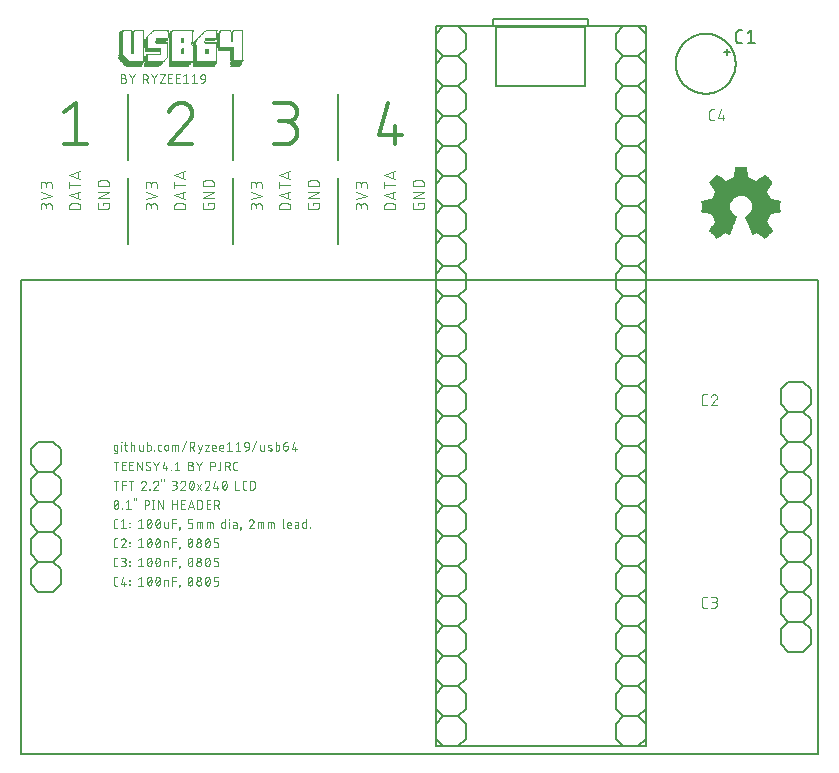
<source format=gbr>
G04 EAGLE Gerber RS-274X export*
G75*
%MOMM*%
%FSLAX34Y34*%
%LPD*%
%INSilkscreen Top*%
%IPPOS*%
%AMOC8*
5,1,8,0,0,1.08239X$1,22.5*%
G01*
%ADD10C,0.152400*%
%ADD11C,0.076200*%
%ADD12C,0.304800*%
%ADD13R,1.270000X0.025400*%
%ADD14R,1.219200X0.025400*%
%ADD15R,1.600200X0.025400*%
%ADD16R,1.752600X0.025400*%
%ADD17R,0.812800X0.025400*%
%ADD18R,1.320800X0.025400*%
%ADD19R,1.244600X0.025400*%
%ADD20R,1.625600X0.025400*%
%ADD21R,1.803400X0.025400*%
%ADD22R,0.863600X0.025400*%
%ADD23R,1.346200X0.025400*%
%ADD24R,1.651000X0.025400*%
%ADD25R,1.828800X0.025400*%
%ADD26R,1.397000X0.025400*%
%ADD27R,1.295400X0.025400*%
%ADD28R,1.676400X0.025400*%
%ADD29R,0.889000X0.025400*%
%ADD30R,1.422400X0.025400*%
%ADD31R,1.701800X0.025400*%
%ADD32R,1.854200X0.025400*%
%ADD33R,0.914400X0.025400*%
%ADD34R,1.473200X0.025400*%
%ADD35R,1.727200X0.025400*%
%ADD36R,1.498600X0.025400*%
%ADD37R,1.371600X0.025400*%
%ADD38R,1.879600X0.025400*%
%ADD39R,0.939800X0.025400*%
%ADD40R,1.549400X0.025400*%
%ADD41R,1.778000X0.025400*%
%ADD42R,1.574800X0.025400*%
%ADD43R,1.905000X0.025400*%
%ADD44R,0.965200X0.025400*%
%ADD45R,1.447800X0.025400*%
%ADD46R,1.930400X0.025400*%
%ADD47R,0.990600X0.025400*%
%ADD48R,1.524000X0.025400*%
%ADD49R,1.955800X0.025400*%
%ADD50R,1.016000X0.025400*%
%ADD51R,1.981200X0.025400*%
%ADD52R,1.041400X0.025400*%
%ADD53R,2.006600X0.025400*%
%ADD54R,1.066800X0.025400*%
%ADD55R,2.032000X0.025400*%
%ADD56R,0.279400X0.025400*%
%ADD57R,2.057400X0.025400*%
%ADD58R,1.092200X0.025400*%
%ADD59R,0.762000X0.025400*%
%ADD60R,0.050800X0.025400*%
%ADD61R,0.304800X0.025400*%
%ADD62R,0.076200X0.025400*%
%ADD63R,0.254000X0.025400*%
%ADD64R,0.330200X0.025400*%
%ADD65R,0.736600X0.025400*%
%ADD66R,1.117600X0.025400*%
%ADD67R,0.711200X0.025400*%
%ADD68R,0.685800X0.025400*%
%ADD69R,0.660400X0.025400*%
%ADD70R,0.635000X0.025400*%
%ADD71R,0.609600X0.025400*%
%ADD72R,0.584200X0.025400*%
%ADD73R,0.558800X0.025400*%
%ADD74R,0.533400X0.025400*%
%ADD75R,0.508000X0.025400*%
%ADD76R,0.482600X0.025400*%
%ADD77R,0.457200X0.025400*%
%ADD78R,0.228600X0.025400*%
%ADD79R,0.431800X0.025400*%
%ADD80R,0.203200X0.025400*%
%ADD81R,0.406400X0.025400*%
%ADD82R,0.177800X0.025400*%
%ADD83R,0.381000X0.025400*%
%ADD84R,0.152400X0.025400*%
%ADD85R,0.127000X0.025400*%
%ADD86R,1.168400X0.025400*%
%ADD87R,0.025400X0.025400*%
%ADD88R,0.101600X0.025400*%
%ADD89R,0.838200X0.025400*%
%ADD90R,1.193800X0.025400*%
%ADD91R,0.787400X0.025400*%
%ADD92R,0.035556X0.017781*%
%ADD93R,0.017781X0.017781*%
%ADD94R,0.088900X0.017775*%
%ADD95R,0.142238X0.017781*%
%ADD96R,0.177800X0.017775*%
%ADD97R,0.231138X0.017781*%
%ADD98R,0.266700X0.017781*%
%ADD99R,0.320038X0.017775*%
%ADD100R,0.302256X0.017775*%
%ADD101R,0.355600X0.017781*%
%ADD102R,0.391163X0.017775*%
%ADD103R,0.391156X0.017775*%
%ADD104R,0.444500X0.017781*%
%ADD105R,0.480056X0.017781*%
%ADD106R,0.533400X0.017775*%
%ADD107R,0.568956X0.017781*%
%ADD108R,0.568963X0.017781*%
%ADD109R,0.622300X0.017775*%
%ADD110R,0.657856X0.017781*%
%ADD111R,0.711200X0.017781*%
%ADD112R,0.746756X0.017775*%
%ADD113R,0.800100X0.017781*%
%ADD114R,0.835663X0.017775*%
%ADD115R,0.835656X0.017775*%
%ADD116R,0.889000X0.017781*%
%ADD117R,0.124456X0.017781*%
%ADD118R,0.871219X0.017781*%
%ADD119R,0.924556X0.017781*%
%ADD120R,0.177800X0.017781*%
%ADD121R,0.977900X0.017775*%
%ADD122R,0.213356X0.017775*%
%ADD123R,0.960119X0.017775*%
%ADD124R,1.013456X0.017781*%
%ADD125R,1.013463X0.017781*%
%ADD126R,1.066800X0.017775*%
%ADD127R,0.302262X0.017775*%
%ADD128R,1.049019X0.017775*%
%ADD129R,1.102356X0.017781*%
%ADD130R,0.337819X0.017781*%
%ADD131R,1.137919X0.017781*%
%ADD132R,0.373375X0.017781*%
%ADD133R,0.373381X0.017781*%
%ADD134R,1.617975X0.017775*%
%ADD135R,1.617981X0.017775*%
%ADD136R,1.653538X0.017781*%
%ADD137R,1.671319X0.017775*%
%ADD138R,1.706875X0.017781*%
%ADD139R,1.706881X0.017781*%
%ADD140R,1.724656X0.017781*%
%ADD141R,1.742438X0.017775*%
%ADD142R,1.778000X0.017781*%
%ADD143R,1.795781X0.017775*%
%ADD144R,1.795775X0.017775*%
%ADD145R,1.831338X0.017781*%
%ADD146R,1.849119X0.017775*%
%ADD147R,1.831338X0.017775*%
%ADD148R,1.849119X0.017781*%
%ADD149R,1.813556X0.017775*%
%ADD150R,1.813556X0.017781*%
%ADD151R,1.813563X0.017775*%
%ADD152R,1.795781X0.017781*%
%ADD153R,1.795775X0.017781*%
%ADD154R,1.778000X0.017775*%
%ADD155R,1.760219X0.017775*%
%ADD156R,1.760219X0.017781*%
%ADD157R,1.742438X0.017781*%
%ADD158R,1.724662X0.017781*%
%ADD159R,1.724656X0.017775*%
%ADD160R,1.706875X0.017775*%
%ADD161R,1.706881X0.017775*%
%ADD162R,1.689100X0.017781*%
%ADD163R,1.689100X0.017775*%
%ADD164R,1.671319X0.017781*%
%ADD165R,1.866900X0.017781*%
%ADD166R,1.866900X0.017775*%
%ADD167R,1.884681X0.017775*%
%ADD168R,1.902456X0.017781*%
%ADD169R,1.902456X0.017775*%
%ADD170R,1.938019X0.017781*%
%ADD171R,1.920238X0.017781*%
%ADD172R,1.938019X0.017775*%
%ADD173R,1.955800X0.017775*%
%ADD174R,1.973575X0.017781*%
%ADD175R,1.973581X0.017781*%
%ADD176R,1.973575X0.017775*%
%ADD177R,1.973581X0.017775*%
%ADD178R,1.991356X0.017781*%
%ADD179R,1.991363X0.017781*%
%ADD180R,1.991356X0.017775*%
%ADD181R,1.884675X0.017775*%
%ADD182R,1.884681X0.017781*%
%ADD183R,1.884675X0.017781*%
%ADD184R,1.813563X0.017781*%
%ADD185R,1.991363X0.017775*%
%ADD186R,2.080262X0.017781*%
%ADD187R,2.062475X0.017781*%
%ADD188R,2.151381X0.017781*%
%ADD189R,2.151375X0.017781*%
%ADD190R,2.240275X0.017775*%
%ADD191R,2.240281X0.017775*%
%ADD192R,2.346956X0.017781*%
%ADD193R,2.329175X0.017781*%
%ADD194R,2.418081X0.017775*%
%ADD195R,2.418075X0.017775*%
%ADD196R,2.489200X0.017781*%
%ADD197R,2.506975X0.017781*%
%ADD198R,2.524763X0.017781*%
%ADD199R,2.506981X0.017775*%
%ADD200R,2.506981X0.017781*%
%ADD201R,2.489200X0.017775*%
%ADD202R,2.471419X0.017781*%
%ADD203R,2.471419X0.017775*%
%ADD204R,2.453638X0.017775*%
%ADD205R,2.453638X0.017781*%
%ADD206R,2.435856X0.017775*%
%ADD207R,2.435863X0.017775*%
%ADD208R,2.435856X0.017781*%
%ADD209R,2.435863X0.017781*%
%ADD210R,2.418081X0.017781*%
%ADD211R,2.400300X0.017775*%
%ADD212R,2.400300X0.017781*%
%ADD213R,2.524756X0.017781*%
%ADD214R,2.506975X0.017775*%
%ADD215R,2.382519X0.017775*%
%ADD216R,2.364737X0.017775*%
%ADD217R,2.293619X0.017781*%
%ADD218R,2.204719X0.017781*%
%ADD219R,2.133600X0.017775*%
%ADD220R,2.026919X0.017781*%
%ADD221R,2.044700X0.017781*%
%ADD222R,1.902463X0.017781*%
%ADD223R,1.920238X0.017775*%
%ADD224R,1.955800X0.017781*%
%ADD225R,2.009138X0.017781*%
%ADD226R,2.062481X0.017781*%
%ADD227R,2.115819X0.017775*%
%ADD228R,4.640575X0.017775*%
%ADD229R,4.622800X0.017781*%
%ADD230R,4.587238X0.017775*%
%ADD231R,4.587238X0.017781*%
%ADD232R,4.569456X0.017775*%
%ADD233R,4.551681X0.017781*%
%ADD234R,4.533900X0.017781*%
%ADD235R,4.516119X0.017775*%
%ADD236R,4.498337X0.017781*%
%ADD237R,4.480556X0.017775*%
%ADD238R,4.480556X0.017781*%
%ADD239R,4.445000X0.017781*%
%ADD240R,4.445000X0.017775*%
%ADD241R,4.427219X0.017781*%
%ADD242R,4.409438X0.017775*%
%ADD243R,4.409438X0.017781*%
%ADD244R,4.373881X0.017781*%
%ADD245R,4.373881X0.017775*%
%ADD246R,4.516119X0.017781*%
%ADD247R,4.551681X0.017775*%
%ADD248R,4.605019X0.017775*%
%ADD249R,4.658356X0.017781*%
%ADD250R,4.676138X0.017775*%
%ADD251R,4.693919X0.017781*%
%ADD252R,4.729481X0.017775*%
%ADD253R,4.747256X0.017781*%
%ADD254R,4.765038X0.017781*%
%ADD255R,4.800600X0.017775*%
%ADD256R,4.818375X0.017781*%
%ADD257R,4.836156X0.017775*%
%ADD258R,4.871719X0.017781*%
%ADD259R,4.907281X0.017781*%
%ADD260R,4.925056X0.017775*%
%ADD261R,4.942838X0.017781*%
%ADD262R,4.978400X0.017775*%
%ADD263R,4.996175X0.017781*%
%ADD264R,5.013956X0.017781*%
%ADD265R,5.049519X0.017775*%
%ADD266R,5.049519X0.017781*%
%ADD267R,5.085081X0.017775*%
%ADD268R,5.120637X0.017781*%
%ADD269R,5.138419X0.017781*%
%ADD270R,5.156200X0.017775*%
%ADD271R,5.191756X0.017781*%
%ADD272R,5.209538X0.017775*%
%ADD273R,5.227319X0.017781*%
%ADD274R,5.262881X0.017781*%
%ADD275R,5.298438X0.017775*%
%ADD276R,5.298438X0.017781*%
%ADD277R,5.334000X0.017775*%
%ADD278R,5.334000X0.017781*%
%ADD279R,5.262881X0.017775*%
%ADD280R,1.244600X0.017775*%
%ADD281R,1.191256X0.017781*%
%ADD282R,2.364737X0.017781*%
%ADD283R,1.155700X0.017781*%
%ADD284R,2.275838X0.017781*%
%ADD285R,1.120138X0.017775*%
%ADD286R,2.204719X0.017775*%
%ADD287R,1.102356X0.017775*%
%ADD288R,1.066800X0.017781*%
%ADD289R,2.098038X0.017781*%
%ADD290R,1.031238X0.017775*%
%ADD291R,2.026919X0.017775*%
%ADD292R,0.977900X0.017781*%
%ADD293R,0.942338X0.017781*%
%ADD294R,0.889000X0.017775*%
%ADD295R,0.853438X0.017781*%
%ADD296R,0.800100X0.017775*%
%ADD297R,1.582419X0.017775*%
%ADD298R,0.764538X0.017781*%
%ADD299R,1.493519X0.017781*%
%ADD300R,1.404619X0.017781*%
%ADD301R,0.675638X0.017775*%
%ADD302R,1.315719X0.017775*%
%ADD303R,0.640081X0.017781*%
%ADD304R,1.280156X0.017781*%
%ADD305R,0.622300X0.017781*%
%ADD306R,0.586738X0.017775*%
%ADD307R,1.262375X0.017775*%
%ADD308R,0.551175X0.017781*%
%ADD309R,1.244600X0.017781*%
%ADD310R,0.533400X0.017781*%
%ADD311R,0.497838X0.017781*%
%ADD312R,0.462275X0.017775*%
%ADD313R,0.462281X0.017775*%
%ADD314R,0.408938X0.017781*%
%ADD315R,1.226819X0.017781*%
%ADD316R,0.373381X0.017775*%
%ADD317R,1.209037X0.017775*%
%ADD318R,0.320038X0.017781*%
%ADD319R,1.209037X0.017781*%
%ADD320R,0.284481X0.017781*%
%ADD321R,0.284475X0.017781*%
%ADD322R,0.231138X0.017775*%
%ADD323R,0.195581X0.017781*%
%ADD324R,0.195575X0.017781*%
%ADD325R,0.160019X0.017775*%
%ADD326R,1.173481X0.017775*%
%ADD327R,0.142238X0.017775*%
%ADD328R,0.106675X0.017781*%
%ADD329R,1.173481X0.017781*%
%ADD330R,0.106681X0.017781*%
%ADD331R,0.071119X0.017781*%
%ADD332R,0.053338X0.017781*%
%ADD333R,1.155700X0.017775*%
%ADD334R,1.137919X0.017775*%
%ADD335R,1.084575X0.017775*%
%ADD336R,1.084575X0.017781*%
%ADD337R,1.049019X0.017781*%
%ADD338R,1.031238X0.017781*%
%ADD339R,0.995681X0.017781*%
%ADD340R,0.995681X0.017775*%
%ADD341R,0.960119X0.017781*%
%ADD342R,0.924556X0.017775*%
%ADD343C,0.127000*%


D10*
X12700Y6350D02*
X190500Y6350D01*
X190500Y615950D01*
X141900Y615950D01*
X61300Y615950D01*
X12700Y615950D01*
X12700Y6350D01*
X64100Y565150D02*
X139100Y565150D01*
X139100Y615150D01*
X64100Y615150D01*
X64100Y565150D01*
X61300Y615950D02*
X141900Y615950D01*
X141900Y622300D01*
X61300Y622300D01*
X61300Y615950D01*
X336550Y401000D02*
X336550Y0D01*
X336550Y401000D02*
X-338450Y401000D01*
X-338450Y0D01*
X336550Y0D01*
D11*
X-312268Y460756D02*
X-312268Y463367D01*
X-312267Y463367D02*
X-312269Y463468D01*
X-312275Y463569D01*
X-312285Y463670D01*
X-312298Y463770D01*
X-312316Y463870D01*
X-312337Y463969D01*
X-312363Y464067D01*
X-312392Y464164D01*
X-312424Y464260D01*
X-312461Y464354D01*
X-312501Y464447D01*
X-312545Y464539D01*
X-312592Y464628D01*
X-312643Y464716D01*
X-312697Y464802D01*
X-312754Y464885D01*
X-312814Y464967D01*
X-312878Y465045D01*
X-312944Y465122D01*
X-313014Y465195D01*
X-313086Y465266D01*
X-313161Y465334D01*
X-313239Y465399D01*
X-313319Y465461D01*
X-313401Y465520D01*
X-313486Y465576D01*
X-313573Y465628D01*
X-313661Y465677D01*
X-313752Y465723D01*
X-313844Y465764D01*
X-313938Y465803D01*
X-314033Y465837D01*
X-314129Y465868D01*
X-314227Y465895D01*
X-314325Y465919D01*
X-314425Y465938D01*
X-314525Y465954D01*
X-314625Y465966D01*
X-314726Y465974D01*
X-314827Y465978D01*
X-314929Y465978D01*
X-315030Y465974D01*
X-315131Y465966D01*
X-315231Y465954D01*
X-315331Y465938D01*
X-315431Y465919D01*
X-315529Y465895D01*
X-315627Y465868D01*
X-315723Y465837D01*
X-315818Y465803D01*
X-315912Y465764D01*
X-316004Y465723D01*
X-316095Y465677D01*
X-316184Y465628D01*
X-316270Y465576D01*
X-316355Y465520D01*
X-316437Y465461D01*
X-316517Y465399D01*
X-316595Y465334D01*
X-316670Y465266D01*
X-316742Y465195D01*
X-316812Y465122D01*
X-316878Y465045D01*
X-316942Y464967D01*
X-317002Y464885D01*
X-317059Y464802D01*
X-317113Y464716D01*
X-317164Y464628D01*
X-317211Y464539D01*
X-317255Y464447D01*
X-317295Y464354D01*
X-317332Y464260D01*
X-317364Y464164D01*
X-317393Y464067D01*
X-317419Y463969D01*
X-317440Y463870D01*
X-317458Y463770D01*
X-317471Y463670D01*
X-317481Y463569D01*
X-317487Y463468D01*
X-317489Y463367D01*
X-321666Y463889D02*
X-321666Y460756D01*
X-321665Y463889D02*
X-321663Y463979D01*
X-321657Y464068D01*
X-321648Y464158D01*
X-321634Y464247D01*
X-321617Y464335D01*
X-321596Y464422D01*
X-321571Y464509D01*
X-321542Y464594D01*
X-321510Y464678D01*
X-321475Y464760D01*
X-321435Y464841D01*
X-321393Y464920D01*
X-321347Y464997D01*
X-321297Y465072D01*
X-321245Y465145D01*
X-321189Y465216D01*
X-321131Y465284D01*
X-321069Y465349D01*
X-321005Y465412D01*
X-320938Y465472D01*
X-320869Y465529D01*
X-320797Y465583D01*
X-320723Y465634D01*
X-320647Y465682D01*
X-320569Y465726D01*
X-320489Y465767D01*
X-320407Y465805D01*
X-320324Y465839D01*
X-320239Y465869D01*
X-320153Y465896D01*
X-320067Y465919D01*
X-319979Y465938D01*
X-319890Y465953D01*
X-319801Y465965D01*
X-319712Y465973D01*
X-319622Y465977D01*
X-319532Y465977D01*
X-319442Y465973D01*
X-319353Y465965D01*
X-319264Y465953D01*
X-319175Y465938D01*
X-319087Y465919D01*
X-319001Y465896D01*
X-318915Y465869D01*
X-318830Y465839D01*
X-318747Y465805D01*
X-318665Y465767D01*
X-318585Y465726D01*
X-318507Y465682D01*
X-318431Y465634D01*
X-318357Y465583D01*
X-318285Y465529D01*
X-318216Y465472D01*
X-318149Y465412D01*
X-318085Y465349D01*
X-318023Y465284D01*
X-317965Y465216D01*
X-317909Y465145D01*
X-317857Y465072D01*
X-317807Y464997D01*
X-317761Y464920D01*
X-317719Y464841D01*
X-317679Y464760D01*
X-317644Y464678D01*
X-317612Y464594D01*
X-317583Y464509D01*
X-317558Y464422D01*
X-317537Y464335D01*
X-317520Y464247D01*
X-317506Y464158D01*
X-317497Y464068D01*
X-317491Y463979D01*
X-317489Y463889D01*
X-317489Y461800D01*
X-321666Y469378D02*
X-312268Y472511D01*
X-321666Y475643D01*
X-312268Y479044D02*
X-312268Y481654D01*
X-312267Y481654D02*
X-312269Y481755D01*
X-312275Y481856D01*
X-312285Y481957D01*
X-312298Y482057D01*
X-312316Y482157D01*
X-312337Y482256D01*
X-312363Y482354D01*
X-312392Y482451D01*
X-312424Y482547D01*
X-312461Y482641D01*
X-312501Y482734D01*
X-312545Y482826D01*
X-312592Y482915D01*
X-312643Y483003D01*
X-312697Y483089D01*
X-312754Y483172D01*
X-312814Y483254D01*
X-312878Y483332D01*
X-312944Y483409D01*
X-313014Y483482D01*
X-313086Y483553D01*
X-313161Y483621D01*
X-313239Y483686D01*
X-313319Y483748D01*
X-313401Y483807D01*
X-313486Y483863D01*
X-313573Y483915D01*
X-313661Y483964D01*
X-313752Y484010D01*
X-313844Y484051D01*
X-313938Y484090D01*
X-314033Y484124D01*
X-314129Y484155D01*
X-314227Y484182D01*
X-314325Y484206D01*
X-314425Y484225D01*
X-314525Y484241D01*
X-314625Y484253D01*
X-314726Y484261D01*
X-314827Y484265D01*
X-314929Y484265D01*
X-315030Y484261D01*
X-315131Y484253D01*
X-315231Y484241D01*
X-315331Y484225D01*
X-315431Y484206D01*
X-315529Y484182D01*
X-315627Y484155D01*
X-315723Y484124D01*
X-315818Y484090D01*
X-315912Y484051D01*
X-316004Y484010D01*
X-316095Y483964D01*
X-316184Y483915D01*
X-316270Y483863D01*
X-316355Y483807D01*
X-316437Y483748D01*
X-316517Y483686D01*
X-316595Y483621D01*
X-316670Y483553D01*
X-316742Y483482D01*
X-316812Y483409D01*
X-316878Y483332D01*
X-316942Y483254D01*
X-317002Y483172D01*
X-317059Y483089D01*
X-317113Y483003D01*
X-317164Y482915D01*
X-317211Y482826D01*
X-317255Y482734D01*
X-317295Y482641D01*
X-317332Y482547D01*
X-317364Y482451D01*
X-317393Y482354D01*
X-317419Y482256D01*
X-317440Y482157D01*
X-317458Y482057D01*
X-317471Y481957D01*
X-317481Y481856D01*
X-317487Y481755D01*
X-317489Y481654D01*
X-321666Y482177D02*
X-321666Y479044D01*
X-321665Y482177D02*
X-321663Y482267D01*
X-321657Y482356D01*
X-321648Y482446D01*
X-321634Y482535D01*
X-321617Y482623D01*
X-321596Y482710D01*
X-321571Y482797D01*
X-321542Y482882D01*
X-321510Y482966D01*
X-321475Y483048D01*
X-321435Y483129D01*
X-321393Y483208D01*
X-321347Y483285D01*
X-321297Y483360D01*
X-321245Y483433D01*
X-321189Y483504D01*
X-321131Y483572D01*
X-321069Y483637D01*
X-321005Y483700D01*
X-320938Y483760D01*
X-320869Y483817D01*
X-320797Y483871D01*
X-320723Y483922D01*
X-320647Y483970D01*
X-320569Y484014D01*
X-320489Y484055D01*
X-320407Y484093D01*
X-320324Y484127D01*
X-320239Y484157D01*
X-320153Y484184D01*
X-320067Y484207D01*
X-319979Y484226D01*
X-319890Y484241D01*
X-319801Y484253D01*
X-319712Y484261D01*
X-319622Y484265D01*
X-319532Y484265D01*
X-319442Y484261D01*
X-319353Y484253D01*
X-319264Y484241D01*
X-319175Y484226D01*
X-319087Y484207D01*
X-319001Y484184D01*
X-318915Y484157D01*
X-318830Y484127D01*
X-318747Y484093D01*
X-318665Y484055D01*
X-318585Y484014D01*
X-318507Y483970D01*
X-318431Y483922D01*
X-318357Y483871D01*
X-318285Y483817D01*
X-318216Y483760D01*
X-318149Y483700D01*
X-318085Y483637D01*
X-318023Y483572D01*
X-317965Y483504D01*
X-317909Y483433D01*
X-317857Y483360D01*
X-317807Y483285D01*
X-317761Y483208D01*
X-317719Y483129D01*
X-317679Y483048D01*
X-317644Y482966D01*
X-317612Y482882D01*
X-317583Y482797D01*
X-317558Y482710D01*
X-317537Y482623D01*
X-317520Y482535D01*
X-317506Y482446D01*
X-317497Y482356D01*
X-317491Y482267D01*
X-317489Y482177D01*
X-317489Y480088D01*
X-297485Y460756D02*
X-288087Y460756D01*
X-297485Y460756D02*
X-297485Y463367D01*
X-297483Y463467D01*
X-297477Y463567D01*
X-297468Y463666D01*
X-297454Y463766D01*
X-297437Y463864D01*
X-297416Y463962D01*
X-297392Y464059D01*
X-297363Y464155D01*
X-297331Y464250D01*
X-297296Y464343D01*
X-297257Y464435D01*
X-297214Y464526D01*
X-297168Y464614D01*
X-297118Y464701D01*
X-297066Y464786D01*
X-297010Y464869D01*
X-296951Y464950D01*
X-296888Y465028D01*
X-296823Y465104D01*
X-296755Y465178D01*
X-296685Y465248D01*
X-296611Y465316D01*
X-296535Y465381D01*
X-296457Y465444D01*
X-296376Y465503D01*
X-296293Y465559D01*
X-296208Y465611D01*
X-296121Y465661D01*
X-296033Y465707D01*
X-295942Y465750D01*
X-295850Y465789D01*
X-295757Y465824D01*
X-295662Y465856D01*
X-295566Y465885D01*
X-295469Y465909D01*
X-295371Y465930D01*
X-295273Y465947D01*
X-295173Y465961D01*
X-295074Y465970D01*
X-294974Y465976D01*
X-294874Y465978D01*
X-294874Y465977D02*
X-290697Y465977D01*
X-290697Y465978D02*
X-290597Y465976D01*
X-290497Y465970D01*
X-290398Y465961D01*
X-290298Y465947D01*
X-290200Y465930D01*
X-290102Y465909D01*
X-290005Y465885D01*
X-289909Y465856D01*
X-289814Y465824D01*
X-289721Y465789D01*
X-289629Y465750D01*
X-289538Y465707D01*
X-289450Y465661D01*
X-289363Y465611D01*
X-289278Y465559D01*
X-289195Y465503D01*
X-289114Y465444D01*
X-289036Y465381D01*
X-288960Y465316D01*
X-288886Y465248D01*
X-288816Y465178D01*
X-288748Y465104D01*
X-288683Y465028D01*
X-288620Y464950D01*
X-288561Y464869D01*
X-288505Y464786D01*
X-288453Y464701D01*
X-288403Y464614D01*
X-288357Y464526D01*
X-288314Y464435D01*
X-288275Y464343D01*
X-288240Y464250D01*
X-288208Y464155D01*
X-288179Y464059D01*
X-288155Y463962D01*
X-288134Y463864D01*
X-288117Y463766D01*
X-288103Y463666D01*
X-288094Y463567D01*
X-288088Y463467D01*
X-288086Y463367D01*
X-288087Y463367D02*
X-288087Y460756D01*
X-288087Y469683D02*
X-297485Y472815D01*
X-288087Y475948D01*
X-290436Y475165D02*
X-290436Y470466D01*
X-288087Y481350D02*
X-297485Y481350D01*
X-297485Y483960D02*
X-297485Y478739D01*
X-297485Y489884D02*
X-288087Y486751D01*
X-288087Y493017D02*
X-297485Y489884D01*
X-290436Y492234D02*
X-290436Y487535D01*
X-269127Y465977D02*
X-269127Y464411D01*
X-269127Y465977D02*
X-263906Y465977D01*
X-263906Y462844D01*
X-263908Y462755D01*
X-263914Y462667D01*
X-263923Y462579D01*
X-263936Y462491D01*
X-263953Y462404D01*
X-263973Y462318D01*
X-263998Y462233D01*
X-264025Y462148D01*
X-264057Y462065D01*
X-264091Y461984D01*
X-264130Y461904D01*
X-264171Y461826D01*
X-264216Y461749D01*
X-264264Y461675D01*
X-264315Y461602D01*
X-264369Y461532D01*
X-264427Y461465D01*
X-264487Y461399D01*
X-264549Y461337D01*
X-264615Y461277D01*
X-264682Y461219D01*
X-264752Y461165D01*
X-264825Y461114D01*
X-264899Y461066D01*
X-264976Y461021D01*
X-265054Y460980D01*
X-265134Y460941D01*
X-265215Y460907D01*
X-265298Y460875D01*
X-265383Y460848D01*
X-265468Y460823D01*
X-265554Y460803D01*
X-265641Y460786D01*
X-265729Y460773D01*
X-265817Y460764D01*
X-265905Y460758D01*
X-265994Y460756D01*
X-271216Y460756D01*
X-271307Y460758D01*
X-271398Y460764D01*
X-271489Y460774D01*
X-271579Y460788D01*
X-271668Y460805D01*
X-271756Y460827D01*
X-271844Y460853D01*
X-271930Y460882D01*
X-272015Y460915D01*
X-272098Y460952D01*
X-272180Y460992D01*
X-272260Y461036D01*
X-272338Y461083D01*
X-272414Y461134D01*
X-272487Y461187D01*
X-272558Y461244D01*
X-272627Y461305D01*
X-272692Y461368D01*
X-272755Y461433D01*
X-272815Y461502D01*
X-272873Y461573D01*
X-272926Y461646D01*
X-272977Y461722D01*
X-273024Y461800D01*
X-273068Y461880D01*
X-273108Y461962D01*
X-273145Y462045D01*
X-273178Y462130D01*
X-273207Y462216D01*
X-273233Y462304D01*
X-273255Y462392D01*
X-273272Y462481D01*
X-273286Y462571D01*
X-273296Y462662D01*
X-273302Y462753D01*
X-273304Y462844D01*
X-273304Y465977D01*
X-273304Y470510D02*
X-263906Y470510D01*
X-263906Y475731D02*
X-273304Y470510D01*
X-273304Y475731D02*
X-263906Y475731D01*
X-263906Y480263D02*
X-273304Y480263D01*
X-273304Y482874D01*
X-273302Y482974D01*
X-273296Y483074D01*
X-273287Y483173D01*
X-273273Y483273D01*
X-273256Y483371D01*
X-273235Y483469D01*
X-273211Y483566D01*
X-273182Y483662D01*
X-273150Y483757D01*
X-273115Y483850D01*
X-273076Y483942D01*
X-273033Y484033D01*
X-272987Y484121D01*
X-272937Y484208D01*
X-272885Y484293D01*
X-272829Y484376D01*
X-272770Y484457D01*
X-272707Y484535D01*
X-272642Y484611D01*
X-272574Y484685D01*
X-272504Y484755D01*
X-272430Y484823D01*
X-272354Y484888D01*
X-272276Y484951D01*
X-272195Y485010D01*
X-272112Y485066D01*
X-272027Y485118D01*
X-271940Y485168D01*
X-271852Y485214D01*
X-271761Y485257D01*
X-271669Y485296D01*
X-271576Y485331D01*
X-271481Y485363D01*
X-271385Y485392D01*
X-271288Y485416D01*
X-271190Y485437D01*
X-271092Y485454D01*
X-270992Y485468D01*
X-270893Y485477D01*
X-270793Y485483D01*
X-270693Y485485D01*
X-270693Y485484D02*
X-266517Y485484D01*
X-266517Y485485D02*
X-266417Y485483D01*
X-266317Y485477D01*
X-266218Y485468D01*
X-266118Y485454D01*
X-266020Y485437D01*
X-265922Y485416D01*
X-265825Y485392D01*
X-265729Y485363D01*
X-265634Y485331D01*
X-265541Y485296D01*
X-265449Y485257D01*
X-265358Y485214D01*
X-265270Y485168D01*
X-265183Y485118D01*
X-265098Y485066D01*
X-265015Y485010D01*
X-264934Y484951D01*
X-264856Y484888D01*
X-264780Y484823D01*
X-264706Y484755D01*
X-264636Y484685D01*
X-264568Y484611D01*
X-264503Y484535D01*
X-264440Y484457D01*
X-264381Y484376D01*
X-264325Y484293D01*
X-264273Y484208D01*
X-264223Y484121D01*
X-264177Y484033D01*
X-264134Y483942D01*
X-264095Y483850D01*
X-264060Y483757D01*
X-264028Y483662D01*
X-263999Y483566D01*
X-263975Y483469D01*
X-263954Y483371D01*
X-263937Y483273D01*
X-263923Y483173D01*
X-263914Y483074D01*
X-263908Y482974D01*
X-263906Y482874D01*
X-263906Y480263D01*
X-223368Y463367D02*
X-223368Y460756D01*
X-223367Y463367D02*
X-223369Y463468D01*
X-223375Y463569D01*
X-223385Y463670D01*
X-223398Y463770D01*
X-223416Y463870D01*
X-223437Y463969D01*
X-223463Y464067D01*
X-223492Y464164D01*
X-223524Y464260D01*
X-223561Y464354D01*
X-223601Y464447D01*
X-223645Y464539D01*
X-223692Y464628D01*
X-223743Y464716D01*
X-223797Y464802D01*
X-223854Y464885D01*
X-223914Y464967D01*
X-223978Y465045D01*
X-224044Y465122D01*
X-224114Y465195D01*
X-224186Y465266D01*
X-224261Y465334D01*
X-224339Y465399D01*
X-224419Y465461D01*
X-224501Y465520D01*
X-224586Y465576D01*
X-224673Y465628D01*
X-224761Y465677D01*
X-224852Y465723D01*
X-224944Y465764D01*
X-225038Y465803D01*
X-225133Y465837D01*
X-225229Y465868D01*
X-225327Y465895D01*
X-225425Y465919D01*
X-225525Y465938D01*
X-225625Y465954D01*
X-225725Y465966D01*
X-225826Y465974D01*
X-225927Y465978D01*
X-226029Y465978D01*
X-226130Y465974D01*
X-226231Y465966D01*
X-226331Y465954D01*
X-226431Y465938D01*
X-226531Y465919D01*
X-226629Y465895D01*
X-226727Y465868D01*
X-226823Y465837D01*
X-226918Y465803D01*
X-227012Y465764D01*
X-227104Y465723D01*
X-227195Y465677D01*
X-227284Y465628D01*
X-227370Y465576D01*
X-227455Y465520D01*
X-227537Y465461D01*
X-227617Y465399D01*
X-227695Y465334D01*
X-227770Y465266D01*
X-227842Y465195D01*
X-227912Y465122D01*
X-227978Y465045D01*
X-228042Y464967D01*
X-228102Y464885D01*
X-228159Y464802D01*
X-228213Y464716D01*
X-228264Y464628D01*
X-228311Y464539D01*
X-228355Y464447D01*
X-228395Y464354D01*
X-228432Y464260D01*
X-228464Y464164D01*
X-228493Y464067D01*
X-228519Y463969D01*
X-228540Y463870D01*
X-228558Y463770D01*
X-228571Y463670D01*
X-228581Y463569D01*
X-228587Y463468D01*
X-228589Y463367D01*
X-232766Y463889D02*
X-232766Y460756D01*
X-232765Y463889D02*
X-232763Y463979D01*
X-232757Y464068D01*
X-232748Y464158D01*
X-232734Y464247D01*
X-232717Y464335D01*
X-232696Y464422D01*
X-232671Y464509D01*
X-232642Y464594D01*
X-232610Y464678D01*
X-232575Y464760D01*
X-232535Y464841D01*
X-232493Y464920D01*
X-232447Y464997D01*
X-232397Y465072D01*
X-232345Y465145D01*
X-232289Y465216D01*
X-232231Y465284D01*
X-232169Y465349D01*
X-232105Y465412D01*
X-232038Y465472D01*
X-231969Y465529D01*
X-231897Y465583D01*
X-231823Y465634D01*
X-231747Y465682D01*
X-231669Y465726D01*
X-231589Y465767D01*
X-231507Y465805D01*
X-231424Y465839D01*
X-231339Y465869D01*
X-231253Y465896D01*
X-231167Y465919D01*
X-231079Y465938D01*
X-230990Y465953D01*
X-230901Y465965D01*
X-230812Y465973D01*
X-230722Y465977D01*
X-230632Y465977D01*
X-230542Y465973D01*
X-230453Y465965D01*
X-230364Y465953D01*
X-230275Y465938D01*
X-230187Y465919D01*
X-230101Y465896D01*
X-230015Y465869D01*
X-229930Y465839D01*
X-229847Y465805D01*
X-229765Y465767D01*
X-229685Y465726D01*
X-229607Y465682D01*
X-229531Y465634D01*
X-229457Y465583D01*
X-229385Y465529D01*
X-229316Y465472D01*
X-229249Y465412D01*
X-229185Y465349D01*
X-229123Y465284D01*
X-229065Y465216D01*
X-229009Y465145D01*
X-228957Y465072D01*
X-228907Y464997D01*
X-228861Y464920D01*
X-228819Y464841D01*
X-228779Y464760D01*
X-228744Y464678D01*
X-228712Y464594D01*
X-228683Y464509D01*
X-228658Y464422D01*
X-228637Y464335D01*
X-228620Y464247D01*
X-228606Y464158D01*
X-228597Y464068D01*
X-228591Y463979D01*
X-228589Y463889D01*
X-228589Y461800D01*
X-232766Y469378D02*
X-223368Y472511D01*
X-232766Y475643D01*
X-223368Y479044D02*
X-223368Y481654D01*
X-223367Y481654D02*
X-223369Y481755D01*
X-223375Y481856D01*
X-223385Y481957D01*
X-223398Y482057D01*
X-223416Y482157D01*
X-223437Y482256D01*
X-223463Y482354D01*
X-223492Y482451D01*
X-223524Y482547D01*
X-223561Y482641D01*
X-223601Y482734D01*
X-223645Y482826D01*
X-223692Y482915D01*
X-223743Y483003D01*
X-223797Y483089D01*
X-223854Y483172D01*
X-223914Y483254D01*
X-223978Y483332D01*
X-224044Y483409D01*
X-224114Y483482D01*
X-224186Y483553D01*
X-224261Y483621D01*
X-224339Y483686D01*
X-224419Y483748D01*
X-224501Y483807D01*
X-224586Y483863D01*
X-224673Y483915D01*
X-224761Y483964D01*
X-224852Y484010D01*
X-224944Y484051D01*
X-225038Y484090D01*
X-225133Y484124D01*
X-225229Y484155D01*
X-225327Y484182D01*
X-225425Y484206D01*
X-225525Y484225D01*
X-225625Y484241D01*
X-225725Y484253D01*
X-225826Y484261D01*
X-225927Y484265D01*
X-226029Y484265D01*
X-226130Y484261D01*
X-226231Y484253D01*
X-226331Y484241D01*
X-226431Y484225D01*
X-226531Y484206D01*
X-226629Y484182D01*
X-226727Y484155D01*
X-226823Y484124D01*
X-226918Y484090D01*
X-227012Y484051D01*
X-227104Y484010D01*
X-227195Y483964D01*
X-227284Y483915D01*
X-227370Y483863D01*
X-227455Y483807D01*
X-227537Y483748D01*
X-227617Y483686D01*
X-227695Y483621D01*
X-227770Y483553D01*
X-227842Y483482D01*
X-227912Y483409D01*
X-227978Y483332D01*
X-228042Y483254D01*
X-228102Y483172D01*
X-228159Y483089D01*
X-228213Y483003D01*
X-228264Y482915D01*
X-228311Y482826D01*
X-228355Y482734D01*
X-228395Y482641D01*
X-228432Y482547D01*
X-228464Y482451D01*
X-228493Y482354D01*
X-228519Y482256D01*
X-228540Y482157D01*
X-228558Y482057D01*
X-228571Y481957D01*
X-228581Y481856D01*
X-228587Y481755D01*
X-228589Y481654D01*
X-232766Y482177D02*
X-232766Y479044D01*
X-232765Y482177D02*
X-232763Y482267D01*
X-232757Y482356D01*
X-232748Y482446D01*
X-232734Y482535D01*
X-232717Y482623D01*
X-232696Y482710D01*
X-232671Y482797D01*
X-232642Y482882D01*
X-232610Y482966D01*
X-232575Y483048D01*
X-232535Y483129D01*
X-232493Y483208D01*
X-232447Y483285D01*
X-232397Y483360D01*
X-232345Y483433D01*
X-232289Y483504D01*
X-232231Y483572D01*
X-232169Y483637D01*
X-232105Y483700D01*
X-232038Y483760D01*
X-231969Y483817D01*
X-231897Y483871D01*
X-231823Y483922D01*
X-231747Y483970D01*
X-231669Y484014D01*
X-231589Y484055D01*
X-231507Y484093D01*
X-231424Y484127D01*
X-231339Y484157D01*
X-231253Y484184D01*
X-231167Y484207D01*
X-231079Y484226D01*
X-230990Y484241D01*
X-230901Y484253D01*
X-230812Y484261D01*
X-230722Y484265D01*
X-230632Y484265D01*
X-230542Y484261D01*
X-230453Y484253D01*
X-230364Y484241D01*
X-230275Y484226D01*
X-230187Y484207D01*
X-230101Y484184D01*
X-230015Y484157D01*
X-229930Y484127D01*
X-229847Y484093D01*
X-229765Y484055D01*
X-229685Y484014D01*
X-229607Y483970D01*
X-229531Y483922D01*
X-229457Y483871D01*
X-229385Y483817D01*
X-229316Y483760D01*
X-229249Y483700D01*
X-229185Y483637D01*
X-229123Y483572D01*
X-229065Y483504D01*
X-229009Y483433D01*
X-228957Y483360D01*
X-228907Y483285D01*
X-228861Y483208D01*
X-228819Y483129D01*
X-228779Y483048D01*
X-228744Y482966D01*
X-228712Y482882D01*
X-228683Y482797D01*
X-228658Y482710D01*
X-228637Y482623D01*
X-228620Y482535D01*
X-228606Y482446D01*
X-228597Y482356D01*
X-228591Y482267D01*
X-228589Y482177D01*
X-228589Y480088D01*
X-208585Y460756D02*
X-199187Y460756D01*
X-208585Y460756D02*
X-208585Y463367D01*
X-208583Y463467D01*
X-208577Y463567D01*
X-208568Y463666D01*
X-208554Y463766D01*
X-208537Y463864D01*
X-208516Y463962D01*
X-208492Y464059D01*
X-208463Y464155D01*
X-208431Y464250D01*
X-208396Y464343D01*
X-208357Y464435D01*
X-208314Y464526D01*
X-208268Y464614D01*
X-208218Y464701D01*
X-208166Y464786D01*
X-208110Y464869D01*
X-208051Y464950D01*
X-207988Y465028D01*
X-207923Y465104D01*
X-207855Y465178D01*
X-207785Y465248D01*
X-207711Y465316D01*
X-207635Y465381D01*
X-207557Y465444D01*
X-207476Y465503D01*
X-207393Y465559D01*
X-207308Y465611D01*
X-207221Y465661D01*
X-207133Y465707D01*
X-207042Y465750D01*
X-206950Y465789D01*
X-206857Y465824D01*
X-206762Y465856D01*
X-206666Y465885D01*
X-206569Y465909D01*
X-206471Y465930D01*
X-206373Y465947D01*
X-206273Y465961D01*
X-206174Y465970D01*
X-206074Y465976D01*
X-205974Y465978D01*
X-205974Y465977D02*
X-201797Y465977D01*
X-201797Y465978D02*
X-201697Y465976D01*
X-201597Y465970D01*
X-201498Y465961D01*
X-201398Y465947D01*
X-201300Y465930D01*
X-201202Y465909D01*
X-201105Y465885D01*
X-201009Y465856D01*
X-200914Y465824D01*
X-200821Y465789D01*
X-200729Y465750D01*
X-200638Y465707D01*
X-200550Y465661D01*
X-200463Y465611D01*
X-200378Y465559D01*
X-200295Y465503D01*
X-200214Y465444D01*
X-200136Y465381D01*
X-200060Y465316D01*
X-199986Y465248D01*
X-199916Y465178D01*
X-199848Y465104D01*
X-199783Y465028D01*
X-199720Y464950D01*
X-199661Y464869D01*
X-199605Y464786D01*
X-199553Y464701D01*
X-199503Y464614D01*
X-199457Y464526D01*
X-199414Y464435D01*
X-199375Y464343D01*
X-199340Y464250D01*
X-199308Y464155D01*
X-199279Y464059D01*
X-199255Y463962D01*
X-199234Y463864D01*
X-199217Y463766D01*
X-199203Y463666D01*
X-199194Y463567D01*
X-199188Y463467D01*
X-199186Y463367D01*
X-199187Y463367D02*
X-199187Y460756D01*
X-199187Y469683D02*
X-208585Y472815D01*
X-199187Y475948D01*
X-201536Y475165D02*
X-201536Y470466D01*
X-199187Y481350D02*
X-208585Y481350D01*
X-208585Y483960D02*
X-208585Y478739D01*
X-208585Y489884D02*
X-199187Y486751D01*
X-199187Y493017D02*
X-208585Y489884D01*
X-201536Y492234D02*
X-201536Y487535D01*
X-180227Y465977D02*
X-180227Y464411D01*
X-180227Y465977D02*
X-175006Y465977D01*
X-175006Y462844D01*
X-175008Y462755D01*
X-175014Y462667D01*
X-175023Y462579D01*
X-175036Y462491D01*
X-175053Y462404D01*
X-175073Y462318D01*
X-175098Y462233D01*
X-175125Y462148D01*
X-175157Y462065D01*
X-175191Y461984D01*
X-175230Y461904D01*
X-175271Y461826D01*
X-175316Y461749D01*
X-175364Y461675D01*
X-175415Y461602D01*
X-175469Y461532D01*
X-175527Y461465D01*
X-175587Y461399D01*
X-175649Y461337D01*
X-175715Y461277D01*
X-175782Y461219D01*
X-175852Y461165D01*
X-175925Y461114D01*
X-175999Y461066D01*
X-176076Y461021D01*
X-176154Y460980D01*
X-176234Y460941D01*
X-176315Y460907D01*
X-176398Y460875D01*
X-176483Y460848D01*
X-176568Y460823D01*
X-176654Y460803D01*
X-176741Y460786D01*
X-176829Y460773D01*
X-176917Y460764D01*
X-177005Y460758D01*
X-177094Y460756D01*
X-182316Y460756D01*
X-182407Y460758D01*
X-182498Y460764D01*
X-182589Y460774D01*
X-182679Y460788D01*
X-182768Y460805D01*
X-182856Y460827D01*
X-182944Y460853D01*
X-183030Y460882D01*
X-183115Y460915D01*
X-183198Y460952D01*
X-183280Y460992D01*
X-183360Y461036D01*
X-183438Y461083D01*
X-183514Y461134D01*
X-183587Y461187D01*
X-183658Y461244D01*
X-183727Y461305D01*
X-183792Y461368D01*
X-183855Y461433D01*
X-183915Y461502D01*
X-183973Y461573D01*
X-184026Y461646D01*
X-184077Y461722D01*
X-184124Y461800D01*
X-184168Y461880D01*
X-184208Y461962D01*
X-184245Y462045D01*
X-184278Y462130D01*
X-184307Y462216D01*
X-184333Y462304D01*
X-184355Y462392D01*
X-184372Y462481D01*
X-184386Y462571D01*
X-184396Y462662D01*
X-184402Y462753D01*
X-184404Y462844D01*
X-184404Y465977D01*
X-184404Y470510D02*
X-175006Y470510D01*
X-175006Y475731D02*
X-184404Y470510D01*
X-184404Y475731D02*
X-175006Y475731D01*
X-175006Y480263D02*
X-184404Y480263D01*
X-184404Y482874D01*
X-184402Y482974D01*
X-184396Y483074D01*
X-184387Y483173D01*
X-184373Y483273D01*
X-184356Y483371D01*
X-184335Y483469D01*
X-184311Y483566D01*
X-184282Y483662D01*
X-184250Y483757D01*
X-184215Y483850D01*
X-184176Y483942D01*
X-184133Y484033D01*
X-184087Y484121D01*
X-184037Y484208D01*
X-183985Y484293D01*
X-183929Y484376D01*
X-183870Y484457D01*
X-183807Y484535D01*
X-183742Y484611D01*
X-183674Y484685D01*
X-183604Y484755D01*
X-183530Y484823D01*
X-183454Y484888D01*
X-183376Y484951D01*
X-183295Y485010D01*
X-183212Y485066D01*
X-183127Y485118D01*
X-183040Y485168D01*
X-182952Y485214D01*
X-182861Y485257D01*
X-182769Y485296D01*
X-182676Y485331D01*
X-182581Y485363D01*
X-182485Y485392D01*
X-182388Y485416D01*
X-182290Y485437D01*
X-182192Y485454D01*
X-182092Y485468D01*
X-181993Y485477D01*
X-181893Y485483D01*
X-181793Y485485D01*
X-181793Y485484D02*
X-177617Y485484D01*
X-177617Y485485D02*
X-177517Y485483D01*
X-177417Y485477D01*
X-177318Y485468D01*
X-177218Y485454D01*
X-177120Y485437D01*
X-177022Y485416D01*
X-176925Y485392D01*
X-176829Y485363D01*
X-176734Y485331D01*
X-176641Y485296D01*
X-176549Y485257D01*
X-176458Y485214D01*
X-176370Y485168D01*
X-176283Y485118D01*
X-176198Y485066D01*
X-176115Y485010D01*
X-176034Y484951D01*
X-175956Y484888D01*
X-175880Y484823D01*
X-175806Y484755D01*
X-175736Y484685D01*
X-175668Y484611D01*
X-175603Y484535D01*
X-175540Y484457D01*
X-175481Y484376D01*
X-175425Y484293D01*
X-175373Y484208D01*
X-175323Y484121D01*
X-175277Y484033D01*
X-175234Y483942D01*
X-175195Y483850D01*
X-175160Y483757D01*
X-175128Y483662D01*
X-175099Y483566D01*
X-175075Y483469D01*
X-175054Y483371D01*
X-175037Y483273D01*
X-175023Y483173D01*
X-175014Y483074D01*
X-175008Y482974D01*
X-175006Y482874D01*
X-175006Y480263D01*
X-134468Y463367D02*
X-134468Y460756D01*
X-134467Y463367D02*
X-134469Y463468D01*
X-134475Y463569D01*
X-134485Y463670D01*
X-134498Y463770D01*
X-134516Y463870D01*
X-134537Y463969D01*
X-134563Y464067D01*
X-134592Y464164D01*
X-134624Y464260D01*
X-134661Y464354D01*
X-134701Y464447D01*
X-134745Y464539D01*
X-134792Y464628D01*
X-134843Y464716D01*
X-134897Y464802D01*
X-134954Y464885D01*
X-135014Y464967D01*
X-135078Y465045D01*
X-135144Y465122D01*
X-135214Y465195D01*
X-135286Y465266D01*
X-135361Y465334D01*
X-135439Y465399D01*
X-135519Y465461D01*
X-135601Y465520D01*
X-135686Y465576D01*
X-135773Y465628D01*
X-135861Y465677D01*
X-135952Y465723D01*
X-136044Y465764D01*
X-136138Y465803D01*
X-136233Y465837D01*
X-136329Y465868D01*
X-136427Y465895D01*
X-136525Y465919D01*
X-136625Y465938D01*
X-136725Y465954D01*
X-136825Y465966D01*
X-136926Y465974D01*
X-137027Y465978D01*
X-137129Y465978D01*
X-137230Y465974D01*
X-137331Y465966D01*
X-137431Y465954D01*
X-137531Y465938D01*
X-137631Y465919D01*
X-137729Y465895D01*
X-137827Y465868D01*
X-137923Y465837D01*
X-138018Y465803D01*
X-138112Y465764D01*
X-138204Y465723D01*
X-138295Y465677D01*
X-138384Y465628D01*
X-138470Y465576D01*
X-138555Y465520D01*
X-138637Y465461D01*
X-138717Y465399D01*
X-138795Y465334D01*
X-138870Y465266D01*
X-138942Y465195D01*
X-139012Y465122D01*
X-139078Y465045D01*
X-139142Y464967D01*
X-139202Y464885D01*
X-139259Y464802D01*
X-139313Y464716D01*
X-139364Y464628D01*
X-139411Y464539D01*
X-139455Y464447D01*
X-139495Y464354D01*
X-139532Y464260D01*
X-139564Y464164D01*
X-139593Y464067D01*
X-139619Y463969D01*
X-139640Y463870D01*
X-139658Y463770D01*
X-139671Y463670D01*
X-139681Y463569D01*
X-139687Y463468D01*
X-139689Y463367D01*
X-143866Y463889D02*
X-143866Y460756D01*
X-143865Y463889D02*
X-143863Y463979D01*
X-143857Y464068D01*
X-143848Y464158D01*
X-143834Y464247D01*
X-143817Y464335D01*
X-143796Y464422D01*
X-143771Y464509D01*
X-143742Y464594D01*
X-143710Y464678D01*
X-143675Y464760D01*
X-143635Y464841D01*
X-143593Y464920D01*
X-143547Y464997D01*
X-143497Y465072D01*
X-143445Y465145D01*
X-143389Y465216D01*
X-143331Y465284D01*
X-143269Y465349D01*
X-143205Y465412D01*
X-143138Y465472D01*
X-143069Y465529D01*
X-142997Y465583D01*
X-142923Y465634D01*
X-142847Y465682D01*
X-142769Y465726D01*
X-142689Y465767D01*
X-142607Y465805D01*
X-142524Y465839D01*
X-142439Y465869D01*
X-142353Y465896D01*
X-142267Y465919D01*
X-142179Y465938D01*
X-142090Y465953D01*
X-142001Y465965D01*
X-141912Y465973D01*
X-141822Y465977D01*
X-141732Y465977D01*
X-141642Y465973D01*
X-141553Y465965D01*
X-141464Y465953D01*
X-141375Y465938D01*
X-141287Y465919D01*
X-141201Y465896D01*
X-141115Y465869D01*
X-141030Y465839D01*
X-140947Y465805D01*
X-140865Y465767D01*
X-140785Y465726D01*
X-140707Y465682D01*
X-140631Y465634D01*
X-140557Y465583D01*
X-140485Y465529D01*
X-140416Y465472D01*
X-140349Y465412D01*
X-140285Y465349D01*
X-140223Y465284D01*
X-140165Y465216D01*
X-140109Y465145D01*
X-140057Y465072D01*
X-140007Y464997D01*
X-139961Y464920D01*
X-139919Y464841D01*
X-139879Y464760D01*
X-139844Y464678D01*
X-139812Y464594D01*
X-139783Y464509D01*
X-139758Y464422D01*
X-139737Y464335D01*
X-139720Y464247D01*
X-139706Y464158D01*
X-139697Y464068D01*
X-139691Y463979D01*
X-139689Y463889D01*
X-139689Y461800D01*
X-143866Y469378D02*
X-134468Y472511D01*
X-143866Y475643D01*
X-134468Y479044D02*
X-134468Y481654D01*
X-134467Y481654D02*
X-134469Y481755D01*
X-134475Y481856D01*
X-134485Y481957D01*
X-134498Y482057D01*
X-134516Y482157D01*
X-134537Y482256D01*
X-134563Y482354D01*
X-134592Y482451D01*
X-134624Y482547D01*
X-134661Y482641D01*
X-134701Y482734D01*
X-134745Y482826D01*
X-134792Y482915D01*
X-134843Y483003D01*
X-134897Y483089D01*
X-134954Y483172D01*
X-135014Y483254D01*
X-135078Y483332D01*
X-135144Y483409D01*
X-135214Y483482D01*
X-135286Y483553D01*
X-135361Y483621D01*
X-135439Y483686D01*
X-135519Y483748D01*
X-135601Y483807D01*
X-135686Y483863D01*
X-135773Y483915D01*
X-135861Y483964D01*
X-135952Y484010D01*
X-136044Y484051D01*
X-136138Y484090D01*
X-136233Y484124D01*
X-136329Y484155D01*
X-136427Y484182D01*
X-136525Y484206D01*
X-136625Y484225D01*
X-136725Y484241D01*
X-136825Y484253D01*
X-136926Y484261D01*
X-137027Y484265D01*
X-137129Y484265D01*
X-137230Y484261D01*
X-137331Y484253D01*
X-137431Y484241D01*
X-137531Y484225D01*
X-137631Y484206D01*
X-137729Y484182D01*
X-137827Y484155D01*
X-137923Y484124D01*
X-138018Y484090D01*
X-138112Y484051D01*
X-138204Y484010D01*
X-138295Y483964D01*
X-138384Y483915D01*
X-138470Y483863D01*
X-138555Y483807D01*
X-138637Y483748D01*
X-138717Y483686D01*
X-138795Y483621D01*
X-138870Y483553D01*
X-138942Y483482D01*
X-139012Y483409D01*
X-139078Y483332D01*
X-139142Y483254D01*
X-139202Y483172D01*
X-139259Y483089D01*
X-139313Y483003D01*
X-139364Y482915D01*
X-139411Y482826D01*
X-139455Y482734D01*
X-139495Y482641D01*
X-139532Y482547D01*
X-139564Y482451D01*
X-139593Y482354D01*
X-139619Y482256D01*
X-139640Y482157D01*
X-139658Y482057D01*
X-139671Y481957D01*
X-139681Y481856D01*
X-139687Y481755D01*
X-139689Y481654D01*
X-143866Y482177D02*
X-143866Y479044D01*
X-143865Y482177D02*
X-143863Y482267D01*
X-143857Y482356D01*
X-143848Y482446D01*
X-143834Y482535D01*
X-143817Y482623D01*
X-143796Y482710D01*
X-143771Y482797D01*
X-143742Y482882D01*
X-143710Y482966D01*
X-143675Y483048D01*
X-143635Y483129D01*
X-143593Y483208D01*
X-143547Y483285D01*
X-143497Y483360D01*
X-143445Y483433D01*
X-143389Y483504D01*
X-143331Y483572D01*
X-143269Y483637D01*
X-143205Y483700D01*
X-143138Y483760D01*
X-143069Y483817D01*
X-142997Y483871D01*
X-142923Y483922D01*
X-142847Y483970D01*
X-142769Y484014D01*
X-142689Y484055D01*
X-142607Y484093D01*
X-142524Y484127D01*
X-142439Y484157D01*
X-142353Y484184D01*
X-142267Y484207D01*
X-142179Y484226D01*
X-142090Y484241D01*
X-142001Y484253D01*
X-141912Y484261D01*
X-141822Y484265D01*
X-141732Y484265D01*
X-141642Y484261D01*
X-141553Y484253D01*
X-141464Y484241D01*
X-141375Y484226D01*
X-141287Y484207D01*
X-141201Y484184D01*
X-141115Y484157D01*
X-141030Y484127D01*
X-140947Y484093D01*
X-140865Y484055D01*
X-140785Y484014D01*
X-140707Y483970D01*
X-140631Y483922D01*
X-140557Y483871D01*
X-140485Y483817D01*
X-140416Y483760D01*
X-140349Y483700D01*
X-140285Y483637D01*
X-140223Y483572D01*
X-140165Y483504D01*
X-140109Y483433D01*
X-140057Y483360D01*
X-140007Y483285D01*
X-139961Y483208D01*
X-139919Y483129D01*
X-139879Y483048D01*
X-139844Y482966D01*
X-139812Y482882D01*
X-139783Y482797D01*
X-139758Y482710D01*
X-139737Y482623D01*
X-139720Y482535D01*
X-139706Y482446D01*
X-139697Y482356D01*
X-139691Y482267D01*
X-139689Y482177D01*
X-139689Y480088D01*
X-119685Y460756D02*
X-110287Y460756D01*
X-119685Y460756D02*
X-119685Y463367D01*
X-119683Y463467D01*
X-119677Y463567D01*
X-119668Y463666D01*
X-119654Y463766D01*
X-119637Y463864D01*
X-119616Y463962D01*
X-119592Y464059D01*
X-119563Y464155D01*
X-119531Y464250D01*
X-119496Y464343D01*
X-119457Y464435D01*
X-119414Y464526D01*
X-119368Y464614D01*
X-119318Y464701D01*
X-119266Y464786D01*
X-119210Y464869D01*
X-119151Y464950D01*
X-119088Y465028D01*
X-119023Y465104D01*
X-118955Y465178D01*
X-118885Y465248D01*
X-118811Y465316D01*
X-118735Y465381D01*
X-118657Y465444D01*
X-118576Y465503D01*
X-118493Y465559D01*
X-118408Y465611D01*
X-118321Y465661D01*
X-118233Y465707D01*
X-118142Y465750D01*
X-118050Y465789D01*
X-117957Y465824D01*
X-117862Y465856D01*
X-117766Y465885D01*
X-117669Y465909D01*
X-117571Y465930D01*
X-117473Y465947D01*
X-117373Y465961D01*
X-117274Y465970D01*
X-117174Y465976D01*
X-117074Y465978D01*
X-117074Y465977D02*
X-112897Y465977D01*
X-112897Y465978D02*
X-112797Y465976D01*
X-112697Y465970D01*
X-112598Y465961D01*
X-112498Y465947D01*
X-112400Y465930D01*
X-112302Y465909D01*
X-112205Y465885D01*
X-112109Y465856D01*
X-112014Y465824D01*
X-111921Y465789D01*
X-111829Y465750D01*
X-111738Y465707D01*
X-111650Y465661D01*
X-111563Y465611D01*
X-111478Y465559D01*
X-111395Y465503D01*
X-111314Y465444D01*
X-111236Y465381D01*
X-111160Y465316D01*
X-111086Y465248D01*
X-111016Y465178D01*
X-110948Y465104D01*
X-110883Y465028D01*
X-110820Y464950D01*
X-110761Y464869D01*
X-110705Y464786D01*
X-110653Y464701D01*
X-110603Y464614D01*
X-110557Y464526D01*
X-110514Y464435D01*
X-110475Y464343D01*
X-110440Y464250D01*
X-110408Y464155D01*
X-110379Y464059D01*
X-110355Y463962D01*
X-110334Y463864D01*
X-110317Y463766D01*
X-110303Y463666D01*
X-110294Y463567D01*
X-110288Y463467D01*
X-110286Y463367D01*
X-110287Y463367D02*
X-110287Y460756D01*
X-110287Y469683D02*
X-119685Y472815D01*
X-110287Y475948D01*
X-112636Y475165D02*
X-112636Y470466D01*
X-110287Y481350D02*
X-119685Y481350D01*
X-119685Y483960D02*
X-119685Y478739D01*
X-119685Y489884D02*
X-110287Y486751D01*
X-110287Y493017D02*
X-119685Y489884D01*
X-112636Y492234D02*
X-112636Y487535D01*
X-91327Y465977D02*
X-91327Y464411D01*
X-91327Y465977D02*
X-86106Y465977D01*
X-86106Y462844D01*
X-86108Y462755D01*
X-86114Y462667D01*
X-86123Y462579D01*
X-86136Y462491D01*
X-86153Y462404D01*
X-86173Y462318D01*
X-86198Y462233D01*
X-86225Y462148D01*
X-86257Y462065D01*
X-86291Y461984D01*
X-86330Y461904D01*
X-86371Y461826D01*
X-86416Y461749D01*
X-86464Y461675D01*
X-86515Y461602D01*
X-86569Y461532D01*
X-86627Y461465D01*
X-86687Y461399D01*
X-86749Y461337D01*
X-86815Y461277D01*
X-86882Y461219D01*
X-86952Y461165D01*
X-87025Y461114D01*
X-87099Y461066D01*
X-87176Y461021D01*
X-87254Y460980D01*
X-87334Y460941D01*
X-87415Y460907D01*
X-87498Y460875D01*
X-87583Y460848D01*
X-87668Y460823D01*
X-87754Y460803D01*
X-87841Y460786D01*
X-87929Y460773D01*
X-88017Y460764D01*
X-88105Y460758D01*
X-88194Y460756D01*
X-93416Y460756D01*
X-93507Y460758D01*
X-93598Y460764D01*
X-93689Y460774D01*
X-93779Y460788D01*
X-93868Y460805D01*
X-93956Y460827D01*
X-94044Y460853D01*
X-94130Y460882D01*
X-94215Y460915D01*
X-94298Y460952D01*
X-94380Y460992D01*
X-94460Y461036D01*
X-94538Y461083D01*
X-94614Y461134D01*
X-94687Y461187D01*
X-94758Y461244D01*
X-94827Y461305D01*
X-94892Y461368D01*
X-94955Y461433D01*
X-95015Y461502D01*
X-95073Y461573D01*
X-95126Y461646D01*
X-95177Y461722D01*
X-95224Y461800D01*
X-95268Y461880D01*
X-95308Y461962D01*
X-95345Y462045D01*
X-95378Y462130D01*
X-95407Y462216D01*
X-95433Y462304D01*
X-95455Y462392D01*
X-95472Y462481D01*
X-95486Y462571D01*
X-95496Y462662D01*
X-95502Y462753D01*
X-95504Y462844D01*
X-95504Y465977D01*
X-95504Y470510D02*
X-86106Y470510D01*
X-86106Y475731D02*
X-95504Y470510D01*
X-95504Y475731D02*
X-86106Y475731D01*
X-86106Y480263D02*
X-95504Y480263D01*
X-95504Y482874D01*
X-95502Y482974D01*
X-95496Y483074D01*
X-95487Y483173D01*
X-95473Y483273D01*
X-95456Y483371D01*
X-95435Y483469D01*
X-95411Y483566D01*
X-95382Y483662D01*
X-95350Y483757D01*
X-95315Y483850D01*
X-95276Y483942D01*
X-95233Y484033D01*
X-95187Y484121D01*
X-95137Y484208D01*
X-95085Y484293D01*
X-95029Y484376D01*
X-94970Y484457D01*
X-94907Y484535D01*
X-94842Y484611D01*
X-94774Y484685D01*
X-94704Y484755D01*
X-94630Y484823D01*
X-94554Y484888D01*
X-94476Y484951D01*
X-94395Y485010D01*
X-94312Y485066D01*
X-94227Y485118D01*
X-94140Y485168D01*
X-94052Y485214D01*
X-93961Y485257D01*
X-93869Y485296D01*
X-93776Y485331D01*
X-93681Y485363D01*
X-93585Y485392D01*
X-93488Y485416D01*
X-93390Y485437D01*
X-93292Y485454D01*
X-93192Y485468D01*
X-93093Y485477D01*
X-92993Y485483D01*
X-92893Y485485D01*
X-92893Y485484D02*
X-88717Y485484D01*
X-88717Y485485D02*
X-88617Y485483D01*
X-88517Y485477D01*
X-88418Y485468D01*
X-88318Y485454D01*
X-88220Y485437D01*
X-88122Y485416D01*
X-88025Y485392D01*
X-87929Y485363D01*
X-87834Y485331D01*
X-87741Y485296D01*
X-87649Y485257D01*
X-87558Y485214D01*
X-87470Y485168D01*
X-87383Y485118D01*
X-87298Y485066D01*
X-87215Y485010D01*
X-87134Y484951D01*
X-87056Y484888D01*
X-86980Y484823D01*
X-86906Y484755D01*
X-86836Y484685D01*
X-86768Y484611D01*
X-86703Y484535D01*
X-86640Y484457D01*
X-86581Y484376D01*
X-86525Y484293D01*
X-86473Y484208D01*
X-86423Y484121D01*
X-86377Y484033D01*
X-86334Y483942D01*
X-86295Y483850D01*
X-86260Y483757D01*
X-86228Y483662D01*
X-86199Y483566D01*
X-86175Y483469D01*
X-86154Y483371D01*
X-86137Y483273D01*
X-86123Y483173D01*
X-86114Y483074D01*
X-86108Y482974D01*
X-86106Y482874D01*
X-86106Y480263D01*
X-45568Y463367D02*
X-45568Y460756D01*
X-45567Y463367D02*
X-45569Y463468D01*
X-45575Y463569D01*
X-45585Y463670D01*
X-45598Y463770D01*
X-45616Y463870D01*
X-45637Y463969D01*
X-45663Y464067D01*
X-45692Y464164D01*
X-45724Y464260D01*
X-45761Y464354D01*
X-45801Y464447D01*
X-45845Y464539D01*
X-45892Y464628D01*
X-45943Y464716D01*
X-45997Y464802D01*
X-46054Y464885D01*
X-46114Y464967D01*
X-46178Y465045D01*
X-46244Y465122D01*
X-46314Y465195D01*
X-46386Y465266D01*
X-46461Y465334D01*
X-46539Y465399D01*
X-46619Y465461D01*
X-46701Y465520D01*
X-46786Y465576D01*
X-46873Y465628D01*
X-46961Y465677D01*
X-47052Y465723D01*
X-47144Y465764D01*
X-47238Y465803D01*
X-47333Y465837D01*
X-47429Y465868D01*
X-47527Y465895D01*
X-47625Y465919D01*
X-47725Y465938D01*
X-47825Y465954D01*
X-47925Y465966D01*
X-48026Y465974D01*
X-48127Y465978D01*
X-48229Y465978D01*
X-48330Y465974D01*
X-48431Y465966D01*
X-48531Y465954D01*
X-48631Y465938D01*
X-48731Y465919D01*
X-48829Y465895D01*
X-48927Y465868D01*
X-49023Y465837D01*
X-49118Y465803D01*
X-49212Y465764D01*
X-49304Y465723D01*
X-49395Y465677D01*
X-49484Y465628D01*
X-49570Y465576D01*
X-49655Y465520D01*
X-49737Y465461D01*
X-49817Y465399D01*
X-49895Y465334D01*
X-49970Y465266D01*
X-50042Y465195D01*
X-50112Y465122D01*
X-50178Y465045D01*
X-50242Y464967D01*
X-50302Y464885D01*
X-50359Y464802D01*
X-50413Y464716D01*
X-50464Y464628D01*
X-50511Y464539D01*
X-50555Y464447D01*
X-50595Y464354D01*
X-50632Y464260D01*
X-50664Y464164D01*
X-50693Y464067D01*
X-50719Y463969D01*
X-50740Y463870D01*
X-50758Y463770D01*
X-50771Y463670D01*
X-50781Y463569D01*
X-50787Y463468D01*
X-50789Y463367D01*
X-54966Y463889D02*
X-54966Y460756D01*
X-54965Y463889D02*
X-54963Y463979D01*
X-54957Y464068D01*
X-54948Y464158D01*
X-54934Y464247D01*
X-54917Y464335D01*
X-54896Y464422D01*
X-54871Y464509D01*
X-54842Y464594D01*
X-54810Y464678D01*
X-54775Y464760D01*
X-54735Y464841D01*
X-54693Y464920D01*
X-54647Y464997D01*
X-54597Y465072D01*
X-54545Y465145D01*
X-54489Y465216D01*
X-54431Y465284D01*
X-54369Y465349D01*
X-54305Y465412D01*
X-54238Y465472D01*
X-54169Y465529D01*
X-54097Y465583D01*
X-54023Y465634D01*
X-53947Y465682D01*
X-53869Y465726D01*
X-53789Y465767D01*
X-53707Y465805D01*
X-53624Y465839D01*
X-53539Y465869D01*
X-53453Y465896D01*
X-53367Y465919D01*
X-53279Y465938D01*
X-53190Y465953D01*
X-53101Y465965D01*
X-53012Y465973D01*
X-52922Y465977D01*
X-52832Y465977D01*
X-52742Y465973D01*
X-52653Y465965D01*
X-52564Y465953D01*
X-52475Y465938D01*
X-52387Y465919D01*
X-52301Y465896D01*
X-52215Y465869D01*
X-52130Y465839D01*
X-52047Y465805D01*
X-51965Y465767D01*
X-51885Y465726D01*
X-51807Y465682D01*
X-51731Y465634D01*
X-51657Y465583D01*
X-51585Y465529D01*
X-51516Y465472D01*
X-51449Y465412D01*
X-51385Y465349D01*
X-51323Y465284D01*
X-51265Y465216D01*
X-51209Y465145D01*
X-51157Y465072D01*
X-51107Y464997D01*
X-51061Y464920D01*
X-51019Y464841D01*
X-50979Y464760D01*
X-50944Y464678D01*
X-50912Y464594D01*
X-50883Y464509D01*
X-50858Y464422D01*
X-50837Y464335D01*
X-50820Y464247D01*
X-50806Y464158D01*
X-50797Y464068D01*
X-50791Y463979D01*
X-50789Y463889D01*
X-50789Y461800D01*
X-54966Y469378D02*
X-45568Y472511D01*
X-54966Y475643D01*
X-45568Y479044D02*
X-45568Y481654D01*
X-45567Y481654D02*
X-45569Y481755D01*
X-45575Y481856D01*
X-45585Y481957D01*
X-45598Y482057D01*
X-45616Y482157D01*
X-45637Y482256D01*
X-45663Y482354D01*
X-45692Y482451D01*
X-45724Y482547D01*
X-45761Y482641D01*
X-45801Y482734D01*
X-45845Y482826D01*
X-45892Y482915D01*
X-45943Y483003D01*
X-45997Y483089D01*
X-46054Y483172D01*
X-46114Y483254D01*
X-46178Y483332D01*
X-46244Y483409D01*
X-46314Y483482D01*
X-46386Y483553D01*
X-46461Y483621D01*
X-46539Y483686D01*
X-46619Y483748D01*
X-46701Y483807D01*
X-46786Y483863D01*
X-46873Y483915D01*
X-46961Y483964D01*
X-47052Y484010D01*
X-47144Y484051D01*
X-47238Y484090D01*
X-47333Y484124D01*
X-47429Y484155D01*
X-47527Y484182D01*
X-47625Y484206D01*
X-47725Y484225D01*
X-47825Y484241D01*
X-47925Y484253D01*
X-48026Y484261D01*
X-48127Y484265D01*
X-48229Y484265D01*
X-48330Y484261D01*
X-48431Y484253D01*
X-48531Y484241D01*
X-48631Y484225D01*
X-48731Y484206D01*
X-48829Y484182D01*
X-48927Y484155D01*
X-49023Y484124D01*
X-49118Y484090D01*
X-49212Y484051D01*
X-49304Y484010D01*
X-49395Y483964D01*
X-49484Y483915D01*
X-49570Y483863D01*
X-49655Y483807D01*
X-49737Y483748D01*
X-49817Y483686D01*
X-49895Y483621D01*
X-49970Y483553D01*
X-50042Y483482D01*
X-50112Y483409D01*
X-50178Y483332D01*
X-50242Y483254D01*
X-50302Y483172D01*
X-50359Y483089D01*
X-50413Y483003D01*
X-50464Y482915D01*
X-50511Y482826D01*
X-50555Y482734D01*
X-50595Y482641D01*
X-50632Y482547D01*
X-50664Y482451D01*
X-50693Y482354D01*
X-50719Y482256D01*
X-50740Y482157D01*
X-50758Y482057D01*
X-50771Y481957D01*
X-50781Y481856D01*
X-50787Y481755D01*
X-50789Y481654D01*
X-54966Y482177D02*
X-54966Y479044D01*
X-54965Y482177D02*
X-54963Y482267D01*
X-54957Y482356D01*
X-54948Y482446D01*
X-54934Y482535D01*
X-54917Y482623D01*
X-54896Y482710D01*
X-54871Y482797D01*
X-54842Y482882D01*
X-54810Y482966D01*
X-54775Y483048D01*
X-54735Y483129D01*
X-54693Y483208D01*
X-54647Y483285D01*
X-54597Y483360D01*
X-54545Y483433D01*
X-54489Y483504D01*
X-54431Y483572D01*
X-54369Y483637D01*
X-54305Y483700D01*
X-54238Y483760D01*
X-54169Y483817D01*
X-54097Y483871D01*
X-54023Y483922D01*
X-53947Y483970D01*
X-53869Y484014D01*
X-53789Y484055D01*
X-53707Y484093D01*
X-53624Y484127D01*
X-53539Y484157D01*
X-53453Y484184D01*
X-53367Y484207D01*
X-53279Y484226D01*
X-53190Y484241D01*
X-53101Y484253D01*
X-53012Y484261D01*
X-52922Y484265D01*
X-52832Y484265D01*
X-52742Y484261D01*
X-52653Y484253D01*
X-52564Y484241D01*
X-52475Y484226D01*
X-52387Y484207D01*
X-52301Y484184D01*
X-52215Y484157D01*
X-52130Y484127D01*
X-52047Y484093D01*
X-51965Y484055D01*
X-51885Y484014D01*
X-51807Y483970D01*
X-51731Y483922D01*
X-51657Y483871D01*
X-51585Y483817D01*
X-51516Y483760D01*
X-51449Y483700D01*
X-51385Y483637D01*
X-51323Y483572D01*
X-51265Y483504D01*
X-51209Y483433D01*
X-51157Y483360D01*
X-51107Y483285D01*
X-51061Y483208D01*
X-51019Y483129D01*
X-50979Y483048D01*
X-50944Y482966D01*
X-50912Y482882D01*
X-50883Y482797D01*
X-50858Y482710D01*
X-50837Y482623D01*
X-50820Y482535D01*
X-50806Y482446D01*
X-50797Y482356D01*
X-50791Y482267D01*
X-50789Y482177D01*
X-50789Y480088D01*
X-30785Y460756D02*
X-21387Y460756D01*
X-30785Y460756D02*
X-30785Y463367D01*
X-30783Y463467D01*
X-30777Y463567D01*
X-30768Y463666D01*
X-30754Y463766D01*
X-30737Y463864D01*
X-30716Y463962D01*
X-30692Y464059D01*
X-30663Y464155D01*
X-30631Y464250D01*
X-30596Y464343D01*
X-30557Y464435D01*
X-30514Y464526D01*
X-30468Y464614D01*
X-30418Y464701D01*
X-30366Y464786D01*
X-30310Y464869D01*
X-30251Y464950D01*
X-30188Y465028D01*
X-30123Y465104D01*
X-30055Y465178D01*
X-29985Y465248D01*
X-29911Y465316D01*
X-29835Y465381D01*
X-29757Y465444D01*
X-29676Y465503D01*
X-29593Y465559D01*
X-29508Y465611D01*
X-29421Y465661D01*
X-29333Y465707D01*
X-29242Y465750D01*
X-29150Y465789D01*
X-29057Y465824D01*
X-28962Y465856D01*
X-28866Y465885D01*
X-28769Y465909D01*
X-28671Y465930D01*
X-28573Y465947D01*
X-28473Y465961D01*
X-28374Y465970D01*
X-28274Y465976D01*
X-28174Y465978D01*
X-28174Y465977D02*
X-23997Y465977D01*
X-23997Y465978D02*
X-23897Y465976D01*
X-23797Y465970D01*
X-23698Y465961D01*
X-23598Y465947D01*
X-23500Y465930D01*
X-23402Y465909D01*
X-23305Y465885D01*
X-23209Y465856D01*
X-23114Y465824D01*
X-23021Y465789D01*
X-22929Y465750D01*
X-22838Y465707D01*
X-22750Y465661D01*
X-22663Y465611D01*
X-22578Y465559D01*
X-22495Y465503D01*
X-22414Y465444D01*
X-22336Y465381D01*
X-22260Y465316D01*
X-22186Y465248D01*
X-22116Y465178D01*
X-22048Y465104D01*
X-21983Y465028D01*
X-21920Y464950D01*
X-21861Y464869D01*
X-21805Y464786D01*
X-21753Y464701D01*
X-21703Y464614D01*
X-21657Y464526D01*
X-21614Y464435D01*
X-21575Y464343D01*
X-21540Y464250D01*
X-21508Y464155D01*
X-21479Y464059D01*
X-21455Y463962D01*
X-21434Y463864D01*
X-21417Y463766D01*
X-21403Y463666D01*
X-21394Y463567D01*
X-21388Y463467D01*
X-21386Y463367D01*
X-21387Y463367D02*
X-21387Y460756D01*
X-21387Y469683D02*
X-30785Y472815D01*
X-21387Y475948D01*
X-23736Y475165D02*
X-23736Y470466D01*
X-21387Y481350D02*
X-30785Y481350D01*
X-30785Y483960D02*
X-30785Y478739D01*
X-30785Y489884D02*
X-21387Y486751D01*
X-21387Y493017D02*
X-30785Y489884D01*
X-23736Y492234D02*
X-23736Y487535D01*
X-2427Y465977D02*
X-2427Y464411D01*
X-2427Y465977D02*
X2794Y465977D01*
X2794Y462844D01*
X2792Y462755D01*
X2786Y462667D01*
X2777Y462579D01*
X2764Y462491D01*
X2747Y462404D01*
X2727Y462318D01*
X2702Y462233D01*
X2675Y462148D01*
X2643Y462065D01*
X2609Y461984D01*
X2570Y461904D01*
X2529Y461826D01*
X2484Y461749D01*
X2436Y461675D01*
X2385Y461602D01*
X2331Y461532D01*
X2273Y461465D01*
X2213Y461399D01*
X2151Y461337D01*
X2085Y461277D01*
X2018Y461219D01*
X1948Y461165D01*
X1875Y461114D01*
X1801Y461066D01*
X1724Y461021D01*
X1646Y460980D01*
X1566Y460941D01*
X1485Y460907D01*
X1402Y460875D01*
X1317Y460848D01*
X1232Y460823D01*
X1146Y460803D01*
X1059Y460786D01*
X971Y460773D01*
X883Y460764D01*
X795Y460758D01*
X706Y460756D01*
X-4516Y460756D01*
X-4607Y460758D01*
X-4698Y460764D01*
X-4789Y460774D01*
X-4879Y460788D01*
X-4968Y460805D01*
X-5056Y460827D01*
X-5144Y460853D01*
X-5230Y460882D01*
X-5315Y460915D01*
X-5398Y460952D01*
X-5480Y460992D01*
X-5560Y461036D01*
X-5638Y461083D01*
X-5714Y461134D01*
X-5787Y461187D01*
X-5858Y461244D01*
X-5927Y461305D01*
X-5992Y461368D01*
X-6055Y461433D01*
X-6115Y461502D01*
X-6173Y461573D01*
X-6226Y461646D01*
X-6277Y461722D01*
X-6324Y461800D01*
X-6368Y461880D01*
X-6408Y461962D01*
X-6445Y462045D01*
X-6478Y462130D01*
X-6507Y462216D01*
X-6533Y462304D01*
X-6555Y462392D01*
X-6572Y462481D01*
X-6586Y462571D01*
X-6596Y462662D01*
X-6602Y462753D01*
X-6604Y462844D01*
X-6604Y465977D01*
X-6604Y470510D02*
X2794Y470510D01*
X2794Y475731D02*
X-6604Y470510D01*
X-6604Y475731D02*
X2794Y475731D01*
X2794Y480263D02*
X-6604Y480263D01*
X-6604Y482874D01*
X-6602Y482974D01*
X-6596Y483074D01*
X-6587Y483173D01*
X-6573Y483273D01*
X-6556Y483371D01*
X-6535Y483469D01*
X-6511Y483566D01*
X-6482Y483662D01*
X-6450Y483757D01*
X-6415Y483850D01*
X-6376Y483942D01*
X-6333Y484033D01*
X-6287Y484121D01*
X-6237Y484208D01*
X-6185Y484293D01*
X-6129Y484376D01*
X-6070Y484457D01*
X-6007Y484535D01*
X-5942Y484611D01*
X-5874Y484685D01*
X-5804Y484755D01*
X-5730Y484823D01*
X-5654Y484888D01*
X-5576Y484951D01*
X-5495Y485010D01*
X-5412Y485066D01*
X-5327Y485118D01*
X-5240Y485168D01*
X-5152Y485214D01*
X-5061Y485257D01*
X-4969Y485296D01*
X-4876Y485331D01*
X-4781Y485363D01*
X-4685Y485392D01*
X-4588Y485416D01*
X-4490Y485437D01*
X-4392Y485454D01*
X-4292Y485468D01*
X-4193Y485477D01*
X-4093Y485483D01*
X-3993Y485485D01*
X-3993Y485484D02*
X183Y485484D01*
X183Y485485D02*
X283Y485483D01*
X383Y485477D01*
X482Y485468D01*
X582Y485454D01*
X680Y485437D01*
X778Y485416D01*
X875Y485392D01*
X971Y485363D01*
X1066Y485331D01*
X1159Y485296D01*
X1251Y485257D01*
X1342Y485214D01*
X1430Y485168D01*
X1517Y485118D01*
X1602Y485066D01*
X1685Y485010D01*
X1766Y484951D01*
X1844Y484888D01*
X1920Y484823D01*
X1994Y484755D01*
X2064Y484685D01*
X2132Y484611D01*
X2197Y484535D01*
X2260Y484457D01*
X2319Y484376D01*
X2375Y484293D01*
X2427Y484208D01*
X2477Y484121D01*
X2523Y484033D01*
X2566Y483942D01*
X2605Y483850D01*
X2640Y483757D01*
X2672Y483662D01*
X2701Y483566D01*
X2725Y483469D01*
X2746Y483371D01*
X2763Y483273D01*
X2777Y483173D01*
X2786Y483074D01*
X2792Y482974D01*
X2794Y482874D01*
X2794Y480263D01*
D12*
X-292100Y550926D02*
X-301837Y543137D01*
X-292100Y550926D02*
X-292100Y515874D01*
X-301837Y515874D02*
X-282363Y515874D01*
X-202226Y550926D02*
X-202014Y550923D01*
X-201803Y550916D01*
X-201591Y550903D01*
X-201380Y550885D01*
X-201170Y550862D01*
X-200960Y550834D01*
X-200751Y550801D01*
X-200542Y550763D01*
X-200335Y550720D01*
X-200129Y550671D01*
X-199924Y550618D01*
X-199720Y550560D01*
X-199518Y550497D01*
X-199317Y550429D01*
X-199119Y550357D01*
X-198922Y550279D01*
X-198726Y550197D01*
X-198533Y550110D01*
X-198342Y550018D01*
X-198154Y549922D01*
X-197967Y549822D01*
X-197784Y549716D01*
X-197602Y549607D01*
X-197424Y549493D01*
X-197248Y549375D01*
X-197075Y549252D01*
X-196905Y549126D01*
X-196739Y548995D01*
X-196575Y548861D01*
X-196415Y548722D01*
X-196258Y548580D01*
X-196105Y548434D01*
X-195955Y548284D01*
X-195809Y548131D01*
X-195667Y547974D01*
X-195528Y547814D01*
X-195394Y547650D01*
X-195263Y547484D01*
X-195137Y547314D01*
X-195014Y547141D01*
X-194896Y546965D01*
X-194782Y546787D01*
X-194673Y546605D01*
X-194567Y546422D01*
X-194467Y546235D01*
X-194371Y546047D01*
X-194279Y545856D01*
X-194192Y545663D01*
X-194110Y545467D01*
X-194032Y545270D01*
X-193960Y545072D01*
X-193892Y544871D01*
X-193829Y544669D01*
X-193771Y544465D01*
X-193718Y544260D01*
X-193669Y544054D01*
X-193626Y543847D01*
X-193588Y543638D01*
X-193555Y543429D01*
X-193527Y543219D01*
X-193504Y543009D01*
X-193486Y542798D01*
X-193473Y542586D01*
X-193466Y542375D01*
X-193463Y542163D01*
X-202226Y550926D02*
X-202498Y550923D01*
X-202770Y550913D01*
X-203042Y550896D01*
X-203313Y550873D01*
X-203584Y550844D01*
X-203854Y550808D01*
X-204123Y550765D01*
X-204391Y550716D01*
X-204657Y550660D01*
X-204922Y550598D01*
X-205186Y550530D01*
X-205448Y550455D01*
X-205707Y550374D01*
X-205965Y550287D01*
X-206221Y550193D01*
X-206474Y550094D01*
X-206725Y549988D01*
X-206974Y549876D01*
X-207219Y549758D01*
X-207462Y549635D01*
X-207701Y549505D01*
X-207937Y549370D01*
X-208170Y549229D01*
X-208400Y549082D01*
X-208626Y548930D01*
X-208848Y548773D01*
X-209066Y548610D01*
X-209280Y548442D01*
X-209490Y548269D01*
X-209696Y548091D01*
X-209898Y547908D01*
X-210095Y547720D01*
X-210287Y547527D01*
X-210475Y547330D01*
X-210658Y547128D01*
X-210835Y546922D01*
X-211008Y546712D01*
X-211176Y546497D01*
X-211339Y546279D01*
X-211496Y546056D01*
X-211648Y545830D01*
X-211794Y545601D01*
X-211935Y545368D01*
X-212070Y545131D01*
X-212199Y544892D01*
X-212322Y544649D01*
X-212440Y544403D01*
X-212551Y544155D01*
X-212657Y543904D01*
X-212756Y543650D01*
X-212849Y543395D01*
X-212936Y543137D01*
X-196385Y535347D02*
X-196220Y535509D01*
X-196058Y535674D01*
X-195901Y535843D01*
X-195748Y536016D01*
X-195600Y536193D01*
X-195455Y536373D01*
X-195316Y536557D01*
X-195180Y536744D01*
X-195050Y536935D01*
X-194924Y537128D01*
X-194803Y537325D01*
X-194686Y537525D01*
X-194575Y537727D01*
X-194469Y537932D01*
X-194367Y538140D01*
X-194271Y538350D01*
X-194180Y538562D01*
X-194094Y538776D01*
X-194014Y538993D01*
X-193939Y539211D01*
X-193869Y539431D01*
X-193805Y539653D01*
X-193746Y539877D01*
X-193693Y540101D01*
X-193645Y540327D01*
X-193603Y540554D01*
X-193566Y540782D01*
X-193535Y541011D01*
X-193509Y541241D01*
X-193489Y541471D01*
X-193475Y541701D01*
X-193467Y541932D01*
X-193464Y542163D01*
X-196384Y535347D02*
X-212937Y515874D01*
X-193463Y515874D01*
X-124037Y515874D02*
X-114300Y515874D01*
X-114063Y515877D01*
X-113826Y515886D01*
X-113589Y515900D01*
X-113353Y515920D01*
X-113117Y515946D01*
X-112882Y515978D01*
X-112648Y516015D01*
X-112415Y516058D01*
X-112183Y516107D01*
X-111952Y516161D01*
X-111723Y516221D01*
X-111495Y516287D01*
X-111269Y516358D01*
X-111044Y516434D01*
X-110822Y516516D01*
X-110601Y516604D01*
X-110383Y516697D01*
X-110167Y516795D01*
X-109954Y516898D01*
X-109743Y517006D01*
X-109535Y517120D01*
X-109329Y517238D01*
X-109127Y517362D01*
X-108927Y517490D01*
X-108731Y517624D01*
X-108538Y517762D01*
X-108349Y517904D01*
X-108163Y518051D01*
X-107981Y518203D01*
X-107802Y518359D01*
X-107628Y518520D01*
X-107457Y518684D01*
X-107290Y518853D01*
X-107128Y519025D01*
X-106970Y519202D01*
X-106816Y519383D01*
X-106666Y519567D01*
X-106521Y519754D01*
X-106381Y519945D01*
X-106245Y520140D01*
X-106115Y520338D01*
X-105989Y520539D01*
X-105868Y520743D01*
X-105751Y520949D01*
X-105640Y521159D01*
X-105535Y521371D01*
X-105434Y521586D01*
X-105339Y521803D01*
X-105249Y522022D01*
X-105164Y522244D01*
X-105085Y522467D01*
X-105011Y522692D01*
X-104942Y522920D01*
X-104880Y523148D01*
X-104822Y523378D01*
X-104771Y523610D01*
X-104725Y523842D01*
X-104685Y524076D01*
X-104650Y524311D01*
X-104621Y524546D01*
X-104598Y524782D01*
X-104581Y525019D01*
X-104569Y525255D01*
X-104564Y525492D01*
X-104564Y525730D01*
X-104569Y525967D01*
X-104581Y526203D01*
X-104598Y526440D01*
X-104621Y526676D01*
X-104650Y526911D01*
X-104685Y527146D01*
X-104725Y527380D01*
X-104771Y527612D01*
X-104822Y527844D01*
X-104880Y528074D01*
X-104942Y528302D01*
X-105011Y528530D01*
X-105085Y528755D01*
X-105164Y528978D01*
X-105249Y529200D01*
X-105339Y529419D01*
X-105434Y529636D01*
X-105535Y529851D01*
X-105640Y530063D01*
X-105751Y530273D01*
X-105868Y530480D01*
X-105989Y530683D01*
X-106115Y530884D01*
X-106245Y531082D01*
X-106381Y531277D01*
X-106521Y531468D01*
X-106666Y531655D01*
X-106816Y531839D01*
X-106970Y532020D01*
X-107128Y532197D01*
X-107290Y532369D01*
X-107457Y532538D01*
X-107628Y532702D01*
X-107802Y532863D01*
X-107981Y533019D01*
X-108163Y533171D01*
X-108349Y533318D01*
X-108538Y533460D01*
X-108731Y533598D01*
X-108927Y533732D01*
X-109127Y533860D01*
X-109329Y533984D01*
X-109535Y534102D01*
X-109743Y534216D01*
X-109954Y534324D01*
X-110167Y534427D01*
X-110383Y534525D01*
X-110601Y534618D01*
X-110822Y534706D01*
X-111044Y534788D01*
X-111269Y534864D01*
X-111495Y534935D01*
X-111723Y535001D01*
X-111952Y535061D01*
X-112183Y535115D01*
X-112415Y535164D01*
X-112648Y535207D01*
X-112882Y535244D01*
X-113117Y535276D01*
X-113353Y535302D01*
X-113589Y535322D01*
X-113826Y535336D01*
X-114063Y535345D01*
X-114300Y535348D01*
X-112353Y550926D02*
X-124037Y550926D01*
X-112353Y550926D02*
X-112163Y550924D01*
X-111974Y550917D01*
X-111784Y550905D01*
X-111595Y550889D01*
X-111407Y550868D01*
X-111219Y550843D01*
X-111032Y550813D01*
X-110845Y550779D01*
X-110659Y550740D01*
X-110475Y550696D01*
X-110291Y550648D01*
X-110109Y550596D01*
X-109928Y550539D01*
X-109749Y550478D01*
X-109571Y550412D01*
X-109394Y550342D01*
X-109220Y550268D01*
X-109047Y550190D01*
X-108876Y550107D01*
X-108707Y550020D01*
X-108541Y549929D01*
X-108377Y549835D01*
X-108215Y549736D01*
X-108055Y549633D01*
X-107898Y549526D01*
X-107744Y549416D01*
X-107593Y549302D01*
X-107444Y549184D01*
X-107298Y549063D01*
X-107155Y548938D01*
X-107016Y548810D01*
X-106879Y548678D01*
X-106746Y548543D01*
X-106616Y548405D01*
X-106489Y548264D01*
X-106366Y548119D01*
X-106246Y547972D01*
X-106131Y547822D01*
X-106018Y547669D01*
X-105910Y547513D01*
X-105805Y547355D01*
X-105704Y547195D01*
X-105608Y547032D01*
X-105515Y546866D01*
X-105426Y546698D01*
X-105341Y546529D01*
X-105261Y546357D01*
X-105184Y546183D01*
X-105112Y546008D01*
X-105045Y545831D01*
X-104981Y545652D01*
X-104922Y545472D01*
X-104867Y545290D01*
X-104817Y545107D01*
X-104772Y544923D01*
X-104730Y544738D01*
X-104694Y544552D01*
X-104661Y544365D01*
X-104634Y544177D01*
X-104611Y543989D01*
X-104592Y543800D01*
X-104578Y543611D01*
X-104569Y543421D01*
X-104565Y543232D01*
X-104565Y543042D01*
X-104569Y542853D01*
X-104578Y542663D01*
X-104592Y542474D01*
X-104611Y542285D01*
X-104634Y542097D01*
X-104661Y541909D01*
X-104694Y541722D01*
X-104730Y541536D01*
X-104772Y541351D01*
X-104817Y541167D01*
X-104867Y540984D01*
X-104922Y540802D01*
X-104981Y540622D01*
X-105045Y540443D01*
X-105112Y540266D01*
X-105184Y540091D01*
X-105261Y539917D01*
X-105341Y539745D01*
X-105426Y539576D01*
X-105515Y539408D01*
X-105608Y539243D01*
X-105704Y539079D01*
X-105805Y538919D01*
X-105910Y538761D01*
X-106018Y538605D01*
X-106131Y538452D01*
X-106246Y538302D01*
X-106366Y538155D01*
X-106489Y538010D01*
X-106616Y537869D01*
X-106746Y537731D01*
X-106879Y537596D01*
X-107016Y537464D01*
X-107155Y537336D01*
X-107298Y537211D01*
X-107444Y537090D01*
X-107593Y536972D01*
X-107744Y536858D01*
X-107898Y536748D01*
X-108055Y536641D01*
X-108215Y536538D01*
X-108377Y536439D01*
X-108541Y536345D01*
X-108707Y536254D01*
X-108876Y536167D01*
X-109047Y536084D01*
X-109220Y536006D01*
X-109394Y535932D01*
X-109571Y535862D01*
X-109749Y535796D01*
X-109928Y535735D01*
X-110109Y535678D01*
X-110291Y535626D01*
X-110475Y535578D01*
X-110659Y535534D01*
X-110845Y535495D01*
X-111032Y535461D01*
X-111219Y535431D01*
X-111407Y535406D01*
X-111595Y535385D01*
X-111784Y535369D01*
X-111974Y535357D01*
X-112163Y535350D01*
X-112353Y535348D01*
X-112353Y535347D02*
X-120142Y535347D01*
X-35137Y523663D02*
X-27347Y550926D01*
X-35137Y523663D02*
X-15663Y523663D01*
X-21505Y515874D02*
X-21505Y531453D01*
D10*
X-247650Y487800D02*
X-247650Y431800D01*
X-247650Y502800D02*
X-247650Y558800D01*
X-158750Y487800D02*
X-158750Y431800D01*
X-158750Y502800D02*
X-158750Y558800D01*
X-69850Y487800D02*
X-69850Y431800D01*
X-69850Y502800D02*
X-69850Y558800D01*
D13*
X-242951Y581152D03*
D14*
X-227457Y581152D03*
D15*
X-204978Y581152D03*
D16*
X-183388Y581152D03*
D17*
X-156845Y581152D03*
D18*
X-242951Y581406D03*
D19*
X-227330Y581406D03*
D20*
X-204851Y581406D03*
D21*
X-183388Y581406D03*
D22*
X-156845Y581406D03*
D23*
X-243078Y581660D03*
D13*
X-227203Y581660D03*
D24*
X-204724Y581660D03*
D25*
X-183261Y581660D03*
D22*
X-156845Y581660D03*
D26*
X-243078Y581914D03*
D27*
X-227076Y581914D03*
D28*
X-204597Y581914D03*
D25*
X-183261Y581914D03*
D29*
X-156718Y581914D03*
D30*
X-243205Y582168D03*
D18*
X-226949Y582168D03*
D31*
X-204470Y582168D03*
D32*
X-183134Y582168D03*
D33*
X-156591Y582168D03*
D34*
X-243205Y582422D03*
D23*
X-226822Y582422D03*
D35*
X-204343Y582422D03*
D32*
X-183134Y582422D03*
D33*
X-156591Y582422D03*
D36*
X-243332Y582676D03*
D37*
X-226695Y582676D03*
D16*
X-204216Y582676D03*
D38*
X-183007Y582676D03*
D39*
X-156464Y582676D03*
D40*
X-243332Y582930D03*
D26*
X-226568Y582930D03*
D41*
X-204089Y582930D03*
D38*
X-183007Y582930D03*
D39*
X-156464Y582930D03*
D42*
X-243459Y583184D03*
D30*
X-226441Y583184D03*
D21*
X-203962Y583184D03*
D43*
X-182880Y583184D03*
D44*
X-156337Y583184D03*
D20*
X-243459Y583438D03*
D45*
X-226314Y583438D03*
D25*
X-203835Y583438D03*
D43*
X-182880Y583438D03*
D44*
X-156337Y583438D03*
D28*
X-243459Y583692D03*
D34*
X-226187Y583692D03*
D32*
X-203708Y583692D03*
D46*
X-182753Y583692D03*
D47*
X-156210Y583692D03*
D31*
X-243586Y583946D03*
D36*
X-226060Y583946D03*
D38*
X-203581Y583946D03*
D46*
X-182753Y583946D03*
D47*
X-156210Y583946D03*
D16*
X-243586Y584200D03*
D48*
X-225933Y584200D03*
D43*
X-203454Y584200D03*
D49*
X-182626Y584200D03*
D50*
X-156083Y584200D03*
D41*
X-243713Y584454D03*
D40*
X-225806Y584454D03*
D46*
X-203327Y584454D03*
D49*
X-182626Y584454D03*
D50*
X-156083Y584454D03*
D25*
X-243713Y584708D03*
D42*
X-225679Y584708D03*
D49*
X-203200Y584708D03*
D51*
X-182499Y584708D03*
D52*
X-155956Y584708D03*
D32*
X-243840Y584962D03*
D15*
X-225552Y584962D03*
D51*
X-203073Y584962D03*
X-182499Y584962D03*
D52*
X-155956Y584962D03*
D43*
X-243840Y585216D03*
D20*
X-225425Y585216D03*
D53*
X-202946Y585216D03*
D51*
X-182499Y585216D03*
D54*
X-155829Y585216D03*
D46*
X-243967Y585470D03*
D24*
X-225298Y585470D03*
D55*
X-202819Y585470D03*
D53*
X-182372Y585470D03*
D54*
X-155829Y585470D03*
D49*
X-244094Y585724D03*
D28*
X-225171Y585724D03*
D56*
X-211582Y585724D03*
D57*
X-182626Y585724D03*
D58*
X-155702Y585724D03*
D59*
X-250317Y585978D03*
D60*
X-234315Y585978D03*
D61*
X-232029Y585978D03*
D62*
X-216916Y585978D03*
D63*
X-211709Y585978D03*
D64*
X-191262Y585978D03*
D60*
X-172339Y585978D03*
D58*
X-155702Y585978D03*
D65*
X-250698Y586232D03*
D60*
X-234315Y586232D03*
D56*
X-232156Y586232D03*
D62*
X-216662Y586232D03*
D63*
X-211709Y586232D03*
D61*
X-191389Y586232D03*
D60*
X-172339Y586232D03*
D66*
X-155575Y586232D03*
D65*
X-250952Y586486D03*
D60*
X-234315Y586486D03*
D56*
X-232156Y586486D03*
D62*
X-216408Y586486D03*
D63*
X-211709Y586486D03*
D61*
X-191389Y586486D03*
D60*
X-172339Y586486D03*
D56*
X-159766Y586486D03*
D60*
X-150241Y586486D03*
D65*
X-251206Y586740D03*
D60*
X-234315Y586740D03*
D56*
X-232156Y586740D03*
D62*
X-216154Y586740D03*
D63*
X-211709Y586740D03*
D61*
X-191389Y586740D03*
D60*
X-172339Y586740D03*
D56*
X-159766Y586740D03*
D60*
X-150241Y586740D03*
D65*
X-251460Y586994D03*
D60*
X-234315Y586994D03*
D56*
X-232156Y586994D03*
D62*
X-215900Y586994D03*
D63*
X-211709Y586994D03*
D61*
X-191389Y586994D03*
D60*
X-172339Y586994D03*
D56*
X-159766Y586994D03*
D60*
X-150241Y586994D03*
D65*
X-251714Y587248D03*
D60*
X-234315Y587248D03*
D56*
X-232156Y587248D03*
D62*
X-215646Y587248D03*
D63*
X-211709Y587248D03*
D61*
X-191389Y587248D03*
D60*
X-172339Y587248D03*
D56*
X-159766Y587248D03*
D60*
X-150241Y587248D03*
D65*
X-251968Y587502D03*
D60*
X-234315Y587502D03*
D56*
X-232156Y587502D03*
D62*
X-215392Y587502D03*
D63*
X-211709Y587502D03*
D61*
X-191389Y587502D03*
D60*
X-172339Y587502D03*
D56*
X-159766Y587502D03*
D60*
X-150241Y587502D03*
D67*
X-252095Y587756D03*
D60*
X-234315Y587756D03*
D56*
X-232156Y587756D03*
D62*
X-215138Y587756D03*
D63*
X-211709Y587756D03*
D61*
X-191389Y587756D03*
D60*
X-172339Y587756D03*
D56*
X-159766Y587756D03*
D60*
X-150241Y587756D03*
D68*
X-252222Y588010D03*
D60*
X-234315Y588010D03*
D56*
X-232156Y588010D03*
D62*
X-214884Y588010D03*
D63*
X-211709Y588010D03*
D61*
X-191389Y588010D03*
D60*
X-172339Y588010D03*
D56*
X-159766Y588010D03*
D60*
X-150241Y588010D03*
D69*
X-252349Y588264D03*
D60*
X-234315Y588264D03*
D56*
X-232156Y588264D03*
D62*
X-214630Y588264D03*
D63*
X-211709Y588264D03*
D61*
X-191389Y588264D03*
D60*
X-172339Y588264D03*
D56*
X-159766Y588264D03*
D60*
X-150241Y588264D03*
D70*
X-252476Y588518D03*
D60*
X-234315Y588518D03*
D56*
X-232156Y588518D03*
D62*
X-214376Y588518D03*
D63*
X-211709Y588518D03*
D61*
X-191389Y588518D03*
D60*
X-172339Y588518D03*
D56*
X-159766Y588518D03*
D60*
X-150241Y588518D03*
D71*
X-252603Y588772D03*
D60*
X-234315Y588772D03*
D56*
X-232156Y588772D03*
D62*
X-214122Y588772D03*
D63*
X-211709Y588772D03*
D61*
X-191389Y588772D03*
D60*
X-172339Y588772D03*
D56*
X-159766Y588772D03*
D60*
X-150241Y588772D03*
D72*
X-252730Y589026D03*
D60*
X-234315Y589026D03*
D56*
X-232156Y589026D03*
D62*
X-213868Y589026D03*
D63*
X-211709Y589026D03*
D61*
X-191389Y589026D03*
D60*
X-172339Y589026D03*
D56*
X-159766Y589026D03*
D60*
X-150241Y589026D03*
D73*
X-252857Y589280D03*
D60*
X-234315Y589280D03*
D56*
X-232156Y589280D03*
D62*
X-213614Y589280D03*
D63*
X-211709Y589280D03*
D61*
X-191389Y589280D03*
D60*
X-172339Y589280D03*
D56*
X-159766Y589280D03*
D60*
X-150241Y589280D03*
D74*
X-252984Y589534D03*
D60*
X-234315Y589534D03*
D56*
X-232156Y589534D03*
D60*
X-213487Y589534D03*
D63*
X-211709Y589534D03*
D61*
X-191389Y589534D03*
D60*
X-172339Y589534D03*
D56*
X-159766Y589534D03*
D60*
X-150241Y589534D03*
D75*
X-253111Y589788D03*
D60*
X-234315Y589788D03*
D56*
X-232156Y589788D03*
D60*
X-213487Y589788D03*
D63*
X-211709Y589788D03*
D61*
X-191389Y589788D03*
D60*
X-172339Y589788D03*
D56*
X-159766Y589788D03*
D60*
X-150241Y589788D03*
D76*
X-253238Y590042D03*
D60*
X-234315Y590042D03*
D63*
X-232029Y590042D03*
D60*
X-213487Y590042D03*
D63*
X-211709Y590042D03*
D61*
X-191389Y590042D03*
D60*
X-172339Y590042D03*
D56*
X-159766Y590042D03*
D60*
X-150241Y590042D03*
D77*
X-253365Y590296D03*
D60*
X-234315Y590296D03*
D78*
X-231902Y590296D03*
D60*
X-213487Y590296D03*
D63*
X-211709Y590296D03*
D61*
X-191389Y590296D03*
D60*
X-172339Y590296D03*
D56*
X-159766Y590296D03*
D60*
X-150241Y590296D03*
D79*
X-253492Y590550D03*
D60*
X-234315Y590550D03*
D80*
X-231775Y590550D03*
D60*
X-213487Y590550D03*
D63*
X-211709Y590550D03*
D61*
X-191389Y590550D03*
D60*
X-172339Y590550D03*
D56*
X-159766Y590550D03*
D60*
X-150241Y590550D03*
D81*
X-253619Y590804D03*
D60*
X-234315Y590804D03*
D82*
X-231648Y590804D03*
D60*
X-213487Y590804D03*
D63*
X-211709Y590804D03*
D61*
X-191389Y590804D03*
D60*
X-172339Y590804D03*
D56*
X-159766Y590804D03*
D60*
X-150241Y590804D03*
D83*
X-253746Y591058D03*
D60*
X-234315Y591058D03*
D84*
X-231521Y591058D03*
D60*
X-213487Y591058D03*
D63*
X-211709Y591058D03*
D61*
X-191389Y591058D03*
D60*
X-172339Y591058D03*
D56*
X-159766Y591058D03*
D60*
X-150241Y591058D03*
D83*
X-253746Y591312D03*
D60*
X-234315Y591312D03*
D85*
X-231394Y591312D03*
D60*
X-213487Y591312D03*
D63*
X-211709Y591312D03*
D61*
X-191389Y591312D03*
D60*
X-172339Y591312D03*
D56*
X-159766Y591312D03*
D60*
X-150241Y591312D03*
D83*
X-253746Y591566D03*
D60*
X-234315Y591566D03*
D85*
X-231140Y591566D03*
D60*
X-213487Y591566D03*
D63*
X-211709Y591566D03*
D61*
X-191389Y591566D03*
D60*
X-172339Y591566D03*
D56*
X-159766Y591566D03*
D60*
X-150241Y591566D03*
D83*
X-253746Y591820D03*
D60*
X-234315Y591820D03*
D86*
X-225679Y591820D03*
D60*
X-213487Y591820D03*
D63*
X-211709Y591820D03*
D61*
X-191389Y591820D03*
D60*
X-172339Y591820D03*
D56*
X-159766Y591820D03*
D60*
X-150241Y591820D03*
D83*
X-253746Y592074D03*
D60*
X-234315Y592074D03*
D62*
X-220218Y592074D03*
D60*
X-213487Y592074D03*
D63*
X-211709Y592074D03*
X-201295Y592074D03*
D61*
X-191389Y592074D03*
D63*
X-180721Y592074D03*
D60*
X-172339Y592074D03*
D56*
X-159766Y592074D03*
D60*
X-150241Y592074D03*
D83*
X-253746Y592328D03*
D60*
X-234315Y592328D03*
X-220091Y592328D03*
X-213487Y592328D03*
D63*
X-211709Y592328D03*
X-201295Y592328D03*
D61*
X-191389Y592328D03*
D64*
X-180848Y592328D03*
D60*
X-172339Y592328D03*
D56*
X-159766Y592328D03*
D60*
X-150241Y592328D03*
D83*
X-253746Y592582D03*
D63*
X-243205Y592582D03*
D60*
X-234315Y592582D03*
X-220091Y592582D03*
X-213487Y592582D03*
D63*
X-211709Y592582D03*
X-201295Y592582D03*
D61*
X-191389Y592582D03*
D64*
X-180848Y592582D03*
D60*
X-172339Y592582D03*
D56*
X-159766Y592582D03*
D60*
X-150241Y592582D03*
D83*
X-253746Y592836D03*
D63*
X-243205Y592836D03*
D60*
X-234315Y592836D03*
X-220091Y592836D03*
X-213487Y592836D03*
D63*
X-211709Y592836D03*
X-201295Y592836D03*
D61*
X-191389Y592836D03*
D64*
X-180848Y592836D03*
D60*
X-172339Y592836D03*
D56*
X-159766Y592836D03*
D60*
X-150241Y592836D03*
D83*
X-253746Y593090D03*
D63*
X-243205Y593090D03*
D60*
X-234315Y593090D03*
X-220091Y593090D03*
X-213487Y593090D03*
D63*
X-211709Y593090D03*
X-201295Y593090D03*
D61*
X-191389Y593090D03*
D64*
X-180848Y593090D03*
D60*
X-172339Y593090D03*
D56*
X-159766Y593090D03*
D60*
X-150241Y593090D03*
D83*
X-253746Y593344D03*
D63*
X-243205Y593344D03*
D60*
X-234315Y593344D03*
X-220091Y593344D03*
X-213487Y593344D03*
D63*
X-211709Y593344D03*
X-201295Y593344D03*
D61*
X-191389Y593344D03*
D64*
X-180848Y593344D03*
D60*
X-172339Y593344D03*
D56*
X-159766Y593344D03*
D60*
X-150241Y593344D03*
D83*
X-253746Y593598D03*
D63*
X-243205Y593598D03*
D60*
X-234315Y593598D03*
X-220091Y593598D03*
X-213487Y593598D03*
D63*
X-211709Y593598D03*
X-201295Y593598D03*
D61*
X-191389Y593598D03*
D64*
X-180848Y593598D03*
D60*
X-172339Y593598D03*
D56*
X-159766Y593598D03*
D60*
X-150241Y593598D03*
D83*
X-253746Y593852D03*
D63*
X-243205Y593852D03*
D60*
X-234315Y593852D03*
X-220091Y593852D03*
X-213487Y593852D03*
D63*
X-211709Y593852D03*
X-201295Y593852D03*
D61*
X-191389Y593852D03*
D64*
X-180848Y593852D03*
D60*
X-172339Y593852D03*
D56*
X-159766Y593852D03*
D60*
X-150241Y593852D03*
D83*
X-253746Y594106D03*
D63*
X-243205Y594106D03*
D60*
X-234315Y594106D03*
D37*
X-226695Y594106D03*
D60*
X-213487Y594106D03*
D63*
X-211709Y594106D03*
X-201295Y594106D03*
D61*
X-191389Y594106D03*
D64*
X-180848Y594106D03*
D60*
X-172339Y594106D03*
D56*
X-159766Y594106D03*
D60*
X-150241Y594106D03*
D83*
X-253746Y594360D03*
D63*
X-243205Y594360D03*
D60*
X-234315Y594360D03*
D37*
X-226695Y594360D03*
D60*
X-213487Y594360D03*
D63*
X-211709Y594360D03*
X-201295Y594360D03*
D61*
X-191389Y594360D03*
D64*
X-180848Y594360D03*
D60*
X-172339Y594360D03*
D56*
X-159766Y594360D03*
D60*
X-150241Y594360D03*
D83*
X-253746Y594614D03*
D63*
X-243205Y594614D03*
D60*
X-234315Y594614D03*
D37*
X-226695Y594614D03*
D60*
X-213487Y594614D03*
D63*
X-211709Y594614D03*
X-201295Y594614D03*
D61*
X-191389Y594614D03*
D64*
X-180848Y594614D03*
D60*
X-172339Y594614D03*
D56*
X-159766Y594614D03*
D60*
X-150241Y594614D03*
D83*
X-253746Y594868D03*
D63*
X-243205Y594868D03*
D60*
X-234315Y594868D03*
D37*
X-226695Y594868D03*
D60*
X-213487Y594868D03*
D63*
X-211709Y594868D03*
X-201295Y594868D03*
D61*
X-191389Y594868D03*
D64*
X-180848Y594868D03*
D60*
X-172339Y594868D03*
D18*
X-164973Y594868D03*
D60*
X-150241Y594868D03*
D83*
X-253746Y595122D03*
D63*
X-243205Y595122D03*
D60*
X-234315Y595122D03*
D37*
X-226695Y595122D03*
D60*
X-213487Y595122D03*
D63*
X-211709Y595122D03*
X-201295Y595122D03*
D61*
X-191389Y595122D03*
D64*
X-180848Y595122D03*
D60*
X-172339Y595122D03*
D18*
X-164973Y595122D03*
D60*
X-150241Y595122D03*
D83*
X-253746Y595376D03*
D63*
X-243205Y595376D03*
D60*
X-234315Y595376D03*
D37*
X-226695Y595376D03*
D60*
X-213487Y595376D03*
D63*
X-211709Y595376D03*
X-201295Y595376D03*
D61*
X-191389Y595376D03*
D64*
X-180848Y595376D03*
D60*
X-172339Y595376D03*
D18*
X-164973Y595376D03*
D60*
X-150241Y595376D03*
D83*
X-253746Y595630D03*
D63*
X-243205Y595630D03*
D60*
X-234315Y595630D03*
D37*
X-226695Y595630D03*
D60*
X-213487Y595630D03*
D63*
X-211709Y595630D03*
X-201295Y595630D03*
D61*
X-191389Y595630D03*
D64*
X-180848Y595630D03*
D60*
X-172339Y595630D03*
D18*
X-164973Y595630D03*
D60*
X-150241Y595630D03*
D83*
X-253746Y595884D03*
D63*
X-243205Y595884D03*
D60*
X-234315Y595884D03*
D37*
X-226695Y595884D03*
D60*
X-213487Y595884D03*
D63*
X-211709Y595884D03*
X-201295Y595884D03*
D61*
X-191389Y595884D03*
D64*
X-180848Y595884D03*
D60*
X-172339Y595884D03*
D18*
X-164973Y595884D03*
D60*
X-150241Y595884D03*
D83*
X-253746Y596138D03*
D63*
X-243205Y596138D03*
D60*
X-234315Y596138D03*
D37*
X-226695Y596138D03*
D60*
X-213487Y596138D03*
D63*
X-211709Y596138D03*
X-201295Y596138D03*
D61*
X-191389Y596138D03*
X-180721Y596138D03*
D60*
X-172339Y596138D03*
D18*
X-164973Y596138D03*
D60*
X-150241Y596138D03*
D83*
X-253746Y596392D03*
D63*
X-243205Y596392D03*
D60*
X-234315Y596392D03*
D37*
X-226695Y596392D03*
D60*
X-213487Y596392D03*
D63*
X-211709Y596392D03*
D78*
X-201422Y596392D03*
D61*
X-191389Y596392D03*
D60*
X-172339Y596392D03*
D18*
X-164973Y596392D03*
D60*
X-150241Y596392D03*
D83*
X-253746Y596646D03*
D63*
X-243205Y596646D03*
D60*
X-234315Y596646D03*
D37*
X-226695Y596646D03*
D60*
X-213487Y596646D03*
D63*
X-211709Y596646D03*
D61*
X-191389Y596646D03*
D60*
X-172339Y596646D03*
D18*
X-164973Y596646D03*
D60*
X-150241Y596646D03*
D83*
X-253746Y596900D03*
D63*
X-243205Y596900D03*
D60*
X-234315Y596900D03*
D61*
X-232029Y596900D03*
D60*
X-213487Y596900D03*
D63*
X-211709Y596900D03*
D61*
X-191389Y596900D03*
D60*
X-172339Y596900D03*
D18*
X-164973Y596900D03*
D60*
X-150241Y596900D03*
D83*
X-253746Y597154D03*
D63*
X-243205Y597154D03*
D60*
X-234315Y597154D03*
D56*
X-232156Y597154D03*
D60*
X-213487Y597154D03*
D63*
X-211709Y597154D03*
D61*
X-191389Y597154D03*
D60*
X-172339Y597154D03*
D18*
X-164973Y597154D03*
D60*
X-150241Y597154D03*
D83*
X-253746Y597408D03*
D63*
X-243205Y597408D03*
D60*
X-234315Y597408D03*
D56*
X-232156Y597408D03*
D60*
X-213487Y597408D03*
D63*
X-211709Y597408D03*
D61*
X-191389Y597408D03*
D60*
X-172339Y597408D03*
D27*
X-165100Y597408D03*
D60*
X-150241Y597408D03*
D83*
X-253746Y597662D03*
D63*
X-243205Y597662D03*
D60*
X-234315Y597662D03*
D56*
X-232156Y597662D03*
D60*
X-213487Y597662D03*
D63*
X-211709Y597662D03*
D61*
X-191389Y597662D03*
D60*
X-172339Y597662D03*
D63*
X-170307Y597662D03*
D60*
X-150241Y597662D03*
D83*
X-253746Y597916D03*
D63*
X-243205Y597916D03*
D60*
X-234315Y597916D03*
D56*
X-232156Y597916D03*
D60*
X-213487Y597916D03*
D63*
X-211709Y597916D03*
D61*
X-191389Y597916D03*
D60*
X-172339Y597916D03*
D63*
X-170307Y597916D03*
D60*
X-150241Y597916D03*
D83*
X-253746Y598170D03*
D63*
X-243205Y598170D03*
D60*
X-234315Y598170D03*
D56*
X-232156Y598170D03*
D60*
X-213487Y598170D03*
D63*
X-211709Y598170D03*
D61*
X-191389Y598170D03*
D60*
X-172339Y598170D03*
D63*
X-170307Y598170D03*
D60*
X-150241Y598170D03*
D83*
X-253746Y598424D03*
D63*
X-243205Y598424D03*
D60*
X-234315Y598424D03*
D56*
X-232156Y598424D03*
D60*
X-213487Y598424D03*
D63*
X-211709Y598424D03*
D61*
X-191389Y598424D03*
D60*
X-172339Y598424D03*
D63*
X-170307Y598424D03*
D60*
X-150241Y598424D03*
D83*
X-253746Y598678D03*
D63*
X-243205Y598678D03*
D60*
X-234315Y598678D03*
D56*
X-232156Y598678D03*
D60*
X-213487Y598678D03*
D63*
X-211709Y598678D03*
D61*
X-191389Y598678D03*
D60*
X-172339Y598678D03*
D63*
X-170307Y598678D03*
D60*
X-150241Y598678D03*
D83*
X-253746Y598932D03*
D63*
X-243205Y598932D03*
D60*
X-234315Y598932D03*
D56*
X-232156Y598932D03*
D60*
X-213487Y598932D03*
D63*
X-211709Y598932D03*
D61*
X-191389Y598932D03*
D60*
X-172339Y598932D03*
D63*
X-170307Y598932D03*
D60*
X-150241Y598932D03*
D83*
X-253746Y599186D03*
D63*
X-243205Y599186D03*
D60*
X-234315Y599186D03*
D56*
X-232156Y599186D03*
D60*
X-213487Y599186D03*
D63*
X-211709Y599186D03*
D64*
X-191516Y599186D03*
D60*
X-172339Y599186D03*
D63*
X-170307Y599186D03*
D60*
X-150241Y599186D03*
D83*
X-253746Y599440D03*
D63*
X-243205Y599440D03*
D60*
X-234315Y599440D03*
D56*
X-232156Y599440D03*
D60*
X-213487Y599440D03*
D63*
X-211709Y599440D03*
D60*
X-192913Y599440D03*
D63*
X-191135Y599440D03*
D60*
X-172339Y599440D03*
D63*
X-170307Y599440D03*
D60*
X-150241Y599440D03*
D83*
X-253746Y599694D03*
D63*
X-243205Y599694D03*
D60*
X-234315Y599694D03*
D56*
X-232156Y599694D03*
D60*
X-213487Y599694D03*
D63*
X-211709Y599694D03*
D60*
X-193167Y599694D03*
D63*
X-191135Y599694D03*
D60*
X-172339Y599694D03*
D63*
X-170307Y599694D03*
D60*
X-150241Y599694D03*
D83*
X-253746Y599948D03*
D63*
X-243205Y599948D03*
D60*
X-234315Y599948D03*
D56*
X-232156Y599948D03*
D60*
X-213487Y599948D03*
D63*
X-211709Y599948D03*
D60*
X-193421Y599948D03*
D63*
X-191135Y599948D03*
D60*
X-172339Y599948D03*
D63*
X-170307Y599948D03*
D60*
X-150241Y599948D03*
D83*
X-253746Y600202D03*
D63*
X-243205Y600202D03*
D60*
X-234315Y600202D03*
D56*
X-232156Y600202D03*
D60*
X-213487Y600202D03*
D63*
X-211709Y600202D03*
D60*
X-193675Y600202D03*
D63*
X-191135Y600202D03*
D60*
X-172339Y600202D03*
D63*
X-170307Y600202D03*
D60*
X-150241Y600202D03*
D83*
X-253746Y600456D03*
D63*
X-243205Y600456D03*
D60*
X-234315Y600456D03*
D56*
X-232156Y600456D03*
D60*
X-213487Y600456D03*
D63*
X-211709Y600456D03*
D62*
X-193802Y600456D03*
D63*
X-191135Y600456D03*
D60*
X-172339Y600456D03*
D63*
X-170307Y600456D03*
D60*
X-150241Y600456D03*
D83*
X-253746Y600710D03*
D63*
X-243205Y600710D03*
D60*
X-234315Y600710D03*
D56*
X-232156Y600710D03*
D60*
X-213487Y600710D03*
D63*
X-211709Y600710D03*
D85*
X-193802Y600710D03*
D63*
X-191135Y600710D03*
D60*
X-172339Y600710D03*
D63*
X-170307Y600710D03*
D60*
X-150241Y600710D03*
D83*
X-253746Y600964D03*
D63*
X-243205Y600964D03*
D60*
X-234315Y600964D03*
D56*
X-232156Y600964D03*
D33*
X-218821Y600964D03*
D62*
X-213614Y600964D03*
D63*
X-211709Y600964D03*
D84*
X-193675Y600964D03*
D63*
X-191135Y600964D03*
D60*
X-172339Y600964D03*
D63*
X-170307Y600964D03*
D60*
X-150241Y600964D03*
D83*
X-253746Y601218D03*
D63*
X-243205Y601218D03*
D60*
X-234315Y601218D03*
D56*
X-232156Y601218D03*
D54*
X-218567Y601218D03*
D63*
X-211709Y601218D03*
D84*
X-193421Y601218D03*
D78*
X-191008Y601218D03*
D52*
X-177292Y601218D03*
D63*
X-170307Y601218D03*
D60*
X-150241Y601218D03*
D83*
X-253746Y601472D03*
D63*
X-243205Y601472D03*
D60*
X-234315Y601472D03*
D56*
X-232156Y601472D03*
D52*
X-218694Y601472D03*
D63*
X-211709Y601472D03*
D80*
X-201295Y601472D03*
D85*
X-193294Y601472D03*
D78*
X-191008Y601472D03*
D50*
X-177419Y601472D03*
D63*
X-170307Y601472D03*
D60*
X-150241Y601472D03*
D83*
X-253746Y601726D03*
D63*
X-243205Y601726D03*
D60*
X-234315Y601726D03*
D56*
X-232156Y601726D03*
D60*
X-223647Y601726D03*
D63*
X-211709Y601726D03*
X-201295Y601726D03*
D85*
X-193040Y601726D03*
D80*
X-190881Y601726D03*
D87*
X-182372Y601726D03*
D63*
X-170307Y601726D03*
D60*
X-150241Y601726D03*
D83*
X-253746Y601980D03*
D63*
X-243205Y601980D03*
D60*
X-234315Y601980D03*
D56*
X-232156Y601980D03*
D60*
X-223647Y601980D03*
D63*
X-211709Y601980D03*
X-201295Y601980D03*
D88*
X-192913Y601980D03*
D82*
X-190754Y601980D03*
D87*
X-182372Y601980D03*
D63*
X-170307Y601980D03*
D60*
X-150241Y601980D03*
D83*
X-253746Y602234D03*
D63*
X-243205Y602234D03*
D60*
X-234315Y602234D03*
D56*
X-232156Y602234D03*
D60*
X-223647Y602234D03*
D63*
X-211709Y602234D03*
X-201295Y602234D03*
D62*
X-192786Y602234D03*
D84*
X-190627Y602234D03*
D87*
X-182372Y602234D03*
D63*
X-170307Y602234D03*
D80*
X-159639Y602234D03*
D60*
X-150241Y602234D03*
D83*
X-253746Y602488D03*
D63*
X-243205Y602488D03*
D60*
X-234315Y602488D03*
D56*
X-232156Y602488D03*
D60*
X-223647Y602488D03*
D63*
X-211709Y602488D03*
X-201295Y602488D03*
D62*
X-192786Y602488D03*
D85*
X-190500Y602488D03*
D87*
X-182372Y602488D03*
D63*
X-170307Y602488D03*
D78*
X-159512Y602488D03*
D60*
X-150241Y602488D03*
D83*
X-253746Y602742D03*
D63*
X-243205Y602742D03*
D60*
X-234315Y602742D03*
D56*
X-232156Y602742D03*
D89*
X-219710Y602742D03*
D63*
X-211709Y602742D03*
X-201295Y602742D03*
D60*
X-192659Y602742D03*
D88*
X-190373Y602742D03*
D60*
X-182245Y602742D03*
D63*
X-170307Y602742D03*
D78*
X-159512Y602742D03*
D60*
X-150241Y602742D03*
D83*
X-253746Y602996D03*
D63*
X-243205Y602996D03*
D60*
X-234315Y602996D03*
D56*
X-232156Y602996D03*
D22*
X-219583Y602996D03*
D63*
X-211709Y602996D03*
X-201295Y602996D03*
D60*
X-192659Y602996D03*
D62*
X-190246Y602996D03*
D89*
X-178308Y602996D03*
D63*
X-170307Y602996D03*
D78*
X-159512Y602996D03*
D60*
X-150241Y602996D03*
D83*
X-253746Y603250D03*
D63*
X-243205Y603250D03*
D60*
X-234315Y603250D03*
D56*
X-232156Y603250D03*
D29*
X-219456Y603250D03*
D63*
X-211709Y603250D03*
X-201295Y603250D03*
D60*
X-192659Y603250D03*
D62*
X-189992Y603250D03*
D22*
X-178181Y603250D03*
D63*
X-170307Y603250D03*
D78*
X-159512Y603250D03*
D60*
X-150241Y603250D03*
D83*
X-253746Y603504D03*
D63*
X-243205Y603504D03*
D60*
X-234315Y603504D03*
D56*
X-232156Y603504D03*
D33*
X-219329Y603504D03*
D63*
X-211709Y603504D03*
X-201295Y603504D03*
D60*
X-192659Y603504D03*
X-189865Y603504D03*
D29*
X-178054Y603504D03*
D63*
X-170307Y603504D03*
D78*
X-159512Y603504D03*
D60*
X-150241Y603504D03*
D83*
X-253746Y603758D03*
D63*
X-243205Y603758D03*
D60*
X-234315Y603758D03*
D56*
X-232156Y603758D03*
D39*
X-219202Y603758D03*
D63*
X-211709Y603758D03*
X-201295Y603758D03*
D60*
X-192659Y603758D03*
X-189611Y603758D03*
D33*
X-177927Y603758D03*
D63*
X-170307Y603758D03*
D78*
X-159512Y603758D03*
D60*
X-150241Y603758D03*
D83*
X-253746Y604012D03*
D63*
X-243205Y604012D03*
D60*
X-234315Y604012D03*
D56*
X-232156Y604012D03*
D44*
X-219075Y604012D03*
D63*
X-211709Y604012D03*
X-201295Y604012D03*
D60*
X-192659Y604012D03*
X-189357Y604012D03*
D39*
X-177800Y604012D03*
D63*
X-170307Y604012D03*
D78*
X-159512Y604012D03*
D60*
X-150241Y604012D03*
D83*
X-253746Y604266D03*
D63*
X-243205Y604266D03*
D60*
X-234315Y604266D03*
D63*
X-232029Y604266D03*
D47*
X-218948Y604266D03*
D63*
X-211709Y604266D03*
X-201295Y604266D03*
D60*
X-192659Y604266D03*
X-189103Y604266D03*
D44*
X-177673Y604266D03*
D63*
X-170307Y604266D03*
D78*
X-159512Y604266D03*
D60*
X-150241Y604266D03*
D83*
X-253746Y604520D03*
D63*
X-243205Y604520D03*
D60*
X-234315Y604520D03*
D63*
X-232029Y604520D03*
D50*
X-218821Y604520D03*
D63*
X-211709Y604520D03*
X-201295Y604520D03*
D60*
X-192659Y604520D03*
X-188849Y604520D03*
D47*
X-177546Y604520D03*
D63*
X-170307Y604520D03*
D78*
X-159512Y604520D03*
D60*
X-150241Y604520D03*
D83*
X-253746Y604774D03*
D63*
X-243205Y604774D03*
D60*
X-234315Y604774D03*
D78*
X-231902Y604774D03*
D52*
X-218694Y604774D03*
D63*
X-211709Y604774D03*
X-201295Y604774D03*
D60*
X-192659Y604774D03*
X-188595Y604774D03*
D50*
X-177419Y604774D03*
D63*
X-170307Y604774D03*
D78*
X-159512Y604774D03*
D60*
X-150241Y604774D03*
D83*
X-253746Y605028D03*
D63*
X-243205Y605028D03*
D60*
X-234315Y605028D03*
D80*
X-231775Y605028D03*
D54*
X-218567Y605028D03*
D63*
X-211709Y605028D03*
X-201295Y605028D03*
D60*
X-192659Y605028D03*
X-188341Y605028D03*
D52*
X-177292Y605028D03*
D63*
X-170307Y605028D03*
D78*
X-159512Y605028D03*
D60*
X-150241Y605028D03*
D83*
X-253746Y605282D03*
D63*
X-243205Y605282D03*
D60*
X-234315Y605282D03*
D82*
X-231648Y605282D03*
D54*
X-218567Y605282D03*
D63*
X-211709Y605282D03*
X-201295Y605282D03*
D60*
X-192659Y605282D03*
X-188087Y605282D03*
X-172339Y605282D03*
D63*
X-170307Y605282D03*
D78*
X-159512Y605282D03*
D60*
X-150241Y605282D03*
D83*
X-253746Y605536D03*
D63*
X-243205Y605536D03*
D60*
X-234315Y605536D03*
D84*
X-231521Y605536D03*
D87*
X-213360Y605536D03*
D63*
X-211709Y605536D03*
D60*
X-192659Y605536D03*
X-187833Y605536D03*
X-172339Y605536D03*
D63*
X-170307Y605536D03*
D78*
X-159512Y605536D03*
D60*
X-150241Y605536D03*
D83*
X-253746Y605790D03*
D63*
X-243205Y605790D03*
D60*
X-234315Y605790D03*
D85*
X-231394Y605790D03*
D87*
X-213360Y605790D03*
D63*
X-211709Y605790D03*
D60*
X-192659Y605790D03*
X-187579Y605790D03*
X-172339Y605790D03*
D63*
X-170307Y605790D03*
D78*
X-159512Y605790D03*
D60*
X-150241Y605790D03*
D83*
X-253746Y606044D03*
D63*
X-243205Y606044D03*
D60*
X-234315Y606044D03*
D62*
X-231140Y606044D03*
D87*
X-213360Y606044D03*
D63*
X-211709Y606044D03*
D60*
X-192659Y606044D03*
X-187325Y606044D03*
X-172339Y606044D03*
D63*
X-170307Y606044D03*
D78*
X-159512Y606044D03*
D60*
X-150241Y606044D03*
D83*
X-253746Y606298D03*
D63*
X-243205Y606298D03*
D60*
X-234315Y606298D03*
D62*
X-231140Y606298D03*
D87*
X-213360Y606298D03*
D63*
X-211709Y606298D03*
D60*
X-192659Y606298D03*
X-187071Y606298D03*
X-172339Y606298D03*
D63*
X-170307Y606298D03*
D78*
X-159512Y606298D03*
D60*
X-150241Y606298D03*
D83*
X-253746Y606552D03*
D63*
X-243205Y606552D03*
D60*
X-234315Y606552D03*
X-231013Y606552D03*
D87*
X-213360Y606552D03*
D63*
X-211709Y606552D03*
D60*
X-192659Y606552D03*
X-186817Y606552D03*
X-172339Y606552D03*
D63*
X-170307Y606552D03*
D78*
X-159512Y606552D03*
D60*
X-150241Y606552D03*
D83*
X-253746Y606806D03*
D63*
X-243205Y606806D03*
D60*
X-234315Y606806D03*
X-230759Y606806D03*
D87*
X-213360Y606806D03*
D63*
X-211709Y606806D03*
D60*
X-192659Y606806D03*
X-186563Y606806D03*
X-172339Y606806D03*
D63*
X-170307Y606806D03*
D78*
X-159512Y606806D03*
D60*
X-150241Y606806D03*
D83*
X-253746Y607060D03*
D63*
X-243205Y607060D03*
D60*
X-234315Y607060D03*
X-230505Y607060D03*
D87*
X-213360Y607060D03*
D63*
X-211709Y607060D03*
D60*
X-192659Y607060D03*
X-186309Y607060D03*
X-172339Y607060D03*
D63*
X-170307Y607060D03*
D78*
X-159512Y607060D03*
D60*
X-150241Y607060D03*
D83*
X-253746Y607314D03*
D63*
X-243205Y607314D03*
D60*
X-234315Y607314D03*
X-230251Y607314D03*
D87*
X-213360Y607314D03*
D63*
X-211709Y607314D03*
D60*
X-192659Y607314D03*
X-186055Y607314D03*
X-172339Y607314D03*
D63*
X-170307Y607314D03*
D78*
X-159512Y607314D03*
D60*
X-150241Y607314D03*
D83*
X-253746Y607568D03*
D63*
X-243205Y607568D03*
D60*
X-234315Y607568D03*
D87*
X-229870Y607568D03*
X-213360Y607568D03*
D63*
X-211709Y607568D03*
D60*
X-192659Y607568D03*
X-185801Y607568D03*
X-172339Y607568D03*
D63*
X-170307Y607568D03*
D78*
X-159512Y607568D03*
D60*
X-150241Y607568D03*
D83*
X-253746Y607822D03*
D63*
X-243205Y607822D03*
D60*
X-234315Y607822D03*
D87*
X-229616Y607822D03*
X-213360Y607822D03*
D63*
X-211709Y607822D03*
D60*
X-192659Y607822D03*
X-185547Y607822D03*
X-172339Y607822D03*
D63*
X-170307Y607822D03*
D78*
X-159512Y607822D03*
D60*
X-150241Y607822D03*
D83*
X-253746Y608076D03*
D63*
X-243205Y608076D03*
D60*
X-234315Y608076D03*
X-229489Y608076D03*
D87*
X-213360Y608076D03*
D63*
X-211709Y608076D03*
D60*
X-192659Y608076D03*
X-185293Y608076D03*
X-172339Y608076D03*
D63*
X-170307Y608076D03*
D78*
X-159512Y608076D03*
D60*
X-150241Y608076D03*
D83*
X-253746Y608330D03*
D63*
X-243205Y608330D03*
D60*
X-234315Y608330D03*
X-229235Y608330D03*
D87*
X-213360Y608330D03*
D63*
X-211709Y608330D03*
D60*
X-192659Y608330D03*
X-185039Y608330D03*
X-172339Y608330D03*
D63*
X-170307Y608330D03*
D78*
X-159512Y608330D03*
D60*
X-150241Y608330D03*
D83*
X-253746Y608584D03*
D63*
X-243205Y608584D03*
D60*
X-234315Y608584D03*
X-228981Y608584D03*
D87*
X-213360Y608584D03*
D63*
X-211709Y608584D03*
D60*
X-192659Y608584D03*
X-184785Y608584D03*
X-172339Y608584D03*
D63*
X-170307Y608584D03*
D78*
X-159512Y608584D03*
D60*
X-150241Y608584D03*
D83*
X-253746Y608838D03*
D63*
X-243205Y608838D03*
D60*
X-234315Y608838D03*
X-228727Y608838D03*
D87*
X-213360Y608838D03*
D63*
X-211709Y608838D03*
D60*
X-192659Y608838D03*
X-184531Y608838D03*
X-172339Y608838D03*
D63*
X-170307Y608838D03*
D78*
X-159512Y608838D03*
D60*
X-150241Y608838D03*
D83*
X-253746Y609092D03*
D63*
X-243205Y609092D03*
D60*
X-234315Y609092D03*
D87*
X-228346Y609092D03*
X-213360Y609092D03*
D63*
X-211709Y609092D03*
D60*
X-192659Y609092D03*
X-184277Y609092D03*
X-172339Y609092D03*
D63*
X-170307Y609092D03*
D78*
X-159512Y609092D03*
D60*
X-150241Y609092D03*
D83*
X-253746Y609346D03*
D63*
X-243205Y609346D03*
D60*
X-234315Y609346D03*
D87*
X-228092Y609346D03*
X-213360Y609346D03*
D63*
X-211709Y609346D03*
D60*
X-192659Y609346D03*
X-184023Y609346D03*
X-172339Y609346D03*
D63*
X-170307Y609346D03*
D78*
X-159512Y609346D03*
D60*
X-150241Y609346D03*
D83*
X-253746Y609600D03*
D63*
X-243205Y609600D03*
D60*
X-234315Y609600D03*
D87*
X-227838Y609600D03*
X-213360Y609600D03*
D78*
X-211582Y609600D03*
D60*
X-192659Y609600D03*
X-183769Y609600D03*
X-172339Y609600D03*
D63*
X-170307Y609600D03*
D78*
X-159512Y609600D03*
D60*
X-150241Y609600D03*
D83*
X-253746Y609854D03*
D63*
X-243205Y609854D03*
D60*
X-234315Y609854D03*
X-227711Y609854D03*
D87*
X-213360Y609854D03*
D80*
X-211455Y609854D03*
D60*
X-192659Y609854D03*
X-183515Y609854D03*
X-172339Y609854D03*
D78*
X-170180Y609854D03*
X-159512Y609854D03*
D60*
X-150241Y609854D03*
D83*
X-253746Y610108D03*
D63*
X-243205Y610108D03*
D60*
X-234315Y610108D03*
X-227457Y610108D03*
D87*
X-213360Y610108D03*
D82*
X-211328Y610108D03*
D60*
X-192659Y610108D03*
X-183261Y610108D03*
X-172339Y610108D03*
D80*
X-170053Y610108D03*
D78*
X-159512Y610108D03*
D60*
X-150241Y610108D03*
D64*
X-253492Y610362D03*
D63*
X-243205Y610362D03*
D60*
X-234315Y610362D03*
X-227203Y610362D03*
D87*
X-213360Y610362D03*
D84*
X-211201Y610362D03*
D60*
X-192659Y610362D03*
X-183007Y610362D03*
X-172339Y610362D03*
D82*
X-169926Y610362D03*
D78*
X-159512Y610362D03*
D60*
X-150241Y610362D03*
D56*
X-253238Y610616D03*
D63*
X-243205Y610616D03*
D60*
X-234315Y610616D03*
D87*
X-226822Y610616D03*
X-213360Y610616D03*
D85*
X-211074Y610616D03*
D60*
X-192659Y610616D03*
X-182753Y610616D03*
X-172339Y610616D03*
D84*
X-169799Y610616D03*
D87*
X-160528Y610616D03*
D84*
X-159131Y610616D03*
D60*
X-150241Y610616D03*
D78*
X-252984Y610870D03*
D63*
X-243205Y610870D03*
D60*
X-234315Y610870D03*
D87*
X-226568Y610870D03*
X-213360Y610870D03*
D88*
X-210947Y610870D03*
D60*
X-192659Y610870D03*
X-182499Y610870D03*
X-172339Y610870D03*
D85*
X-169672Y610870D03*
D87*
X-160528Y610870D03*
D85*
X-159004Y610870D03*
D60*
X-150241Y610870D03*
D82*
X-252730Y611124D03*
D60*
X-244221Y611124D03*
D82*
X-242824Y611124D03*
D60*
X-234315Y611124D03*
D87*
X-226314Y611124D03*
X-213360Y611124D03*
D88*
X-210693Y611124D03*
D60*
X-192659Y611124D03*
X-182245Y611124D03*
X-172339Y611124D03*
D88*
X-169545Y611124D03*
D87*
X-160528Y611124D03*
D88*
X-158877Y611124D03*
D60*
X-150241Y611124D03*
D85*
X-252476Y611378D03*
D60*
X-244221Y611378D03*
D85*
X-242570Y611378D03*
D60*
X-234315Y611378D03*
D62*
X-226060Y611378D03*
D60*
X-213487Y611378D03*
D85*
X-210312Y611378D03*
X-193040Y611378D03*
D62*
X-181864Y611378D03*
D60*
X-172339Y611378D03*
D62*
X-169418Y611378D03*
D87*
X-160528Y611378D03*
D88*
X-158623Y611378D03*
D62*
X-150368Y611378D03*
D88*
X-252095Y611632D03*
D62*
X-244348Y611632D03*
D88*
X-242189Y611632D03*
D62*
X-234442Y611632D03*
D27*
X-219710Y611632D03*
D25*
X-201549Y611632D03*
D44*
X-176911Y611632D03*
D60*
X-169291Y611632D03*
X-160655Y611632D03*
D22*
X-154559Y611632D03*
D65*
X-248158Y611886D03*
D59*
X-238125Y611886D03*
D90*
X-219710Y611886D03*
D21*
X-201422Y611886D03*
D89*
X-164846Y611886D03*
D91*
X-154432Y611886D03*
D11*
X-256695Y256667D02*
X-258741Y256667D01*
X-258810Y256669D01*
X-258878Y256675D01*
X-258947Y256684D01*
X-259014Y256698D01*
X-259081Y256715D01*
X-259147Y256736D01*
X-259211Y256760D01*
X-259274Y256789D01*
X-259335Y256820D01*
X-259394Y256855D01*
X-259452Y256893D01*
X-259507Y256935D01*
X-259559Y256979D01*
X-259609Y257027D01*
X-259657Y257077D01*
X-259701Y257129D01*
X-259743Y257184D01*
X-259781Y257242D01*
X-259816Y257301D01*
X-259847Y257362D01*
X-259876Y257425D01*
X-259900Y257489D01*
X-259921Y257555D01*
X-259938Y257622D01*
X-259952Y257689D01*
X-259961Y257758D01*
X-259967Y257826D01*
X-259969Y257895D01*
X-259969Y260350D01*
X-259967Y260419D01*
X-259961Y260487D01*
X-259952Y260556D01*
X-259938Y260623D01*
X-259921Y260690D01*
X-259900Y260756D01*
X-259876Y260820D01*
X-259847Y260883D01*
X-259816Y260944D01*
X-259781Y261003D01*
X-259743Y261061D01*
X-259701Y261116D01*
X-259657Y261168D01*
X-259609Y261218D01*
X-259559Y261266D01*
X-259507Y261310D01*
X-259452Y261352D01*
X-259394Y261390D01*
X-259335Y261425D01*
X-259274Y261456D01*
X-259211Y261485D01*
X-259147Y261509D01*
X-259081Y261530D01*
X-259014Y261547D01*
X-258947Y261561D01*
X-258878Y261570D01*
X-258810Y261576D01*
X-258741Y261578D01*
X-256695Y261578D01*
X-256695Y255439D01*
X-256697Y255370D01*
X-256703Y255302D01*
X-256712Y255233D01*
X-256726Y255166D01*
X-256743Y255099D01*
X-256764Y255033D01*
X-256788Y254969D01*
X-256817Y254906D01*
X-256848Y254845D01*
X-256883Y254786D01*
X-256921Y254728D01*
X-256963Y254673D01*
X-257007Y254621D01*
X-257055Y254571D01*
X-257105Y254523D01*
X-257157Y254479D01*
X-257212Y254437D01*
X-257270Y254399D01*
X-257329Y254364D01*
X-257390Y254333D01*
X-257453Y254304D01*
X-257517Y254280D01*
X-257583Y254259D01*
X-257650Y254242D01*
X-257717Y254228D01*
X-257786Y254219D01*
X-257854Y254213D01*
X-257923Y254211D01*
X-257923Y254212D02*
X-259560Y254212D01*
X-253414Y256667D02*
X-253414Y261578D01*
X-253619Y263624D02*
X-253619Y264033D01*
X-253210Y264033D01*
X-253210Y263624D01*
X-253619Y263624D01*
X-251049Y261578D02*
X-248593Y261578D01*
X-250230Y264033D02*
X-250230Y257895D01*
X-250231Y257895D02*
X-250229Y257826D01*
X-250223Y257758D01*
X-250214Y257689D01*
X-250200Y257622D01*
X-250183Y257555D01*
X-250162Y257489D01*
X-250138Y257425D01*
X-250109Y257362D01*
X-250078Y257301D01*
X-250043Y257242D01*
X-250005Y257184D01*
X-249963Y257129D01*
X-249919Y257077D01*
X-249871Y257027D01*
X-249821Y256979D01*
X-249769Y256935D01*
X-249714Y256894D01*
X-249656Y256855D01*
X-249597Y256820D01*
X-249536Y256789D01*
X-249473Y256760D01*
X-249409Y256736D01*
X-249343Y256715D01*
X-249276Y256698D01*
X-249209Y256684D01*
X-249141Y256675D01*
X-249072Y256669D01*
X-249003Y256667D01*
X-248593Y256667D01*
X-245542Y256667D02*
X-245542Y264033D01*
X-245542Y261578D02*
X-243496Y261578D01*
X-243427Y261576D01*
X-243359Y261570D01*
X-243290Y261561D01*
X-243223Y261547D01*
X-243156Y261530D01*
X-243090Y261509D01*
X-243026Y261485D01*
X-242963Y261456D01*
X-242902Y261425D01*
X-242843Y261390D01*
X-242785Y261352D01*
X-242730Y261310D01*
X-242678Y261266D01*
X-242628Y261218D01*
X-242580Y261168D01*
X-242536Y261116D01*
X-242495Y261061D01*
X-242456Y261003D01*
X-242421Y260944D01*
X-242390Y260883D01*
X-242361Y260820D01*
X-242337Y260756D01*
X-242316Y260690D01*
X-242299Y260623D01*
X-242285Y260556D01*
X-242276Y260488D01*
X-242270Y260419D01*
X-242268Y260350D01*
X-242268Y256667D01*
X-238714Y257895D02*
X-238714Y261578D01*
X-238714Y257895D02*
X-238712Y257826D01*
X-238706Y257758D01*
X-238697Y257689D01*
X-238683Y257622D01*
X-238666Y257555D01*
X-238645Y257489D01*
X-238621Y257425D01*
X-238592Y257362D01*
X-238561Y257301D01*
X-238526Y257242D01*
X-238488Y257184D01*
X-238446Y257129D01*
X-238402Y257077D01*
X-238354Y257027D01*
X-238304Y256979D01*
X-238252Y256935D01*
X-238197Y256894D01*
X-238139Y256855D01*
X-238080Y256820D01*
X-238019Y256789D01*
X-237956Y256760D01*
X-237892Y256736D01*
X-237826Y256715D01*
X-237759Y256698D01*
X-237692Y256684D01*
X-237624Y256675D01*
X-237555Y256669D01*
X-237486Y256667D01*
X-235440Y256667D01*
X-235440Y261578D01*
X-231846Y264033D02*
X-231846Y256667D01*
X-229800Y256667D01*
X-229731Y256669D01*
X-229663Y256675D01*
X-229594Y256684D01*
X-229527Y256698D01*
X-229460Y256715D01*
X-229394Y256736D01*
X-229330Y256760D01*
X-229267Y256789D01*
X-229206Y256820D01*
X-229147Y256855D01*
X-229089Y256893D01*
X-229034Y256935D01*
X-228982Y256979D01*
X-228932Y257027D01*
X-228884Y257077D01*
X-228840Y257129D01*
X-228798Y257184D01*
X-228760Y257242D01*
X-228725Y257301D01*
X-228694Y257362D01*
X-228665Y257425D01*
X-228641Y257489D01*
X-228620Y257555D01*
X-228603Y257622D01*
X-228589Y257689D01*
X-228580Y257758D01*
X-228574Y257826D01*
X-228572Y257895D01*
X-228572Y260350D01*
X-228574Y260419D01*
X-228580Y260487D01*
X-228589Y260556D01*
X-228603Y260623D01*
X-228620Y260690D01*
X-228641Y260756D01*
X-228665Y260820D01*
X-228694Y260883D01*
X-228725Y260944D01*
X-228760Y261003D01*
X-228798Y261061D01*
X-228840Y261116D01*
X-228884Y261168D01*
X-228932Y261218D01*
X-228982Y261266D01*
X-229034Y261310D01*
X-229089Y261352D01*
X-229147Y261390D01*
X-229206Y261425D01*
X-229267Y261456D01*
X-229330Y261485D01*
X-229394Y261509D01*
X-229460Y261530D01*
X-229527Y261547D01*
X-229594Y261561D01*
X-229663Y261570D01*
X-229731Y261576D01*
X-229800Y261578D01*
X-231846Y261578D01*
X-225821Y257076D02*
X-225821Y256667D01*
X-225821Y257076D02*
X-225412Y257076D01*
X-225412Y256667D01*
X-225821Y256667D01*
X-221384Y256667D02*
X-219747Y256667D01*
X-221384Y256667D02*
X-221453Y256669D01*
X-221521Y256675D01*
X-221590Y256684D01*
X-221657Y256698D01*
X-221724Y256715D01*
X-221790Y256736D01*
X-221854Y256760D01*
X-221917Y256789D01*
X-221978Y256820D01*
X-222037Y256855D01*
X-222095Y256893D01*
X-222150Y256935D01*
X-222202Y256979D01*
X-222252Y257027D01*
X-222300Y257077D01*
X-222344Y257129D01*
X-222386Y257184D01*
X-222424Y257242D01*
X-222459Y257301D01*
X-222490Y257362D01*
X-222519Y257425D01*
X-222543Y257489D01*
X-222564Y257555D01*
X-222581Y257622D01*
X-222595Y257689D01*
X-222604Y257758D01*
X-222610Y257826D01*
X-222612Y257895D01*
X-222612Y260350D01*
X-222610Y260419D01*
X-222604Y260487D01*
X-222595Y260556D01*
X-222581Y260623D01*
X-222564Y260690D01*
X-222543Y260756D01*
X-222519Y260820D01*
X-222490Y260883D01*
X-222459Y260944D01*
X-222424Y261003D01*
X-222386Y261061D01*
X-222344Y261116D01*
X-222300Y261168D01*
X-222252Y261218D01*
X-222202Y261266D01*
X-222150Y261310D01*
X-222095Y261352D01*
X-222037Y261390D01*
X-221978Y261425D01*
X-221917Y261456D01*
X-221854Y261485D01*
X-221790Y261509D01*
X-221724Y261530D01*
X-221657Y261547D01*
X-221590Y261561D01*
X-221521Y261570D01*
X-221453Y261576D01*
X-221384Y261578D01*
X-219747Y261578D01*
X-217013Y259941D02*
X-217013Y258304D01*
X-217013Y259941D02*
X-217011Y260020D01*
X-217005Y260099D01*
X-216996Y260178D01*
X-216983Y260256D01*
X-216965Y260333D01*
X-216945Y260409D01*
X-216920Y260484D01*
X-216892Y260558D01*
X-216861Y260631D01*
X-216825Y260702D01*
X-216787Y260771D01*
X-216745Y260838D01*
X-216700Y260903D01*
X-216652Y260966D01*
X-216601Y261027D01*
X-216547Y261084D01*
X-216491Y261140D01*
X-216432Y261192D01*
X-216370Y261242D01*
X-216306Y261288D01*
X-216240Y261332D01*
X-216172Y261372D01*
X-216102Y261408D01*
X-216030Y261442D01*
X-215956Y261472D01*
X-215882Y261498D01*
X-215806Y261521D01*
X-215729Y261539D01*
X-215652Y261555D01*
X-215573Y261566D01*
X-215495Y261574D01*
X-215416Y261578D01*
X-215336Y261578D01*
X-215257Y261574D01*
X-215179Y261566D01*
X-215100Y261555D01*
X-215023Y261539D01*
X-214946Y261521D01*
X-214870Y261498D01*
X-214796Y261472D01*
X-214722Y261442D01*
X-214650Y261408D01*
X-214580Y261372D01*
X-214512Y261332D01*
X-214446Y261288D01*
X-214382Y261242D01*
X-214320Y261192D01*
X-214261Y261140D01*
X-214205Y261084D01*
X-214151Y261027D01*
X-214100Y260966D01*
X-214052Y260903D01*
X-214007Y260838D01*
X-213965Y260771D01*
X-213927Y260702D01*
X-213891Y260631D01*
X-213860Y260558D01*
X-213832Y260484D01*
X-213807Y260409D01*
X-213787Y260333D01*
X-213769Y260256D01*
X-213756Y260178D01*
X-213747Y260099D01*
X-213741Y260020D01*
X-213739Y259941D01*
X-213739Y258304D01*
X-213741Y258225D01*
X-213747Y258146D01*
X-213756Y258067D01*
X-213769Y257989D01*
X-213787Y257912D01*
X-213807Y257836D01*
X-213832Y257761D01*
X-213860Y257687D01*
X-213891Y257614D01*
X-213927Y257543D01*
X-213965Y257474D01*
X-214007Y257407D01*
X-214052Y257342D01*
X-214100Y257279D01*
X-214151Y257218D01*
X-214205Y257161D01*
X-214261Y257105D01*
X-214320Y257053D01*
X-214382Y257003D01*
X-214446Y256957D01*
X-214512Y256913D01*
X-214580Y256873D01*
X-214650Y256837D01*
X-214722Y256803D01*
X-214796Y256773D01*
X-214870Y256747D01*
X-214946Y256724D01*
X-215023Y256706D01*
X-215100Y256690D01*
X-215179Y256679D01*
X-215257Y256671D01*
X-215336Y256667D01*
X-215416Y256667D01*
X-215495Y256671D01*
X-215573Y256679D01*
X-215652Y256690D01*
X-215729Y256706D01*
X-215806Y256724D01*
X-215882Y256747D01*
X-215956Y256773D01*
X-216030Y256803D01*
X-216102Y256837D01*
X-216172Y256873D01*
X-216240Y256913D01*
X-216306Y256957D01*
X-216370Y257003D01*
X-216432Y257053D01*
X-216491Y257105D01*
X-216547Y257161D01*
X-216601Y257218D01*
X-216652Y257279D01*
X-216700Y257342D01*
X-216745Y257407D01*
X-216787Y257474D01*
X-216825Y257543D01*
X-216861Y257614D01*
X-216892Y257687D01*
X-216920Y257761D01*
X-216945Y257836D01*
X-216965Y257912D01*
X-216983Y257989D01*
X-216996Y258067D01*
X-217005Y258146D01*
X-217011Y258225D01*
X-217013Y258304D01*
X-210272Y256667D02*
X-210272Y261578D01*
X-206589Y261578D01*
X-206520Y261576D01*
X-206452Y261570D01*
X-206383Y261561D01*
X-206316Y261547D01*
X-206249Y261530D01*
X-206183Y261509D01*
X-206119Y261485D01*
X-206056Y261456D01*
X-205995Y261425D01*
X-205936Y261390D01*
X-205878Y261352D01*
X-205823Y261310D01*
X-205771Y261266D01*
X-205721Y261218D01*
X-205673Y261168D01*
X-205629Y261116D01*
X-205588Y261061D01*
X-205549Y261003D01*
X-205514Y260944D01*
X-205483Y260883D01*
X-205454Y260820D01*
X-205430Y260756D01*
X-205409Y260690D01*
X-205392Y260623D01*
X-205378Y260556D01*
X-205369Y260488D01*
X-205363Y260419D01*
X-205361Y260350D01*
X-205361Y256667D01*
X-207817Y256667D02*
X-207817Y261578D01*
X-202138Y255849D02*
X-198865Y264851D01*
X-195669Y264033D02*
X-195669Y256667D01*
X-195669Y264033D02*
X-193623Y264033D01*
X-193534Y264031D01*
X-193445Y264025D01*
X-193356Y264015D01*
X-193268Y264002D01*
X-193180Y263985D01*
X-193093Y263963D01*
X-193008Y263938D01*
X-192923Y263910D01*
X-192840Y263877D01*
X-192758Y263841D01*
X-192678Y263802D01*
X-192600Y263759D01*
X-192524Y263713D01*
X-192449Y263663D01*
X-192377Y263610D01*
X-192308Y263554D01*
X-192241Y263495D01*
X-192176Y263434D01*
X-192115Y263369D01*
X-192056Y263302D01*
X-192000Y263233D01*
X-191947Y263161D01*
X-191897Y263086D01*
X-191851Y263010D01*
X-191808Y262932D01*
X-191769Y262852D01*
X-191733Y262770D01*
X-191700Y262687D01*
X-191672Y262602D01*
X-191647Y262517D01*
X-191625Y262430D01*
X-191608Y262342D01*
X-191595Y262254D01*
X-191585Y262165D01*
X-191579Y262076D01*
X-191577Y261987D01*
X-191579Y261898D01*
X-191585Y261809D01*
X-191595Y261720D01*
X-191608Y261632D01*
X-191625Y261544D01*
X-191647Y261457D01*
X-191672Y261372D01*
X-191700Y261287D01*
X-191733Y261204D01*
X-191769Y261122D01*
X-191808Y261042D01*
X-191851Y260964D01*
X-191897Y260888D01*
X-191947Y260813D01*
X-192000Y260741D01*
X-192056Y260672D01*
X-192115Y260605D01*
X-192176Y260540D01*
X-192241Y260479D01*
X-192308Y260420D01*
X-192377Y260364D01*
X-192449Y260311D01*
X-192524Y260261D01*
X-192600Y260215D01*
X-192678Y260172D01*
X-192758Y260133D01*
X-192840Y260097D01*
X-192923Y260064D01*
X-193008Y260036D01*
X-193093Y260011D01*
X-193180Y259989D01*
X-193268Y259972D01*
X-193356Y259959D01*
X-193445Y259949D01*
X-193534Y259943D01*
X-193623Y259941D01*
X-195669Y259941D01*
X-193214Y259941D02*
X-191577Y256667D01*
X-188727Y254212D02*
X-187909Y254212D01*
X-185453Y261578D01*
X-188727Y261578D02*
X-187090Y256667D01*
X-182875Y261578D02*
X-179601Y261578D01*
X-182875Y256667D01*
X-179601Y256667D01*
X-175551Y256667D02*
X-173505Y256667D01*
X-175551Y256667D02*
X-175620Y256669D01*
X-175688Y256675D01*
X-175757Y256684D01*
X-175824Y256698D01*
X-175891Y256715D01*
X-175957Y256736D01*
X-176021Y256760D01*
X-176084Y256789D01*
X-176145Y256820D01*
X-176204Y256855D01*
X-176262Y256893D01*
X-176317Y256935D01*
X-176369Y256979D01*
X-176419Y257027D01*
X-176467Y257077D01*
X-176511Y257129D01*
X-176553Y257184D01*
X-176591Y257242D01*
X-176626Y257301D01*
X-176657Y257362D01*
X-176686Y257425D01*
X-176710Y257489D01*
X-176731Y257555D01*
X-176748Y257622D01*
X-176762Y257689D01*
X-176771Y257758D01*
X-176777Y257826D01*
X-176779Y257895D01*
X-176779Y259941D01*
X-176777Y260020D01*
X-176771Y260099D01*
X-176762Y260178D01*
X-176749Y260256D01*
X-176731Y260333D01*
X-176711Y260409D01*
X-176686Y260484D01*
X-176658Y260558D01*
X-176627Y260631D01*
X-176591Y260702D01*
X-176553Y260771D01*
X-176511Y260838D01*
X-176466Y260903D01*
X-176418Y260966D01*
X-176367Y261027D01*
X-176313Y261084D01*
X-176257Y261140D01*
X-176198Y261192D01*
X-176136Y261242D01*
X-176072Y261288D01*
X-176006Y261332D01*
X-175938Y261372D01*
X-175868Y261408D01*
X-175796Y261442D01*
X-175722Y261472D01*
X-175648Y261498D01*
X-175572Y261521D01*
X-175495Y261539D01*
X-175418Y261555D01*
X-175339Y261566D01*
X-175261Y261574D01*
X-175182Y261578D01*
X-175102Y261578D01*
X-175023Y261574D01*
X-174945Y261566D01*
X-174866Y261555D01*
X-174789Y261539D01*
X-174712Y261521D01*
X-174636Y261498D01*
X-174562Y261472D01*
X-174488Y261442D01*
X-174416Y261408D01*
X-174346Y261372D01*
X-174278Y261332D01*
X-174212Y261288D01*
X-174148Y261242D01*
X-174086Y261192D01*
X-174027Y261140D01*
X-173971Y261084D01*
X-173917Y261027D01*
X-173866Y260966D01*
X-173818Y260903D01*
X-173773Y260838D01*
X-173731Y260771D01*
X-173693Y260702D01*
X-173657Y260631D01*
X-173626Y260558D01*
X-173598Y260484D01*
X-173573Y260409D01*
X-173553Y260333D01*
X-173535Y260256D01*
X-173522Y260178D01*
X-173513Y260099D01*
X-173507Y260020D01*
X-173505Y259941D01*
X-173505Y259122D01*
X-176779Y259122D01*
X-169212Y256667D02*
X-167166Y256667D01*
X-169212Y256667D02*
X-169281Y256669D01*
X-169349Y256675D01*
X-169418Y256684D01*
X-169485Y256698D01*
X-169552Y256715D01*
X-169618Y256736D01*
X-169682Y256760D01*
X-169745Y256789D01*
X-169806Y256820D01*
X-169865Y256855D01*
X-169923Y256893D01*
X-169978Y256935D01*
X-170030Y256979D01*
X-170080Y257027D01*
X-170128Y257077D01*
X-170172Y257129D01*
X-170214Y257184D01*
X-170252Y257242D01*
X-170287Y257301D01*
X-170318Y257362D01*
X-170347Y257425D01*
X-170371Y257489D01*
X-170392Y257555D01*
X-170409Y257622D01*
X-170423Y257689D01*
X-170432Y257758D01*
X-170438Y257826D01*
X-170440Y257895D01*
X-170439Y257895D02*
X-170439Y259941D01*
X-170437Y260020D01*
X-170431Y260099D01*
X-170422Y260178D01*
X-170409Y260256D01*
X-170391Y260333D01*
X-170371Y260409D01*
X-170346Y260484D01*
X-170318Y260558D01*
X-170287Y260631D01*
X-170251Y260702D01*
X-170213Y260771D01*
X-170171Y260838D01*
X-170126Y260903D01*
X-170078Y260966D01*
X-170027Y261027D01*
X-169973Y261084D01*
X-169917Y261140D01*
X-169858Y261192D01*
X-169796Y261242D01*
X-169732Y261288D01*
X-169666Y261332D01*
X-169598Y261372D01*
X-169528Y261408D01*
X-169456Y261442D01*
X-169382Y261472D01*
X-169308Y261498D01*
X-169232Y261521D01*
X-169155Y261539D01*
X-169078Y261555D01*
X-168999Y261566D01*
X-168921Y261574D01*
X-168842Y261578D01*
X-168762Y261578D01*
X-168683Y261574D01*
X-168605Y261566D01*
X-168526Y261555D01*
X-168449Y261539D01*
X-168372Y261521D01*
X-168296Y261498D01*
X-168222Y261472D01*
X-168148Y261442D01*
X-168076Y261408D01*
X-168006Y261372D01*
X-167938Y261332D01*
X-167872Y261288D01*
X-167808Y261242D01*
X-167746Y261192D01*
X-167687Y261140D01*
X-167631Y261084D01*
X-167577Y261027D01*
X-167526Y260966D01*
X-167478Y260903D01*
X-167433Y260838D01*
X-167391Y260771D01*
X-167353Y260702D01*
X-167317Y260631D01*
X-167286Y260558D01*
X-167258Y260484D01*
X-167233Y260409D01*
X-167213Y260333D01*
X-167195Y260256D01*
X-167182Y260178D01*
X-167173Y260099D01*
X-167167Y260020D01*
X-167165Y259941D01*
X-167166Y259941D02*
X-167166Y259122D01*
X-170439Y259122D01*
X-164021Y262396D02*
X-161975Y264033D01*
X-161975Y256667D01*
X-164021Y256667D02*
X-159929Y256667D01*
X-156706Y262396D02*
X-154660Y264033D01*
X-154660Y256667D01*
X-156706Y256667D02*
X-152614Y256667D01*
X-147754Y259941D02*
X-145298Y259941D01*
X-147754Y259941D02*
X-147832Y259943D01*
X-147910Y259948D01*
X-147987Y259958D01*
X-148064Y259971D01*
X-148140Y259987D01*
X-148215Y260007D01*
X-148289Y260031D01*
X-148362Y260058D01*
X-148434Y260089D01*
X-148504Y260123D01*
X-148573Y260160D01*
X-148639Y260201D01*
X-148704Y260245D01*
X-148766Y260291D01*
X-148826Y260341D01*
X-148884Y260393D01*
X-148939Y260448D01*
X-148991Y260506D01*
X-149041Y260566D01*
X-149087Y260628D01*
X-149131Y260693D01*
X-149172Y260760D01*
X-149209Y260828D01*
X-149243Y260898D01*
X-149274Y260970D01*
X-149301Y261043D01*
X-149325Y261117D01*
X-149345Y261192D01*
X-149361Y261268D01*
X-149374Y261345D01*
X-149384Y261422D01*
X-149389Y261500D01*
X-149391Y261578D01*
X-149391Y261987D01*
X-149390Y261987D02*
X-149388Y262076D01*
X-149382Y262165D01*
X-149372Y262254D01*
X-149359Y262342D01*
X-149342Y262430D01*
X-149320Y262517D01*
X-149295Y262602D01*
X-149267Y262687D01*
X-149234Y262770D01*
X-149198Y262852D01*
X-149159Y262932D01*
X-149116Y263010D01*
X-149070Y263086D01*
X-149020Y263161D01*
X-148967Y263233D01*
X-148911Y263302D01*
X-148852Y263369D01*
X-148791Y263434D01*
X-148726Y263495D01*
X-148659Y263554D01*
X-148590Y263610D01*
X-148518Y263663D01*
X-148443Y263713D01*
X-148367Y263759D01*
X-148289Y263802D01*
X-148209Y263841D01*
X-148127Y263877D01*
X-148044Y263910D01*
X-147959Y263938D01*
X-147874Y263963D01*
X-147787Y263985D01*
X-147699Y264002D01*
X-147611Y264015D01*
X-147522Y264025D01*
X-147433Y264031D01*
X-147344Y264033D01*
X-147255Y264031D01*
X-147166Y264025D01*
X-147077Y264015D01*
X-146989Y264002D01*
X-146901Y263985D01*
X-146814Y263963D01*
X-146729Y263938D01*
X-146644Y263910D01*
X-146561Y263877D01*
X-146479Y263841D01*
X-146399Y263802D01*
X-146321Y263759D01*
X-146245Y263713D01*
X-146170Y263663D01*
X-146098Y263610D01*
X-146029Y263554D01*
X-145962Y263495D01*
X-145897Y263434D01*
X-145836Y263369D01*
X-145777Y263302D01*
X-145721Y263233D01*
X-145668Y263161D01*
X-145618Y263086D01*
X-145572Y263010D01*
X-145529Y262932D01*
X-145490Y262852D01*
X-145454Y262770D01*
X-145421Y262687D01*
X-145393Y262602D01*
X-145368Y262517D01*
X-145346Y262430D01*
X-145329Y262342D01*
X-145316Y262254D01*
X-145306Y262165D01*
X-145300Y262076D01*
X-145298Y261987D01*
X-145298Y259941D01*
X-145300Y259829D01*
X-145306Y259718D01*
X-145315Y259606D01*
X-145328Y259495D01*
X-145346Y259385D01*
X-145366Y259275D01*
X-145391Y259166D01*
X-145419Y259058D01*
X-145451Y258951D01*
X-145487Y258845D01*
X-145526Y258740D01*
X-145569Y258637D01*
X-145615Y258535D01*
X-145665Y258435D01*
X-145718Y258336D01*
X-145775Y258240D01*
X-145834Y258145D01*
X-145897Y258053D01*
X-145963Y257963D01*
X-146032Y257875D01*
X-146104Y257789D01*
X-146179Y257706D01*
X-146257Y257626D01*
X-146337Y257548D01*
X-146420Y257473D01*
X-146506Y257401D01*
X-146594Y257332D01*
X-146684Y257266D01*
X-146776Y257203D01*
X-146871Y257144D01*
X-146967Y257087D01*
X-147066Y257034D01*
X-147166Y256984D01*
X-147268Y256938D01*
X-147371Y256895D01*
X-147476Y256856D01*
X-147582Y256820D01*
X-147689Y256788D01*
X-147797Y256760D01*
X-147906Y256735D01*
X-148016Y256715D01*
X-148126Y256697D01*
X-148237Y256684D01*
X-148349Y256675D01*
X-148460Y256669D01*
X-148572Y256667D01*
X-142398Y255849D02*
X-139124Y264851D01*
X-136058Y261578D02*
X-136058Y257895D01*
X-136056Y257826D01*
X-136050Y257758D01*
X-136041Y257689D01*
X-136027Y257622D01*
X-136010Y257555D01*
X-135989Y257489D01*
X-135965Y257425D01*
X-135936Y257362D01*
X-135905Y257301D01*
X-135870Y257242D01*
X-135832Y257184D01*
X-135790Y257129D01*
X-135746Y257077D01*
X-135698Y257027D01*
X-135648Y256979D01*
X-135596Y256935D01*
X-135541Y256894D01*
X-135483Y256855D01*
X-135424Y256820D01*
X-135363Y256789D01*
X-135300Y256760D01*
X-135236Y256736D01*
X-135170Y256715D01*
X-135103Y256698D01*
X-135036Y256684D01*
X-134968Y256675D01*
X-134899Y256669D01*
X-134830Y256667D01*
X-132784Y256667D01*
X-132784Y261578D01*
X-128860Y259532D02*
X-126814Y258713D01*
X-128860Y259532D02*
X-128919Y259557D01*
X-128976Y259586D01*
X-129031Y259619D01*
X-129084Y259655D01*
X-129135Y259693D01*
X-129183Y259735D01*
X-129229Y259780D01*
X-129272Y259827D01*
X-129312Y259877D01*
X-129349Y259929D01*
X-129383Y259984D01*
X-129414Y260040D01*
X-129441Y260098D01*
X-129464Y260158D01*
X-129484Y260218D01*
X-129500Y260280D01*
X-129513Y260343D01*
X-129521Y260407D01*
X-129526Y260470D01*
X-129527Y260534D01*
X-129524Y260598D01*
X-129517Y260662D01*
X-129506Y260725D01*
X-129492Y260787D01*
X-129474Y260849D01*
X-129452Y260909D01*
X-129427Y260968D01*
X-129398Y261025D01*
X-129365Y261080D01*
X-129330Y261133D01*
X-129291Y261184D01*
X-129249Y261233D01*
X-129205Y261279D01*
X-129157Y261322D01*
X-129108Y261362D01*
X-129055Y261399D01*
X-129001Y261433D01*
X-128945Y261464D01*
X-128887Y261491D01*
X-128828Y261515D01*
X-128767Y261534D01*
X-128705Y261551D01*
X-128642Y261563D01*
X-128579Y261572D01*
X-128515Y261577D01*
X-128451Y261578D01*
X-128452Y261578D02*
X-128316Y261574D01*
X-128181Y261566D01*
X-128045Y261554D01*
X-127911Y261538D01*
X-127776Y261518D01*
X-127643Y261495D01*
X-127510Y261467D01*
X-127378Y261436D01*
X-127247Y261401D01*
X-127117Y261362D01*
X-126988Y261319D01*
X-126861Y261272D01*
X-126735Y261222D01*
X-126610Y261168D01*
X-126814Y258713D02*
X-126755Y258688D01*
X-126698Y258659D01*
X-126643Y258626D01*
X-126590Y258590D01*
X-126539Y258552D01*
X-126491Y258510D01*
X-126445Y258465D01*
X-126402Y258418D01*
X-126362Y258368D01*
X-126325Y258316D01*
X-126291Y258261D01*
X-126260Y258205D01*
X-126233Y258147D01*
X-126210Y258087D01*
X-126190Y258027D01*
X-126174Y257965D01*
X-126161Y257902D01*
X-126153Y257838D01*
X-126148Y257775D01*
X-126147Y257711D01*
X-126150Y257647D01*
X-126157Y257583D01*
X-126168Y257520D01*
X-126182Y257458D01*
X-126200Y257396D01*
X-126222Y257336D01*
X-126247Y257277D01*
X-126276Y257220D01*
X-126309Y257165D01*
X-126344Y257112D01*
X-126383Y257061D01*
X-126425Y257012D01*
X-126469Y256966D01*
X-126517Y256923D01*
X-126566Y256883D01*
X-126619Y256846D01*
X-126673Y256812D01*
X-126729Y256781D01*
X-126787Y256754D01*
X-126846Y256730D01*
X-126907Y256711D01*
X-126969Y256694D01*
X-127032Y256682D01*
X-127095Y256673D01*
X-127159Y256668D01*
X-127223Y256667D01*
X-127387Y256671D01*
X-127551Y256679D01*
X-127715Y256691D01*
X-127878Y256707D01*
X-128041Y256727D01*
X-128204Y256750D01*
X-128365Y256778D01*
X-128527Y256809D01*
X-128687Y256844D01*
X-128846Y256883D01*
X-129005Y256926D01*
X-129162Y256972D01*
X-129319Y257022D01*
X-129474Y257076D01*
X-122850Y256667D02*
X-122850Y264033D01*
X-122850Y256667D02*
X-120803Y256667D01*
X-120734Y256669D01*
X-120666Y256675D01*
X-120597Y256684D01*
X-120530Y256698D01*
X-120463Y256715D01*
X-120397Y256736D01*
X-120333Y256760D01*
X-120270Y256789D01*
X-120209Y256820D01*
X-120150Y256855D01*
X-120092Y256893D01*
X-120037Y256935D01*
X-119985Y256979D01*
X-119935Y257027D01*
X-119887Y257077D01*
X-119843Y257129D01*
X-119801Y257184D01*
X-119763Y257242D01*
X-119728Y257301D01*
X-119697Y257362D01*
X-119668Y257425D01*
X-119644Y257489D01*
X-119623Y257555D01*
X-119606Y257622D01*
X-119592Y257689D01*
X-119583Y257758D01*
X-119577Y257826D01*
X-119575Y257895D01*
X-119576Y257895D02*
X-119576Y260350D01*
X-119575Y260350D02*
X-119577Y260419D01*
X-119583Y260487D01*
X-119592Y260556D01*
X-119606Y260623D01*
X-119623Y260690D01*
X-119644Y260756D01*
X-119668Y260820D01*
X-119697Y260883D01*
X-119728Y260944D01*
X-119763Y261003D01*
X-119801Y261061D01*
X-119843Y261116D01*
X-119887Y261168D01*
X-119935Y261218D01*
X-119985Y261266D01*
X-120037Y261310D01*
X-120092Y261352D01*
X-120150Y261390D01*
X-120209Y261425D01*
X-120270Y261456D01*
X-120333Y261485D01*
X-120397Y261509D01*
X-120463Y261530D01*
X-120530Y261547D01*
X-120597Y261561D01*
X-120666Y261570D01*
X-120734Y261576D01*
X-120803Y261578D01*
X-122850Y261578D01*
X-116472Y260759D02*
X-114017Y260759D01*
X-113937Y260757D01*
X-113857Y260751D01*
X-113777Y260741D01*
X-113698Y260728D01*
X-113619Y260710D01*
X-113542Y260689D01*
X-113466Y260663D01*
X-113391Y260634D01*
X-113317Y260602D01*
X-113245Y260566D01*
X-113175Y260526D01*
X-113108Y260483D01*
X-113042Y260437D01*
X-112979Y260387D01*
X-112918Y260335D01*
X-112859Y260280D01*
X-112804Y260221D01*
X-112752Y260161D01*
X-112702Y260097D01*
X-112656Y260031D01*
X-112613Y259964D01*
X-112573Y259894D01*
X-112537Y259822D01*
X-112505Y259748D01*
X-112476Y259674D01*
X-112450Y259597D01*
X-112429Y259520D01*
X-112411Y259441D01*
X-112398Y259362D01*
X-112388Y259282D01*
X-112382Y259202D01*
X-112380Y259122D01*
X-112380Y258713D01*
X-112382Y258624D01*
X-112388Y258535D01*
X-112398Y258446D01*
X-112411Y258358D01*
X-112428Y258270D01*
X-112450Y258183D01*
X-112475Y258098D01*
X-112503Y258013D01*
X-112536Y257930D01*
X-112572Y257848D01*
X-112611Y257768D01*
X-112654Y257690D01*
X-112700Y257614D01*
X-112750Y257539D01*
X-112803Y257467D01*
X-112859Y257398D01*
X-112918Y257331D01*
X-112979Y257266D01*
X-113044Y257205D01*
X-113111Y257146D01*
X-113180Y257090D01*
X-113252Y257037D01*
X-113327Y256987D01*
X-113403Y256941D01*
X-113481Y256898D01*
X-113561Y256859D01*
X-113643Y256823D01*
X-113726Y256790D01*
X-113811Y256762D01*
X-113896Y256737D01*
X-113983Y256715D01*
X-114071Y256698D01*
X-114159Y256685D01*
X-114248Y256675D01*
X-114337Y256669D01*
X-114426Y256667D01*
X-114515Y256669D01*
X-114604Y256675D01*
X-114693Y256685D01*
X-114781Y256698D01*
X-114869Y256715D01*
X-114956Y256737D01*
X-115041Y256762D01*
X-115126Y256790D01*
X-115209Y256823D01*
X-115291Y256859D01*
X-115371Y256898D01*
X-115449Y256941D01*
X-115525Y256987D01*
X-115600Y257037D01*
X-115672Y257090D01*
X-115741Y257146D01*
X-115808Y257205D01*
X-115873Y257266D01*
X-115934Y257331D01*
X-115993Y257398D01*
X-116049Y257467D01*
X-116102Y257539D01*
X-116152Y257614D01*
X-116198Y257690D01*
X-116241Y257768D01*
X-116280Y257848D01*
X-116316Y257930D01*
X-116349Y258013D01*
X-116377Y258098D01*
X-116402Y258183D01*
X-116424Y258270D01*
X-116441Y258358D01*
X-116454Y258446D01*
X-116464Y258535D01*
X-116470Y258624D01*
X-116472Y258713D01*
X-116472Y260759D01*
X-116470Y260871D01*
X-116464Y260982D01*
X-116455Y261094D01*
X-116442Y261205D01*
X-116424Y261315D01*
X-116404Y261425D01*
X-116379Y261534D01*
X-116351Y261642D01*
X-116319Y261749D01*
X-116283Y261855D01*
X-116244Y261960D01*
X-116201Y262063D01*
X-116155Y262165D01*
X-116105Y262265D01*
X-116052Y262364D01*
X-115995Y262460D01*
X-115936Y262555D01*
X-115873Y262647D01*
X-115807Y262737D01*
X-115738Y262825D01*
X-115666Y262911D01*
X-115591Y262994D01*
X-115513Y263074D01*
X-115433Y263152D01*
X-115350Y263227D01*
X-115264Y263299D01*
X-115176Y263368D01*
X-115086Y263434D01*
X-114994Y263497D01*
X-114899Y263556D01*
X-114803Y263613D01*
X-114704Y263666D01*
X-114604Y263716D01*
X-114502Y263762D01*
X-114399Y263805D01*
X-114294Y263844D01*
X-114188Y263880D01*
X-114081Y263912D01*
X-113973Y263940D01*
X-113864Y263965D01*
X-113754Y263985D01*
X-113644Y264003D01*
X-113533Y264016D01*
X-113421Y264025D01*
X-113310Y264031D01*
X-113198Y264033D01*
X-107520Y264033D02*
X-109157Y258304D01*
X-105065Y258304D01*
X-106292Y259941D02*
X-106292Y256667D01*
D92*
X251092Y436016D03*
D93*
X291719Y436016D03*
D94*
X251003Y436194D03*
X291719Y436194D03*
D95*
X251092Y436372D03*
X291630Y436372D03*
D96*
X251092Y436550D03*
X291630Y436550D03*
D97*
X251181Y436728D03*
X291541Y436728D03*
D98*
X251181Y436905D03*
X291541Y436905D03*
D99*
X251270Y437083D03*
D100*
X291541Y437083D03*
D101*
X251270Y437261D03*
X291452Y437261D03*
D102*
X251270Y437439D03*
D103*
X291452Y437439D03*
D104*
X251358Y437617D03*
X291363Y437617D03*
D105*
X251358Y437794D03*
X291363Y437794D03*
D106*
X251447Y437972D03*
X291275Y437972D03*
D107*
X251447Y438150D03*
D108*
X291275Y438150D03*
D109*
X251536Y438328D03*
X291186Y438328D03*
D110*
X251536Y438506D03*
X291186Y438506D03*
D111*
X251625Y438683D03*
X291097Y438683D03*
D112*
X251625Y438861D03*
X291097Y438861D03*
D113*
X251714Y439039D03*
D92*
X261404Y439039D03*
X281318Y439039D03*
D113*
X291008Y439039D03*
D114*
X251714Y439217D03*
D94*
X261315Y439217D03*
X281407Y439217D03*
D115*
X291008Y439217D03*
D116*
X251803Y439395D03*
D95*
X261226Y439395D03*
D117*
X281584Y439395D03*
D118*
X291008Y439395D03*
D119*
X251803Y439572D03*
D120*
X261049Y439572D03*
X281673Y439572D03*
D119*
X290919Y439572D03*
D121*
X251892Y439750D03*
D122*
X260871Y439750D03*
X281851Y439750D03*
D123*
X290919Y439750D03*
D124*
X251892Y439928D03*
D98*
X260782Y439928D03*
X281940Y439928D03*
D125*
X290830Y439928D03*
D126*
X251981Y440106D03*
D127*
X260604Y440106D03*
D100*
X282118Y440106D03*
D128*
X290830Y440106D03*
D129*
X251981Y440284D03*
D130*
X260604Y440284D03*
X282296Y440284D03*
D129*
X290741Y440284D03*
D131*
X251981Y440461D03*
D132*
X260426Y440461D03*
D133*
X282296Y440461D03*
D131*
X290741Y440461D03*
D134*
X254203Y440639D03*
D135*
X288519Y440639D03*
D136*
X254203Y440817D03*
X288519Y440817D03*
D137*
X254114Y440995D03*
X288608Y440995D03*
D138*
X254114Y441173D03*
D139*
X288608Y441173D03*
D140*
X254025Y441350D03*
X288696Y441350D03*
D141*
X253937Y441528D03*
X288785Y441528D03*
D142*
X253937Y441706D03*
X288785Y441706D03*
D143*
X253848Y441884D03*
D144*
X288874Y441884D03*
D145*
X253848Y442062D03*
X288874Y442062D03*
X253848Y442239D03*
X288874Y442239D03*
D146*
X253937Y442417D03*
D147*
X288874Y442417D03*
D148*
X253937Y442595D03*
X288785Y442595D03*
D146*
X253937Y442773D03*
X288785Y442773D03*
D148*
X254114Y442951D03*
X288608Y442951D03*
D145*
X254203Y443128D03*
X288519Y443128D03*
D146*
X254292Y443306D03*
D147*
X288519Y443306D03*
D145*
X254381Y443484D03*
X288341Y443484D03*
D147*
X254559Y443662D03*
D149*
X288252Y443662D03*
D150*
X254648Y443840D03*
D145*
X288163Y443840D03*
D150*
X254648Y444017D03*
X288074Y444017D03*
D151*
X254826Y444195D03*
D149*
X287896Y444195D03*
D152*
X254914Y444373D03*
D150*
X287896Y444373D03*
D149*
X255003Y444551D03*
D143*
X287807Y444551D03*
D153*
X255092Y444729D03*
D152*
X287630Y444729D03*
D142*
X255181Y444906D03*
X287541Y444906D03*
D143*
X255270Y445084D03*
D144*
X287452Y445084D03*
D142*
X255359Y445262D03*
X287363Y445262D03*
D154*
X255537Y445440D03*
D155*
X287274Y445440D03*
D142*
X255537Y445618D03*
X287185Y445618D03*
D156*
X255626Y445795D03*
X287096Y445795D03*
D155*
X255803Y445973D03*
X286918Y445973D03*
D157*
X255892Y446151D03*
D156*
X286918Y446151D03*
D155*
X255981Y446329D03*
X286741Y446329D03*
D157*
X256070Y446507D03*
X286652Y446507D03*
X256248Y446684D03*
X286652Y446684D03*
D141*
X256248Y446862D03*
X286474Y446862D03*
D140*
X256337Y447040D03*
D158*
X286385Y447040D03*
D159*
X256515Y447218D03*
D141*
X286296Y447218D03*
D140*
X256515Y447396D03*
X286207Y447396D03*
X256692Y447573D03*
D138*
X286118Y447573D03*
D160*
X256781Y447751D03*
D159*
X286029Y447751D03*
D138*
X256781Y447929D03*
D139*
X285941Y447929D03*
D161*
X256959Y448107D03*
D160*
X285763Y448107D03*
D162*
X257048Y448285D03*
X285674Y448285D03*
D139*
X257137Y448462D03*
X285585Y448462D03*
D163*
X257226Y448640D03*
X285496Y448640D03*
D162*
X257404Y448818D03*
D164*
X285407Y448818D03*
D163*
X257404Y448996D03*
X285318Y448996D03*
D164*
X257493Y449174D03*
X285229Y449174D03*
X257670Y449351D03*
D136*
X285140Y449351D03*
D137*
X257670Y449529D03*
X285052Y449529D03*
D162*
X257759Y449707D03*
D164*
X285052Y449707D03*
D163*
X257759Y449885D03*
X284963Y449885D03*
D138*
X257670Y450063D03*
D139*
X285052Y450063D03*
D140*
X257759Y450240D03*
X284963Y450240D03*
D159*
X257759Y450418D03*
D141*
X285052Y450418D03*
D156*
X257759Y450596D03*
D157*
X285052Y450596D03*
D155*
X257759Y450774D03*
X284963Y450774D03*
D142*
X257670Y450952D03*
X285052Y450952D03*
D153*
X257759Y451129D03*
D152*
X284963Y451129D03*
D144*
X257759Y451307D03*
D151*
X285052Y451307D03*
D145*
X257759Y451485D03*
X284963Y451485D03*
D147*
X257759Y451663D03*
X284963Y451663D03*
D148*
X257670Y451841D03*
X285052Y451841D03*
D165*
X257759Y452018D03*
X284963Y452018D03*
D166*
X257759Y452196D03*
D167*
X285052Y452196D03*
D168*
X257759Y452374D03*
X284963Y452374D03*
D169*
X257759Y452552D03*
X284963Y452552D03*
D170*
X257759Y452730D03*
D171*
X285052Y452730D03*
D170*
X257759Y452907D03*
X284963Y452907D03*
D172*
X257759Y453085D03*
D173*
X285052Y453085D03*
D174*
X257759Y453263D03*
D175*
X284963Y453263D03*
D176*
X257759Y453441D03*
D177*
X284963Y453441D03*
D178*
X257670Y453619D03*
D179*
X285052Y453619D03*
D178*
X257670Y453796D03*
D179*
X285052Y453796D03*
D177*
X257581Y453974D03*
D180*
X285229Y453974D03*
D175*
X257404Y454152D03*
D174*
X285318Y454152D03*
D172*
X257226Y454330D03*
X285496Y454330D03*
D170*
X257048Y454508D03*
X285674Y454508D03*
D171*
X256959Y454685D03*
D168*
X285852Y454685D03*
D181*
X256781Y454863D03*
D169*
X286029Y454863D03*
D182*
X256604Y455041D03*
D183*
X286118Y455041D03*
D166*
X256515Y455219D03*
D146*
X286296Y455219D03*
D148*
X256248Y455397D03*
X286474Y455397D03*
D145*
X256159Y455574D03*
X286563Y455574D03*
D149*
X256070Y455752D03*
D147*
X286741Y455752D03*
D150*
X255892Y455930D03*
D184*
X286830Y455930D03*
D143*
X255803Y456108D03*
D149*
X287007Y456108D03*
D152*
X255626Y456286D03*
D153*
X287096Y456286D03*
X255448Y456463D03*
D152*
X287274Y456463D03*
D147*
X255092Y456641D03*
X287630Y456641D03*
D168*
X254559Y456819D03*
D171*
X288252Y456819D03*
D185*
X253937Y456997D03*
D180*
X288785Y456997D03*
D186*
X253492Y457175D03*
D187*
X289319Y457175D03*
D188*
X252959Y457352D03*
D189*
X289763Y457352D03*
D190*
X252336Y457530D03*
D191*
X290386Y457530D03*
D192*
X251803Y457708D03*
D193*
X291008Y457708D03*
D194*
X251270Y457886D03*
D195*
X291452Y457886D03*
D196*
X250736Y458064D03*
X291986Y458064D03*
D197*
X250647Y458241D03*
D198*
X292164Y458241D03*
D199*
X250469Y458419D03*
X292252Y458419D03*
D200*
X250469Y458597D03*
X292252Y458597D03*
D201*
X250381Y458775D03*
X292341Y458775D03*
D196*
X250381Y458953D03*
X292341Y458953D03*
D202*
X250292Y459130D03*
X292430Y459130D03*
D203*
X250292Y459308D03*
X292430Y459308D03*
D202*
X250292Y459486D03*
X292430Y459486D03*
D204*
X250203Y459664D03*
X292519Y459664D03*
D205*
X250203Y459842D03*
X292519Y459842D03*
X250203Y460019D03*
X292519Y460019D03*
D206*
X250114Y460197D03*
D207*
X292608Y460197D03*
D208*
X250114Y460375D03*
D209*
X292608Y460375D03*
D206*
X250114Y460553D03*
D207*
X292608Y460553D03*
D208*
X250114Y460731D03*
D209*
X292608Y460731D03*
D208*
X250114Y460908D03*
D210*
X292697Y460908D03*
D194*
X250025Y461086D03*
X292697Y461086D03*
D210*
X250025Y461264D03*
X292697Y461264D03*
D194*
X250025Y461442D03*
X292697Y461442D03*
D210*
X250025Y461620D03*
X292697Y461620D03*
X250025Y461797D03*
X292697Y461797D03*
D194*
X250025Y461975D03*
X292697Y461975D03*
D210*
X250025Y462153D03*
X292697Y462153D03*
D194*
X250025Y462331D03*
D211*
X292786Y462331D03*
D210*
X250025Y462509D03*
D212*
X292786Y462509D03*
D210*
X250025Y462686D03*
D212*
X292786Y462686D03*
D194*
X250025Y462864D03*
D211*
X292786Y462864D03*
D210*
X250025Y463042D03*
D212*
X292786Y463042D03*
D194*
X250025Y463220D03*
D211*
X292786Y463220D03*
D210*
X250025Y463398D03*
X292697Y463398D03*
X250025Y463575D03*
X292697Y463575D03*
D194*
X250025Y463753D03*
X292697Y463753D03*
D210*
X250025Y463931D03*
X292697Y463931D03*
D194*
X250025Y464109D03*
X292697Y464109D03*
D210*
X250025Y464287D03*
X292697Y464287D03*
X250025Y464464D03*
X292697Y464464D03*
D206*
X250114Y464642D03*
D207*
X292608Y464642D03*
D208*
X250114Y464820D03*
D209*
X292608Y464820D03*
D206*
X250114Y464998D03*
D207*
X292608Y464998D03*
D208*
X250114Y465176D03*
D209*
X292608Y465176D03*
D205*
X250203Y465353D03*
X292519Y465353D03*
D204*
X250203Y465531D03*
X292519Y465531D03*
D205*
X250203Y465709D03*
X292519Y465709D03*
D203*
X250292Y465887D03*
X292430Y465887D03*
D202*
X250292Y466065D03*
X292430Y466065D03*
X250292Y466242D03*
X292430Y466242D03*
D201*
X250381Y466420D03*
X292341Y466420D03*
D196*
X250381Y466598D03*
X292341Y466598D03*
D199*
X250469Y466776D03*
X292252Y466776D03*
D200*
X250469Y466954D03*
X292252Y466954D03*
D213*
X250558Y467131D03*
D198*
X292164Y467131D03*
D214*
X250647Y467309D03*
D199*
X292075Y467309D03*
D205*
X251092Y467487D03*
X291630Y467487D03*
D215*
X251625Y467665D03*
D216*
X291186Y467665D03*
D217*
X252070Y467843D03*
X290652Y467843D03*
D218*
X252692Y468020D03*
X290030Y468020D03*
D219*
X253225Y468198D03*
X289497Y468198D03*
D220*
X253759Y468376D03*
D221*
X289052Y468376D03*
D173*
X254292Y468554D03*
X288430Y468554D03*
D182*
X254826Y468732D03*
D183*
X287896Y468732D03*
D153*
X255448Y468909D03*
D152*
X287274Y468909D03*
D154*
X255715Y469087D03*
X287007Y469087D03*
D142*
X255892Y469265D03*
D152*
X286918Y469265D03*
D144*
X255981Y469443D03*
D143*
X286741Y469443D03*
D152*
X256159Y469621D03*
D150*
X286652Y469621D03*
X256248Y469798D03*
X286474Y469798D03*
D147*
X256337Y469976D03*
X286385Y469976D03*
D148*
X256604Y470154D03*
D145*
X286207Y470154D03*
D166*
X256692Y470332D03*
X286029Y470332D03*
D165*
X256870Y470510D03*
X285852Y470510D03*
D222*
X257048Y470687D03*
D168*
X285674Y470687D03*
D223*
X257315Y470865D03*
D172*
X285496Y470865D03*
D224*
X257493Y471043D03*
X285229Y471043D03*
D180*
X257670Y471221D03*
D185*
X285052Y471221D03*
D225*
X257937Y471399D03*
X284785Y471399D03*
D187*
X258204Y471576D03*
D226*
X284518Y471576D03*
D227*
X258648Y471754D03*
X284074Y471754D03*
D218*
X259093Y471932D03*
X283629Y471932D03*
D228*
X271450Y472110D03*
D229*
X271361Y472288D03*
X271361Y472465D03*
D230*
X271361Y472643D03*
D231*
X271361Y472821D03*
D232*
X271450Y472999D03*
D233*
X271361Y473177D03*
D234*
X271450Y473354D03*
D235*
X271361Y473532D03*
D236*
X271450Y473710D03*
D237*
X271361Y473888D03*
D238*
X271361Y474066D03*
D239*
X271361Y474243D03*
D240*
X271361Y474421D03*
D241*
X271450Y474599D03*
D242*
X271361Y474777D03*
D243*
X271361Y474955D03*
D244*
X271361Y475132D03*
D245*
X271361Y475310D03*
D244*
X271361Y475488D03*
D245*
X271361Y475666D03*
D244*
X271361Y475844D03*
D243*
X271361Y476021D03*
D240*
X271361Y476199D03*
D239*
X271361Y476377D03*
D237*
X271361Y476555D03*
D246*
X271361Y476733D03*
X271361Y476910D03*
D247*
X271361Y477088D03*
D231*
X271361Y477266D03*
D248*
X271450Y477444D03*
D229*
X271361Y477622D03*
D249*
X271361Y477799D03*
D250*
X271450Y477977D03*
D251*
X271361Y478155D03*
D252*
X271361Y478333D03*
D253*
X271450Y478511D03*
D254*
X271361Y478688D03*
D255*
X271361Y478866D03*
D256*
X271450Y479044D03*
D257*
X271361Y479222D03*
D258*
X271361Y479400D03*
D259*
X271361Y479577D03*
D260*
X271450Y479755D03*
D261*
X271361Y479933D03*
D262*
X271361Y480111D03*
D263*
X271450Y480289D03*
D264*
X271361Y480466D03*
D265*
X271361Y480644D03*
D266*
X271361Y480822D03*
D267*
X271361Y481000D03*
D268*
X271361Y481178D03*
D269*
X271450Y481355D03*
D270*
X271361Y481533D03*
D271*
X271361Y481711D03*
D272*
X271450Y481889D03*
D273*
X271361Y482067D03*
D274*
X271361Y482244D03*
D275*
X271361Y482422D03*
D276*
X271361Y482600D03*
D277*
X271361Y482778D03*
D278*
X271361Y482956D03*
X271361Y483133D03*
D277*
X271361Y483311D03*
D276*
X271361Y483489D03*
D279*
X271361Y483667D03*
D273*
X271361Y483845D03*
D271*
X271361Y484022D03*
D270*
X271361Y484200D03*
D268*
X271361Y484378D03*
D280*
X252159Y484556D03*
D204*
X271361Y484556D03*
D280*
X290563Y484556D03*
D281*
X252070Y484734D03*
D282*
X271450Y484734D03*
D281*
X290652Y484734D03*
D283*
X252070Y484911D03*
D284*
X271361Y484911D03*
D283*
X290652Y484911D03*
D285*
X252070Y485089D03*
D286*
X271361Y485089D03*
D287*
X290741Y485089D03*
D288*
X251981Y485267D03*
D289*
X271361Y485267D03*
D288*
X290741Y485267D03*
D290*
X251981Y485445D03*
D291*
X271361Y485445D03*
D290*
X290741Y485445D03*
D292*
X251892Y485623D03*
D171*
X271361Y485623D03*
D292*
X290830Y485623D03*
D293*
X251892Y485800D03*
D148*
X271361Y485800D03*
D293*
X290830Y485800D03*
D294*
X251803Y485978D03*
D141*
X271361Y485978D03*
D294*
X290919Y485978D03*
D295*
X251803Y486156D03*
D164*
X271361Y486156D03*
D295*
X290919Y486156D03*
D296*
X251714Y486334D03*
D297*
X271450Y486334D03*
D296*
X291008Y486334D03*
D298*
X251714Y486512D03*
D299*
X271361Y486512D03*
D298*
X291008Y486512D03*
D111*
X251625Y486689D03*
D300*
X271450Y486689D03*
D111*
X291097Y486689D03*
D301*
X251625Y486867D03*
D302*
X271361Y486867D03*
D301*
X291097Y486867D03*
D303*
X251625Y487045D03*
D304*
X271361Y487045D03*
D305*
X291186Y487045D03*
D306*
X251536Y487223D03*
D307*
X271450Y487223D03*
D306*
X291186Y487223D03*
D308*
X251536Y487401D03*
D309*
X271361Y487401D03*
D310*
X291275Y487401D03*
D311*
X251447Y487578D03*
D309*
X271361Y487578D03*
D311*
X291275Y487578D03*
D312*
X251447Y487756D03*
D280*
X271361Y487756D03*
D313*
X291275Y487756D03*
D314*
X251358Y487934D03*
D315*
X271450Y487934D03*
D314*
X291363Y487934D03*
D316*
X251358Y488112D03*
D317*
X271361Y488112D03*
D316*
X291363Y488112D03*
D318*
X251270Y488290D03*
D319*
X271361Y488290D03*
D318*
X291452Y488290D03*
D320*
X251270Y488467D03*
D319*
X271361Y488467D03*
D321*
X291452Y488467D03*
D322*
X251181Y488645D03*
D317*
X271361Y488645D03*
D322*
X291541Y488645D03*
D323*
X251181Y488823D03*
D281*
X271450Y488823D03*
D324*
X291541Y488823D03*
D325*
X251181Y489001D03*
D326*
X271361Y489001D03*
D327*
X291630Y489001D03*
D328*
X251092Y489179D03*
D329*
X271361Y489179D03*
D330*
X291630Y489179D03*
D331*
X251092Y489356D03*
D329*
X271361Y489356D03*
D332*
X291719Y489356D03*
D326*
X271361Y489534D03*
D329*
X271361Y489712D03*
D333*
X271450Y489890D03*
D131*
X271361Y490068D03*
X271361Y490245D03*
D334*
X271361Y490423D03*
D131*
X271361Y490601D03*
D285*
X271450Y490779D03*
D129*
X271361Y490957D03*
X271361Y491134D03*
D287*
X271361Y491312D03*
D129*
X271361Y491490D03*
D335*
X271450Y491668D03*
D336*
X271450Y491846D03*
D288*
X271361Y492023D03*
D126*
X271361Y492201D03*
D288*
X271361Y492379D03*
D126*
X271361Y492557D03*
D337*
X271450Y492735D03*
D338*
X271361Y492912D03*
D290*
X271361Y493090D03*
D338*
X271361Y493268D03*
D290*
X271361Y493446D03*
D124*
X271450Y493624D03*
D339*
X271361Y493801D03*
D340*
X271361Y493979D03*
D339*
X271361Y494157D03*
D340*
X271361Y494335D03*
D292*
X271450Y494513D03*
X271450Y494690D03*
D123*
X271361Y494868D03*
D341*
X271361Y495046D03*
D123*
X271361Y495224D03*
D341*
X271361Y495402D03*
D293*
X271450Y495579D03*
D342*
X271361Y495757D03*
D119*
X271361Y495935D03*
D294*
X271361Y496113D03*
D11*
X-251573Y571909D02*
X-253619Y571909D01*
X-251573Y571909D02*
X-251484Y571907D01*
X-251395Y571901D01*
X-251306Y571891D01*
X-251218Y571878D01*
X-251130Y571861D01*
X-251043Y571839D01*
X-250958Y571814D01*
X-250873Y571786D01*
X-250790Y571753D01*
X-250708Y571717D01*
X-250628Y571678D01*
X-250550Y571635D01*
X-250474Y571589D01*
X-250399Y571539D01*
X-250327Y571486D01*
X-250258Y571430D01*
X-250191Y571371D01*
X-250126Y571310D01*
X-250065Y571245D01*
X-250006Y571178D01*
X-249950Y571109D01*
X-249897Y571037D01*
X-249847Y570962D01*
X-249801Y570886D01*
X-249758Y570808D01*
X-249719Y570728D01*
X-249683Y570646D01*
X-249650Y570563D01*
X-249622Y570478D01*
X-249597Y570393D01*
X-249575Y570306D01*
X-249558Y570218D01*
X-249545Y570130D01*
X-249535Y570041D01*
X-249529Y569952D01*
X-249527Y569863D01*
X-249529Y569774D01*
X-249535Y569685D01*
X-249545Y569596D01*
X-249558Y569508D01*
X-249575Y569420D01*
X-249597Y569333D01*
X-249622Y569248D01*
X-249650Y569163D01*
X-249683Y569080D01*
X-249719Y568998D01*
X-249758Y568918D01*
X-249801Y568840D01*
X-249847Y568764D01*
X-249897Y568689D01*
X-249950Y568617D01*
X-250006Y568548D01*
X-250065Y568481D01*
X-250126Y568416D01*
X-250191Y568355D01*
X-250258Y568296D01*
X-250327Y568240D01*
X-250399Y568187D01*
X-250474Y568137D01*
X-250550Y568091D01*
X-250628Y568048D01*
X-250708Y568009D01*
X-250790Y567973D01*
X-250873Y567940D01*
X-250958Y567912D01*
X-251043Y567887D01*
X-251130Y567865D01*
X-251218Y567848D01*
X-251306Y567835D01*
X-251395Y567825D01*
X-251484Y567819D01*
X-251573Y567817D01*
X-253619Y567817D01*
X-253619Y575183D01*
X-251573Y575183D01*
X-251494Y575181D01*
X-251415Y575175D01*
X-251336Y575166D01*
X-251258Y575153D01*
X-251181Y575135D01*
X-251105Y575115D01*
X-251030Y575090D01*
X-250956Y575062D01*
X-250883Y575031D01*
X-250812Y574995D01*
X-250743Y574957D01*
X-250676Y574915D01*
X-250611Y574870D01*
X-250548Y574822D01*
X-250487Y574771D01*
X-250430Y574717D01*
X-250374Y574661D01*
X-250322Y574602D01*
X-250272Y574540D01*
X-250226Y574476D01*
X-250182Y574410D01*
X-250142Y574342D01*
X-250106Y574272D01*
X-250072Y574200D01*
X-250042Y574126D01*
X-250016Y574052D01*
X-249993Y573976D01*
X-249975Y573899D01*
X-249959Y573822D01*
X-249948Y573743D01*
X-249940Y573665D01*
X-249936Y573586D01*
X-249936Y573506D01*
X-249940Y573427D01*
X-249948Y573349D01*
X-249959Y573270D01*
X-249975Y573193D01*
X-249993Y573116D01*
X-250016Y573040D01*
X-250042Y572966D01*
X-250072Y572892D01*
X-250106Y572820D01*
X-250142Y572750D01*
X-250182Y572682D01*
X-250226Y572616D01*
X-250272Y572552D01*
X-250322Y572490D01*
X-250374Y572431D01*
X-250430Y572375D01*
X-250487Y572321D01*
X-250548Y572270D01*
X-250611Y572222D01*
X-250676Y572177D01*
X-250743Y572135D01*
X-250812Y572097D01*
X-250883Y572061D01*
X-250956Y572030D01*
X-251030Y572002D01*
X-251105Y571977D01*
X-251181Y571957D01*
X-251258Y571939D01*
X-251336Y571926D01*
X-251415Y571917D01*
X-251494Y571911D01*
X-251573Y571909D01*
X-247075Y575183D02*
X-244619Y571705D01*
X-242164Y575183D01*
X-244619Y571705D02*
X-244619Y567817D01*
X-235154Y567817D02*
X-235154Y575183D01*
X-233108Y575183D01*
X-233019Y575181D01*
X-232930Y575175D01*
X-232841Y575165D01*
X-232753Y575152D01*
X-232665Y575135D01*
X-232578Y575113D01*
X-232493Y575088D01*
X-232408Y575060D01*
X-232325Y575027D01*
X-232243Y574991D01*
X-232163Y574952D01*
X-232085Y574909D01*
X-232009Y574863D01*
X-231934Y574813D01*
X-231862Y574760D01*
X-231793Y574704D01*
X-231726Y574645D01*
X-231661Y574584D01*
X-231600Y574519D01*
X-231541Y574452D01*
X-231485Y574383D01*
X-231432Y574311D01*
X-231382Y574236D01*
X-231336Y574160D01*
X-231293Y574082D01*
X-231254Y574002D01*
X-231218Y573920D01*
X-231185Y573837D01*
X-231157Y573752D01*
X-231132Y573667D01*
X-231110Y573580D01*
X-231093Y573492D01*
X-231080Y573404D01*
X-231070Y573315D01*
X-231064Y573226D01*
X-231062Y573137D01*
X-231064Y573048D01*
X-231070Y572959D01*
X-231080Y572870D01*
X-231093Y572782D01*
X-231110Y572694D01*
X-231132Y572607D01*
X-231157Y572522D01*
X-231185Y572437D01*
X-231218Y572354D01*
X-231254Y572272D01*
X-231293Y572192D01*
X-231336Y572114D01*
X-231382Y572038D01*
X-231432Y571963D01*
X-231485Y571891D01*
X-231541Y571822D01*
X-231600Y571755D01*
X-231661Y571690D01*
X-231726Y571629D01*
X-231793Y571570D01*
X-231862Y571514D01*
X-231934Y571461D01*
X-232009Y571411D01*
X-232085Y571365D01*
X-232163Y571322D01*
X-232243Y571283D01*
X-232325Y571247D01*
X-232408Y571214D01*
X-232493Y571186D01*
X-232578Y571161D01*
X-232665Y571139D01*
X-232753Y571122D01*
X-232841Y571109D01*
X-232930Y571099D01*
X-233019Y571093D01*
X-233108Y571091D01*
X-235154Y571091D01*
X-232698Y571091D02*
X-231062Y567817D01*
X-225844Y571705D02*
X-228299Y575183D01*
X-225844Y571705D02*
X-223388Y575183D01*
X-225844Y571705D02*
X-225844Y567817D01*
X-220818Y575183D02*
X-216726Y575183D01*
X-220818Y567817D01*
X-216726Y567817D01*
X-213487Y567817D02*
X-210214Y567817D01*
X-213487Y567817D02*
X-213487Y575183D01*
X-210214Y575183D01*
X-211032Y571909D02*
X-213487Y571909D01*
X-207148Y567817D02*
X-203874Y567817D01*
X-207148Y567817D02*
X-207148Y575183D01*
X-203874Y575183D01*
X-204692Y571909D02*
X-207148Y571909D01*
X-201067Y573546D02*
X-199021Y575183D01*
X-199021Y567817D01*
X-201067Y567817D02*
X-196975Y567817D01*
X-193752Y573546D02*
X-191706Y575183D01*
X-191706Y567817D01*
X-193752Y567817D02*
X-189660Y567817D01*
X-184800Y571091D02*
X-182345Y571091D01*
X-184800Y571091D02*
X-184878Y571093D01*
X-184956Y571098D01*
X-185033Y571108D01*
X-185110Y571121D01*
X-185186Y571137D01*
X-185261Y571157D01*
X-185335Y571181D01*
X-185408Y571208D01*
X-185480Y571239D01*
X-185550Y571273D01*
X-185619Y571310D01*
X-185685Y571351D01*
X-185750Y571395D01*
X-185812Y571441D01*
X-185872Y571491D01*
X-185930Y571543D01*
X-185985Y571598D01*
X-186037Y571656D01*
X-186087Y571716D01*
X-186133Y571778D01*
X-186177Y571843D01*
X-186218Y571910D01*
X-186255Y571978D01*
X-186289Y572048D01*
X-186320Y572120D01*
X-186347Y572193D01*
X-186371Y572267D01*
X-186391Y572342D01*
X-186407Y572418D01*
X-186420Y572495D01*
X-186430Y572572D01*
X-186435Y572650D01*
X-186437Y572728D01*
X-186437Y573137D01*
X-186435Y573226D01*
X-186429Y573315D01*
X-186419Y573404D01*
X-186406Y573492D01*
X-186389Y573580D01*
X-186367Y573667D01*
X-186342Y573752D01*
X-186314Y573837D01*
X-186281Y573920D01*
X-186245Y574002D01*
X-186206Y574082D01*
X-186163Y574160D01*
X-186117Y574236D01*
X-186067Y574311D01*
X-186014Y574383D01*
X-185958Y574452D01*
X-185899Y574519D01*
X-185838Y574584D01*
X-185773Y574645D01*
X-185706Y574704D01*
X-185637Y574760D01*
X-185565Y574813D01*
X-185490Y574863D01*
X-185414Y574909D01*
X-185336Y574952D01*
X-185256Y574991D01*
X-185174Y575027D01*
X-185091Y575060D01*
X-185006Y575088D01*
X-184921Y575113D01*
X-184834Y575135D01*
X-184746Y575152D01*
X-184658Y575165D01*
X-184569Y575175D01*
X-184480Y575181D01*
X-184391Y575183D01*
X-184302Y575181D01*
X-184213Y575175D01*
X-184124Y575165D01*
X-184036Y575152D01*
X-183948Y575135D01*
X-183861Y575113D01*
X-183776Y575088D01*
X-183691Y575060D01*
X-183608Y575027D01*
X-183526Y574991D01*
X-183446Y574952D01*
X-183368Y574909D01*
X-183292Y574863D01*
X-183217Y574813D01*
X-183145Y574760D01*
X-183076Y574704D01*
X-183009Y574645D01*
X-182944Y574584D01*
X-182883Y574519D01*
X-182824Y574452D01*
X-182768Y574383D01*
X-182715Y574311D01*
X-182665Y574236D01*
X-182619Y574160D01*
X-182576Y574082D01*
X-182537Y574002D01*
X-182501Y573920D01*
X-182468Y573837D01*
X-182440Y573752D01*
X-182415Y573667D01*
X-182393Y573580D01*
X-182376Y573492D01*
X-182363Y573404D01*
X-182353Y573315D01*
X-182347Y573226D01*
X-182345Y573137D01*
X-182345Y571091D01*
X-182344Y571091D02*
X-182346Y570979D01*
X-182352Y570868D01*
X-182361Y570756D01*
X-182374Y570645D01*
X-182392Y570535D01*
X-182412Y570425D01*
X-182437Y570316D01*
X-182465Y570208D01*
X-182497Y570101D01*
X-182533Y569995D01*
X-182572Y569890D01*
X-182615Y569787D01*
X-182661Y569685D01*
X-182711Y569585D01*
X-182764Y569486D01*
X-182821Y569390D01*
X-182880Y569295D01*
X-182943Y569203D01*
X-183009Y569113D01*
X-183078Y569025D01*
X-183150Y568939D01*
X-183225Y568856D01*
X-183303Y568776D01*
X-183383Y568698D01*
X-183466Y568623D01*
X-183552Y568551D01*
X-183640Y568482D01*
X-183730Y568416D01*
X-183822Y568353D01*
X-183917Y568294D01*
X-184013Y568237D01*
X-184112Y568184D01*
X-184212Y568134D01*
X-184314Y568088D01*
X-184417Y568045D01*
X-184522Y568006D01*
X-184628Y567970D01*
X-184735Y567938D01*
X-184843Y567910D01*
X-184952Y567885D01*
X-185062Y567865D01*
X-185172Y567847D01*
X-185283Y567834D01*
X-185395Y567825D01*
X-185506Y567819D01*
X-185618Y567817D01*
X-257923Y247269D02*
X-257923Y239903D01*
X-259969Y247269D02*
X-255877Y247269D01*
X-252882Y239903D02*
X-249608Y239903D01*
X-252882Y239903D02*
X-252882Y247269D01*
X-249608Y247269D01*
X-250427Y243995D02*
X-252882Y243995D01*
X-246542Y239903D02*
X-243268Y239903D01*
X-246542Y239903D02*
X-246542Y247269D01*
X-243268Y247269D01*
X-244087Y243995D02*
X-246542Y243995D01*
X-240218Y247269D02*
X-240218Y239903D01*
X-236126Y239903D02*
X-240218Y247269D01*
X-236126Y247269D02*
X-236126Y239903D01*
X-230448Y239903D02*
X-230370Y239905D01*
X-230292Y239910D01*
X-230215Y239920D01*
X-230138Y239933D01*
X-230062Y239949D01*
X-229987Y239969D01*
X-229913Y239993D01*
X-229840Y240020D01*
X-229768Y240051D01*
X-229698Y240085D01*
X-229630Y240122D01*
X-229563Y240163D01*
X-229498Y240207D01*
X-229436Y240253D01*
X-229376Y240303D01*
X-229318Y240355D01*
X-229263Y240410D01*
X-229211Y240468D01*
X-229161Y240528D01*
X-229115Y240590D01*
X-229071Y240655D01*
X-229030Y240721D01*
X-228993Y240790D01*
X-228959Y240860D01*
X-228928Y240932D01*
X-228901Y241005D01*
X-228877Y241079D01*
X-228857Y241154D01*
X-228841Y241230D01*
X-228828Y241307D01*
X-228818Y241384D01*
X-228813Y241462D01*
X-228811Y241540D01*
X-230447Y239903D02*
X-230561Y239905D01*
X-230674Y239910D01*
X-230788Y239920D01*
X-230901Y239933D01*
X-231013Y239950D01*
X-231125Y239970D01*
X-231236Y239994D01*
X-231347Y240022D01*
X-231456Y240053D01*
X-231564Y240088D01*
X-231671Y240127D01*
X-231777Y240169D01*
X-231881Y240214D01*
X-231984Y240263D01*
X-232085Y240316D01*
X-232184Y240371D01*
X-232282Y240430D01*
X-232377Y240492D01*
X-232470Y240557D01*
X-232562Y240625D01*
X-232650Y240696D01*
X-232737Y240770D01*
X-232821Y240847D01*
X-232902Y240926D01*
X-232698Y245632D02*
X-232696Y245710D01*
X-232691Y245788D01*
X-232681Y245865D01*
X-232668Y245942D01*
X-232652Y246018D01*
X-232632Y246093D01*
X-232608Y246167D01*
X-232581Y246240D01*
X-232550Y246312D01*
X-232516Y246382D01*
X-232479Y246451D01*
X-232438Y246517D01*
X-232394Y246582D01*
X-232348Y246644D01*
X-232298Y246704D01*
X-232246Y246762D01*
X-232191Y246817D01*
X-232133Y246869D01*
X-232073Y246919D01*
X-232011Y246965D01*
X-231946Y247009D01*
X-231880Y247050D01*
X-231811Y247087D01*
X-231741Y247121D01*
X-231669Y247152D01*
X-231596Y247179D01*
X-231522Y247203D01*
X-231447Y247223D01*
X-231371Y247239D01*
X-231294Y247252D01*
X-231217Y247262D01*
X-231139Y247267D01*
X-231061Y247269D01*
X-230951Y247267D01*
X-230842Y247261D01*
X-230732Y247251D01*
X-230624Y247238D01*
X-230515Y247220D01*
X-230408Y247199D01*
X-230301Y247173D01*
X-230195Y247144D01*
X-230090Y247112D01*
X-229987Y247075D01*
X-229885Y247035D01*
X-229784Y246991D01*
X-229685Y246943D01*
X-229588Y246893D01*
X-229493Y246838D01*
X-229400Y246780D01*
X-229309Y246719D01*
X-229220Y246655D01*
X-231880Y244199D02*
X-231947Y244241D01*
X-232012Y244285D01*
X-232074Y244333D01*
X-232134Y244383D01*
X-232192Y244436D01*
X-232247Y244492D01*
X-232299Y244551D01*
X-232349Y244611D01*
X-232396Y244675D01*
X-232439Y244740D01*
X-232480Y244807D01*
X-232517Y244876D01*
X-232551Y244947D01*
X-232582Y245019D01*
X-232609Y245093D01*
X-232633Y245167D01*
X-232653Y245243D01*
X-232669Y245320D01*
X-232682Y245397D01*
X-232692Y245475D01*
X-232697Y245554D01*
X-232699Y245632D01*
X-229629Y242972D02*
X-229563Y242931D01*
X-229498Y242886D01*
X-229436Y242839D01*
X-229376Y242788D01*
X-229318Y242735D01*
X-229263Y242679D01*
X-229210Y242621D01*
X-229161Y242560D01*
X-229114Y242497D01*
X-229071Y242432D01*
X-229030Y242365D01*
X-228993Y242296D01*
X-228959Y242225D01*
X-228928Y242153D01*
X-228901Y242079D01*
X-228877Y242004D01*
X-228857Y241929D01*
X-228841Y241852D01*
X-228828Y241775D01*
X-228818Y241697D01*
X-228813Y241618D01*
X-228811Y241540D01*
X-229629Y242972D02*
X-231880Y244200D01*
X-226241Y247269D02*
X-223785Y243791D01*
X-221330Y247269D01*
X-223785Y243791D02*
X-223785Y239903D01*
X-218516Y241540D02*
X-216879Y247269D01*
X-218516Y241540D02*
X-214424Y241540D01*
X-215652Y243177D02*
X-215652Y239903D01*
X-211554Y239903D02*
X-211554Y240312D01*
X-211145Y240312D01*
X-211145Y239903D01*
X-211554Y239903D01*
X-208275Y245632D02*
X-206229Y247269D01*
X-206229Y239903D01*
X-208275Y239903D02*
X-204183Y239903D01*
X-196697Y243995D02*
X-194651Y243995D01*
X-194562Y243993D01*
X-194473Y243987D01*
X-194384Y243977D01*
X-194296Y243964D01*
X-194208Y243947D01*
X-194121Y243925D01*
X-194036Y243900D01*
X-193951Y243872D01*
X-193868Y243839D01*
X-193786Y243803D01*
X-193706Y243764D01*
X-193628Y243721D01*
X-193552Y243675D01*
X-193477Y243625D01*
X-193405Y243572D01*
X-193336Y243516D01*
X-193269Y243457D01*
X-193204Y243396D01*
X-193143Y243331D01*
X-193084Y243264D01*
X-193028Y243195D01*
X-192975Y243123D01*
X-192925Y243048D01*
X-192879Y242972D01*
X-192836Y242894D01*
X-192797Y242814D01*
X-192761Y242732D01*
X-192728Y242649D01*
X-192700Y242564D01*
X-192675Y242479D01*
X-192653Y242392D01*
X-192636Y242304D01*
X-192623Y242216D01*
X-192613Y242127D01*
X-192607Y242038D01*
X-192605Y241949D01*
X-192607Y241860D01*
X-192613Y241771D01*
X-192623Y241682D01*
X-192636Y241594D01*
X-192653Y241506D01*
X-192675Y241419D01*
X-192700Y241334D01*
X-192728Y241249D01*
X-192761Y241166D01*
X-192797Y241084D01*
X-192836Y241004D01*
X-192879Y240926D01*
X-192925Y240850D01*
X-192975Y240775D01*
X-193028Y240703D01*
X-193084Y240634D01*
X-193143Y240567D01*
X-193204Y240502D01*
X-193269Y240441D01*
X-193336Y240382D01*
X-193405Y240326D01*
X-193477Y240273D01*
X-193552Y240223D01*
X-193628Y240177D01*
X-193706Y240134D01*
X-193786Y240095D01*
X-193868Y240059D01*
X-193951Y240026D01*
X-194036Y239998D01*
X-194121Y239973D01*
X-194208Y239951D01*
X-194296Y239934D01*
X-194384Y239921D01*
X-194473Y239911D01*
X-194562Y239905D01*
X-194651Y239903D01*
X-196697Y239903D01*
X-196697Y247269D01*
X-194651Y247269D01*
X-194572Y247267D01*
X-194493Y247261D01*
X-194414Y247252D01*
X-194336Y247239D01*
X-194259Y247221D01*
X-194183Y247201D01*
X-194108Y247176D01*
X-194034Y247148D01*
X-193961Y247117D01*
X-193890Y247081D01*
X-193821Y247043D01*
X-193754Y247001D01*
X-193689Y246956D01*
X-193626Y246908D01*
X-193565Y246857D01*
X-193508Y246803D01*
X-193452Y246747D01*
X-193400Y246688D01*
X-193350Y246626D01*
X-193304Y246562D01*
X-193260Y246496D01*
X-193220Y246428D01*
X-193184Y246358D01*
X-193150Y246286D01*
X-193120Y246212D01*
X-193094Y246138D01*
X-193071Y246062D01*
X-193053Y245985D01*
X-193037Y245908D01*
X-193026Y245829D01*
X-193018Y245751D01*
X-193014Y245672D01*
X-193014Y245592D01*
X-193018Y245513D01*
X-193026Y245435D01*
X-193037Y245356D01*
X-193053Y245279D01*
X-193071Y245202D01*
X-193094Y245126D01*
X-193120Y245052D01*
X-193150Y244978D01*
X-193184Y244906D01*
X-193220Y244836D01*
X-193260Y244768D01*
X-193304Y244702D01*
X-193350Y244638D01*
X-193400Y244576D01*
X-193452Y244517D01*
X-193508Y244461D01*
X-193565Y244407D01*
X-193626Y244356D01*
X-193689Y244308D01*
X-193754Y244263D01*
X-193821Y244221D01*
X-193890Y244183D01*
X-193961Y244147D01*
X-194034Y244116D01*
X-194108Y244088D01*
X-194183Y244063D01*
X-194259Y244043D01*
X-194336Y244025D01*
X-194414Y244012D01*
X-194493Y244003D01*
X-194572Y243997D01*
X-194651Y243995D01*
X-190152Y247269D02*
X-187697Y243791D01*
X-185242Y247269D01*
X-187697Y243791D02*
X-187697Y239903D01*
X-178165Y239903D02*
X-178165Y247269D01*
X-176119Y247269D01*
X-176030Y247267D01*
X-175941Y247261D01*
X-175852Y247251D01*
X-175764Y247238D01*
X-175676Y247221D01*
X-175589Y247199D01*
X-175504Y247174D01*
X-175419Y247146D01*
X-175336Y247113D01*
X-175254Y247077D01*
X-175174Y247038D01*
X-175096Y246995D01*
X-175020Y246949D01*
X-174945Y246899D01*
X-174873Y246846D01*
X-174804Y246790D01*
X-174737Y246731D01*
X-174672Y246670D01*
X-174611Y246605D01*
X-174552Y246538D01*
X-174496Y246469D01*
X-174443Y246397D01*
X-174393Y246322D01*
X-174347Y246246D01*
X-174304Y246168D01*
X-174265Y246088D01*
X-174229Y246006D01*
X-174196Y245923D01*
X-174168Y245838D01*
X-174143Y245753D01*
X-174121Y245666D01*
X-174104Y245578D01*
X-174091Y245490D01*
X-174081Y245401D01*
X-174075Y245312D01*
X-174073Y245223D01*
X-174075Y245134D01*
X-174081Y245045D01*
X-174091Y244956D01*
X-174104Y244868D01*
X-174121Y244780D01*
X-174143Y244693D01*
X-174168Y244608D01*
X-174196Y244523D01*
X-174229Y244440D01*
X-174265Y244358D01*
X-174304Y244278D01*
X-174347Y244200D01*
X-174393Y244124D01*
X-174443Y244049D01*
X-174496Y243977D01*
X-174552Y243908D01*
X-174611Y243841D01*
X-174672Y243776D01*
X-174737Y243715D01*
X-174804Y243656D01*
X-174873Y243600D01*
X-174945Y243547D01*
X-175020Y243497D01*
X-175096Y243451D01*
X-175174Y243408D01*
X-175254Y243369D01*
X-175336Y243333D01*
X-175419Y243300D01*
X-175504Y243272D01*
X-175589Y243247D01*
X-175676Y243225D01*
X-175764Y243208D01*
X-175852Y243195D01*
X-175941Y243185D01*
X-176030Y243179D01*
X-176119Y243177D01*
X-178165Y243177D01*
X-169525Y241540D02*
X-169525Y247269D01*
X-169525Y241540D02*
X-169527Y241462D01*
X-169532Y241384D01*
X-169542Y241307D01*
X-169555Y241230D01*
X-169571Y241154D01*
X-169591Y241079D01*
X-169615Y241005D01*
X-169642Y240932D01*
X-169673Y240860D01*
X-169707Y240790D01*
X-169744Y240722D01*
X-169785Y240655D01*
X-169829Y240590D01*
X-169875Y240528D01*
X-169925Y240468D01*
X-169977Y240410D01*
X-170032Y240355D01*
X-170090Y240303D01*
X-170150Y240253D01*
X-170212Y240207D01*
X-170277Y240163D01*
X-170344Y240122D01*
X-170412Y240085D01*
X-170482Y240051D01*
X-170554Y240020D01*
X-170627Y239993D01*
X-170701Y239969D01*
X-170776Y239949D01*
X-170852Y239933D01*
X-170929Y239920D01*
X-171006Y239910D01*
X-171084Y239905D01*
X-171162Y239903D01*
X-171981Y239903D01*
X-165796Y239903D02*
X-165796Y247269D01*
X-163750Y247269D01*
X-163661Y247267D01*
X-163572Y247261D01*
X-163483Y247251D01*
X-163395Y247238D01*
X-163307Y247221D01*
X-163220Y247199D01*
X-163135Y247174D01*
X-163050Y247146D01*
X-162967Y247113D01*
X-162885Y247077D01*
X-162805Y247038D01*
X-162727Y246995D01*
X-162651Y246949D01*
X-162576Y246899D01*
X-162504Y246846D01*
X-162435Y246790D01*
X-162368Y246731D01*
X-162303Y246670D01*
X-162242Y246605D01*
X-162183Y246538D01*
X-162127Y246469D01*
X-162074Y246397D01*
X-162024Y246322D01*
X-161978Y246246D01*
X-161935Y246168D01*
X-161896Y246088D01*
X-161860Y246006D01*
X-161827Y245923D01*
X-161799Y245838D01*
X-161774Y245753D01*
X-161752Y245666D01*
X-161735Y245578D01*
X-161722Y245490D01*
X-161712Y245401D01*
X-161706Y245312D01*
X-161704Y245223D01*
X-161706Y245134D01*
X-161712Y245045D01*
X-161722Y244956D01*
X-161735Y244868D01*
X-161752Y244780D01*
X-161774Y244693D01*
X-161799Y244608D01*
X-161827Y244523D01*
X-161860Y244440D01*
X-161896Y244358D01*
X-161935Y244278D01*
X-161978Y244200D01*
X-162024Y244124D01*
X-162074Y244049D01*
X-162127Y243977D01*
X-162183Y243908D01*
X-162242Y243841D01*
X-162303Y243776D01*
X-162368Y243715D01*
X-162435Y243656D01*
X-162504Y243600D01*
X-162576Y243547D01*
X-162651Y243497D01*
X-162727Y243451D01*
X-162805Y243408D01*
X-162885Y243369D01*
X-162967Y243333D01*
X-163050Y243300D01*
X-163135Y243272D01*
X-163220Y243247D01*
X-163307Y243225D01*
X-163395Y243208D01*
X-163483Y243195D01*
X-163572Y243185D01*
X-163661Y243179D01*
X-163750Y243177D01*
X-165796Y243177D01*
X-163341Y243177D02*
X-161704Y239903D01*
X-156918Y239903D02*
X-155281Y239903D01*
X-156918Y239903D02*
X-156996Y239905D01*
X-157074Y239910D01*
X-157151Y239920D01*
X-157228Y239933D01*
X-157304Y239949D01*
X-157379Y239969D01*
X-157453Y239993D01*
X-157526Y240020D01*
X-157598Y240051D01*
X-157668Y240085D01*
X-157737Y240122D01*
X-157803Y240163D01*
X-157868Y240207D01*
X-157930Y240253D01*
X-157990Y240303D01*
X-158048Y240355D01*
X-158103Y240410D01*
X-158155Y240468D01*
X-158205Y240528D01*
X-158251Y240590D01*
X-158295Y240655D01*
X-158336Y240722D01*
X-158373Y240790D01*
X-158407Y240860D01*
X-158438Y240932D01*
X-158465Y241005D01*
X-158489Y241079D01*
X-158509Y241154D01*
X-158525Y241230D01*
X-158538Y241307D01*
X-158548Y241384D01*
X-158553Y241462D01*
X-158555Y241540D01*
X-158555Y245632D01*
X-158553Y245710D01*
X-158548Y245788D01*
X-158538Y245865D01*
X-158525Y245942D01*
X-158509Y246018D01*
X-158489Y246093D01*
X-158465Y246167D01*
X-158438Y246240D01*
X-158407Y246312D01*
X-158373Y246382D01*
X-158336Y246451D01*
X-158295Y246517D01*
X-158251Y246582D01*
X-158205Y246644D01*
X-158155Y246704D01*
X-158103Y246762D01*
X-158048Y246817D01*
X-157990Y246869D01*
X-157930Y246919D01*
X-157868Y246965D01*
X-157803Y247009D01*
X-157737Y247050D01*
X-157668Y247087D01*
X-157598Y247121D01*
X-157526Y247152D01*
X-157453Y247179D01*
X-157379Y247203D01*
X-157304Y247223D01*
X-157228Y247239D01*
X-157151Y247252D01*
X-157074Y247262D01*
X-156996Y247267D01*
X-156918Y247269D01*
X-155281Y247269D01*
X-257923Y231013D02*
X-257923Y223647D01*
X-259969Y231013D02*
X-255877Y231013D01*
X-252882Y231013D02*
X-252882Y223647D01*
X-252882Y231013D02*
X-249608Y231013D01*
X-249608Y227739D02*
X-252882Y227739D01*
X-245243Y231013D02*
X-245243Y223647D01*
X-247289Y231013D02*
X-243197Y231013D01*
X-234310Y231014D02*
X-234225Y231012D01*
X-234140Y231006D01*
X-234056Y230996D01*
X-233972Y230983D01*
X-233888Y230965D01*
X-233806Y230944D01*
X-233725Y230919D01*
X-233645Y230890D01*
X-233566Y230857D01*
X-233489Y230821D01*
X-233414Y230781D01*
X-233340Y230738D01*
X-233269Y230692D01*
X-233200Y230642D01*
X-233133Y230589D01*
X-233069Y230533D01*
X-233008Y230474D01*
X-232949Y230413D01*
X-232893Y230349D01*
X-232840Y230282D01*
X-232790Y230213D01*
X-232744Y230142D01*
X-232701Y230068D01*
X-232661Y229993D01*
X-232625Y229916D01*
X-232592Y229837D01*
X-232563Y229757D01*
X-232538Y229676D01*
X-232517Y229594D01*
X-232499Y229510D01*
X-232486Y229426D01*
X-232476Y229342D01*
X-232470Y229257D01*
X-232468Y229172D01*
X-234310Y231013D02*
X-234406Y231011D01*
X-234502Y231005D01*
X-234597Y230995D01*
X-234692Y230982D01*
X-234787Y230964D01*
X-234880Y230943D01*
X-234973Y230918D01*
X-235064Y230889D01*
X-235155Y230857D01*
X-235244Y230821D01*
X-235331Y230781D01*
X-235417Y230738D01*
X-235501Y230692D01*
X-235583Y230642D01*
X-235663Y230588D01*
X-235740Y230532D01*
X-235815Y230472D01*
X-235888Y230410D01*
X-235958Y230344D01*
X-236026Y230276D01*
X-236091Y230205D01*
X-236152Y230132D01*
X-236211Y230056D01*
X-236267Y229977D01*
X-236319Y229897D01*
X-236368Y229814D01*
X-236414Y229730D01*
X-236456Y229644D01*
X-236494Y229556D01*
X-236529Y229467D01*
X-236561Y229376D01*
X-233082Y227740D02*
X-233022Y227799D01*
X-232965Y227861D01*
X-232910Y227925D01*
X-232859Y227992D01*
X-232810Y228061D01*
X-232764Y228131D01*
X-232721Y228204D01*
X-232681Y228278D01*
X-232645Y228354D01*
X-232612Y228432D01*
X-232582Y228511D01*
X-232555Y228591D01*
X-232532Y228672D01*
X-232513Y228754D01*
X-232497Y228836D01*
X-232484Y228920D01*
X-232475Y229004D01*
X-232470Y229088D01*
X-232468Y229172D01*
X-233082Y227739D02*
X-236560Y223647D01*
X-232468Y223647D01*
X-229598Y223647D02*
X-229598Y224056D01*
X-229189Y224056D01*
X-229189Y223647D01*
X-229598Y223647D01*
X-224068Y231014D02*
X-223983Y231012D01*
X-223898Y231006D01*
X-223814Y230996D01*
X-223730Y230983D01*
X-223646Y230965D01*
X-223564Y230944D01*
X-223483Y230919D01*
X-223403Y230890D01*
X-223324Y230857D01*
X-223247Y230821D01*
X-223172Y230781D01*
X-223098Y230738D01*
X-223027Y230692D01*
X-222958Y230642D01*
X-222891Y230589D01*
X-222827Y230533D01*
X-222766Y230474D01*
X-222707Y230413D01*
X-222651Y230349D01*
X-222598Y230282D01*
X-222548Y230213D01*
X-222502Y230142D01*
X-222459Y230068D01*
X-222419Y229993D01*
X-222383Y229916D01*
X-222350Y229837D01*
X-222321Y229757D01*
X-222296Y229676D01*
X-222275Y229594D01*
X-222257Y229510D01*
X-222244Y229426D01*
X-222234Y229342D01*
X-222228Y229257D01*
X-222226Y229172D01*
X-224068Y231013D02*
X-224164Y231011D01*
X-224260Y231005D01*
X-224355Y230995D01*
X-224450Y230982D01*
X-224545Y230964D01*
X-224638Y230943D01*
X-224731Y230918D01*
X-224822Y230889D01*
X-224913Y230857D01*
X-225002Y230821D01*
X-225089Y230781D01*
X-225175Y230738D01*
X-225259Y230692D01*
X-225341Y230642D01*
X-225421Y230588D01*
X-225498Y230532D01*
X-225573Y230472D01*
X-225646Y230410D01*
X-225716Y230344D01*
X-225784Y230276D01*
X-225849Y230205D01*
X-225910Y230132D01*
X-225969Y230056D01*
X-226025Y229977D01*
X-226077Y229897D01*
X-226126Y229814D01*
X-226172Y229730D01*
X-226214Y229644D01*
X-226252Y229556D01*
X-226287Y229467D01*
X-226319Y229376D01*
X-222841Y227740D02*
X-222781Y227799D01*
X-222724Y227861D01*
X-222669Y227925D01*
X-222618Y227992D01*
X-222569Y228061D01*
X-222523Y228131D01*
X-222480Y228204D01*
X-222440Y228278D01*
X-222404Y228354D01*
X-222371Y228432D01*
X-222341Y228511D01*
X-222314Y228591D01*
X-222291Y228672D01*
X-222272Y228754D01*
X-222256Y228836D01*
X-222243Y228920D01*
X-222234Y229004D01*
X-222229Y229088D01*
X-222227Y229172D01*
X-222841Y227739D02*
X-226319Y223647D01*
X-222227Y223647D01*
X-219444Y231013D02*
X-219444Y232650D01*
X-217398Y232650D02*
X-217398Y231013D01*
X-210713Y223647D02*
X-208667Y223647D01*
X-208578Y223649D01*
X-208489Y223655D01*
X-208400Y223665D01*
X-208312Y223678D01*
X-208224Y223695D01*
X-208137Y223717D01*
X-208052Y223742D01*
X-207967Y223770D01*
X-207884Y223803D01*
X-207802Y223839D01*
X-207722Y223878D01*
X-207644Y223921D01*
X-207568Y223967D01*
X-207493Y224017D01*
X-207421Y224070D01*
X-207352Y224126D01*
X-207285Y224185D01*
X-207220Y224246D01*
X-207159Y224311D01*
X-207100Y224378D01*
X-207044Y224447D01*
X-206991Y224519D01*
X-206941Y224594D01*
X-206895Y224670D01*
X-206852Y224748D01*
X-206813Y224828D01*
X-206777Y224910D01*
X-206744Y224993D01*
X-206716Y225078D01*
X-206691Y225163D01*
X-206669Y225250D01*
X-206652Y225338D01*
X-206639Y225426D01*
X-206629Y225515D01*
X-206623Y225604D01*
X-206621Y225693D01*
X-206623Y225782D01*
X-206629Y225871D01*
X-206639Y225960D01*
X-206652Y226048D01*
X-206669Y226136D01*
X-206691Y226223D01*
X-206716Y226308D01*
X-206744Y226393D01*
X-206777Y226476D01*
X-206813Y226558D01*
X-206852Y226638D01*
X-206895Y226716D01*
X-206941Y226792D01*
X-206991Y226867D01*
X-207044Y226939D01*
X-207100Y227008D01*
X-207159Y227075D01*
X-207220Y227140D01*
X-207285Y227201D01*
X-207352Y227260D01*
X-207421Y227316D01*
X-207493Y227369D01*
X-207568Y227419D01*
X-207644Y227465D01*
X-207722Y227508D01*
X-207802Y227547D01*
X-207884Y227583D01*
X-207967Y227616D01*
X-208052Y227644D01*
X-208137Y227669D01*
X-208224Y227691D01*
X-208312Y227708D01*
X-208400Y227721D01*
X-208489Y227731D01*
X-208578Y227737D01*
X-208667Y227739D01*
X-208258Y231013D02*
X-210713Y231013D01*
X-208258Y231013D02*
X-208179Y231011D01*
X-208100Y231005D01*
X-208021Y230996D01*
X-207943Y230983D01*
X-207866Y230965D01*
X-207790Y230945D01*
X-207715Y230920D01*
X-207641Y230892D01*
X-207568Y230861D01*
X-207497Y230825D01*
X-207428Y230787D01*
X-207361Y230745D01*
X-207296Y230700D01*
X-207233Y230652D01*
X-207172Y230601D01*
X-207115Y230547D01*
X-207059Y230491D01*
X-207007Y230432D01*
X-206957Y230370D01*
X-206911Y230306D01*
X-206867Y230240D01*
X-206827Y230172D01*
X-206791Y230102D01*
X-206757Y230030D01*
X-206727Y229956D01*
X-206701Y229882D01*
X-206678Y229806D01*
X-206660Y229729D01*
X-206644Y229652D01*
X-206633Y229573D01*
X-206625Y229495D01*
X-206621Y229416D01*
X-206621Y229336D01*
X-206625Y229257D01*
X-206633Y229179D01*
X-206644Y229100D01*
X-206660Y229023D01*
X-206678Y228946D01*
X-206701Y228870D01*
X-206727Y228796D01*
X-206757Y228722D01*
X-206791Y228650D01*
X-206827Y228580D01*
X-206867Y228512D01*
X-206911Y228446D01*
X-206957Y228382D01*
X-207007Y228320D01*
X-207059Y228261D01*
X-207115Y228205D01*
X-207172Y228151D01*
X-207233Y228100D01*
X-207296Y228052D01*
X-207361Y228007D01*
X-207428Y227965D01*
X-207497Y227927D01*
X-207568Y227891D01*
X-207641Y227860D01*
X-207715Y227832D01*
X-207790Y227807D01*
X-207866Y227787D01*
X-207943Y227769D01*
X-208021Y227756D01*
X-208100Y227747D01*
X-208179Y227741D01*
X-208258Y227739D01*
X-209895Y227739D01*
X-201147Y231014D02*
X-201062Y231012D01*
X-200977Y231006D01*
X-200893Y230996D01*
X-200809Y230983D01*
X-200725Y230965D01*
X-200643Y230944D01*
X-200562Y230919D01*
X-200482Y230890D01*
X-200403Y230857D01*
X-200326Y230821D01*
X-200251Y230781D01*
X-200177Y230738D01*
X-200106Y230692D01*
X-200037Y230642D01*
X-199970Y230589D01*
X-199906Y230533D01*
X-199845Y230474D01*
X-199786Y230413D01*
X-199730Y230349D01*
X-199677Y230282D01*
X-199627Y230213D01*
X-199581Y230142D01*
X-199538Y230068D01*
X-199498Y229993D01*
X-199462Y229916D01*
X-199429Y229837D01*
X-199400Y229757D01*
X-199375Y229676D01*
X-199354Y229594D01*
X-199336Y229510D01*
X-199323Y229426D01*
X-199313Y229342D01*
X-199307Y229257D01*
X-199305Y229172D01*
X-201147Y231013D02*
X-201243Y231011D01*
X-201339Y231005D01*
X-201434Y230995D01*
X-201529Y230982D01*
X-201624Y230964D01*
X-201717Y230943D01*
X-201810Y230918D01*
X-201901Y230889D01*
X-201992Y230857D01*
X-202081Y230821D01*
X-202168Y230781D01*
X-202254Y230738D01*
X-202338Y230692D01*
X-202420Y230642D01*
X-202500Y230588D01*
X-202577Y230532D01*
X-202652Y230472D01*
X-202725Y230410D01*
X-202795Y230344D01*
X-202863Y230276D01*
X-202928Y230205D01*
X-202989Y230132D01*
X-203048Y230056D01*
X-203104Y229977D01*
X-203156Y229897D01*
X-203205Y229814D01*
X-203251Y229730D01*
X-203293Y229644D01*
X-203331Y229556D01*
X-203366Y229467D01*
X-203398Y229376D01*
X-199920Y227740D02*
X-199860Y227799D01*
X-199803Y227861D01*
X-199748Y227925D01*
X-199697Y227992D01*
X-199648Y228061D01*
X-199602Y228131D01*
X-199559Y228204D01*
X-199519Y228278D01*
X-199483Y228354D01*
X-199450Y228432D01*
X-199420Y228511D01*
X-199393Y228591D01*
X-199370Y228672D01*
X-199351Y228754D01*
X-199335Y228836D01*
X-199322Y228920D01*
X-199313Y229004D01*
X-199308Y229088D01*
X-199306Y229172D01*
X-199920Y227739D02*
X-203398Y223647D01*
X-199306Y223647D01*
X-196083Y227330D02*
X-196081Y227483D01*
X-196075Y227636D01*
X-196066Y227788D01*
X-196052Y227941D01*
X-196035Y228093D01*
X-196014Y228244D01*
X-195989Y228395D01*
X-195960Y228545D01*
X-195928Y228695D01*
X-195891Y228843D01*
X-195851Y228991D01*
X-195808Y229138D01*
X-195760Y229283D01*
X-195709Y229427D01*
X-195655Y229570D01*
X-195596Y229712D01*
X-195535Y229851D01*
X-195469Y229990D01*
X-195443Y230060D01*
X-195413Y230129D01*
X-195381Y230197D01*
X-195344Y230263D01*
X-195305Y230327D01*
X-195262Y230389D01*
X-195217Y230448D01*
X-195168Y230506D01*
X-195117Y230560D01*
X-195063Y230613D01*
X-195006Y230662D01*
X-194947Y230709D01*
X-194886Y230752D01*
X-194823Y230793D01*
X-194758Y230830D01*
X-194691Y230865D01*
X-194622Y230895D01*
X-194552Y230923D01*
X-194481Y230946D01*
X-194409Y230967D01*
X-194336Y230983D01*
X-194262Y230996D01*
X-194187Y231006D01*
X-194112Y231011D01*
X-194037Y231013D01*
X-193962Y231011D01*
X-193887Y231006D01*
X-193812Y230996D01*
X-193738Y230983D01*
X-193665Y230967D01*
X-193593Y230946D01*
X-193522Y230923D01*
X-193452Y230895D01*
X-193383Y230865D01*
X-193316Y230830D01*
X-193251Y230793D01*
X-193188Y230752D01*
X-193127Y230709D01*
X-193068Y230662D01*
X-193011Y230613D01*
X-192957Y230560D01*
X-192906Y230506D01*
X-192858Y230448D01*
X-192812Y230389D01*
X-192769Y230327D01*
X-192730Y230263D01*
X-192694Y230197D01*
X-192661Y230130D01*
X-192631Y230060D01*
X-192605Y229990D01*
X-192540Y229852D01*
X-192478Y229712D01*
X-192420Y229570D01*
X-192365Y229427D01*
X-192314Y229283D01*
X-192266Y229138D01*
X-192223Y228991D01*
X-192183Y228844D01*
X-192146Y228695D01*
X-192114Y228545D01*
X-192085Y228395D01*
X-192060Y228244D01*
X-192039Y228093D01*
X-192022Y227941D01*
X-192008Y227788D01*
X-191999Y227636D01*
X-191993Y227483D01*
X-191991Y227330D01*
X-196083Y227330D02*
X-196081Y227177D01*
X-196075Y227024D01*
X-196066Y226871D01*
X-196052Y226719D01*
X-196035Y226567D01*
X-196014Y226416D01*
X-195989Y226265D01*
X-195960Y226114D01*
X-195928Y225965D01*
X-195891Y225816D01*
X-195851Y225669D01*
X-195808Y225522D01*
X-195760Y225377D01*
X-195709Y225232D01*
X-195654Y225090D01*
X-195596Y224948D01*
X-195534Y224808D01*
X-195469Y224670D01*
X-195443Y224600D01*
X-195413Y224530D01*
X-195381Y224463D01*
X-195344Y224397D01*
X-195305Y224333D01*
X-195262Y224271D01*
X-195216Y224212D01*
X-195168Y224154D01*
X-195117Y224100D01*
X-195063Y224047D01*
X-195006Y223998D01*
X-194947Y223951D01*
X-194886Y223908D01*
X-194823Y223867D01*
X-194758Y223830D01*
X-194691Y223795D01*
X-194622Y223765D01*
X-194552Y223737D01*
X-194481Y223714D01*
X-194409Y223693D01*
X-194336Y223677D01*
X-194262Y223664D01*
X-194187Y223654D01*
X-194112Y223649D01*
X-194037Y223647D01*
X-192605Y224670D02*
X-192540Y224808D01*
X-192478Y224948D01*
X-192420Y225090D01*
X-192365Y225233D01*
X-192314Y225377D01*
X-192266Y225522D01*
X-192223Y225669D01*
X-192183Y225817D01*
X-192146Y225965D01*
X-192114Y226115D01*
X-192085Y226265D01*
X-192060Y226416D01*
X-192039Y226567D01*
X-192022Y226719D01*
X-192008Y226872D01*
X-191999Y227024D01*
X-191993Y227177D01*
X-191991Y227330D01*
X-192605Y224670D02*
X-192631Y224599D01*
X-192661Y224530D01*
X-192694Y224463D01*
X-192730Y224397D01*
X-192769Y224333D01*
X-192812Y224271D01*
X-192858Y224212D01*
X-192906Y224154D01*
X-192957Y224100D01*
X-193011Y224047D01*
X-193068Y223998D01*
X-193127Y223951D01*
X-193188Y223908D01*
X-193251Y223867D01*
X-193316Y223830D01*
X-193383Y223795D01*
X-193452Y223765D01*
X-193522Y223737D01*
X-193593Y223714D01*
X-193665Y223693D01*
X-193738Y223677D01*
X-193812Y223664D01*
X-193887Y223654D01*
X-193962Y223649D01*
X-194037Y223647D01*
X-195674Y225284D02*
X-192400Y229376D01*
X-189090Y223647D02*
X-185816Y228558D01*
X-189090Y228558D02*
X-185816Y223647D01*
X-178823Y229172D02*
X-178825Y229257D01*
X-178831Y229342D01*
X-178841Y229426D01*
X-178854Y229510D01*
X-178872Y229594D01*
X-178893Y229676D01*
X-178918Y229757D01*
X-178947Y229837D01*
X-178980Y229916D01*
X-179016Y229993D01*
X-179056Y230068D01*
X-179099Y230142D01*
X-179145Y230213D01*
X-179195Y230282D01*
X-179248Y230349D01*
X-179304Y230413D01*
X-179363Y230474D01*
X-179424Y230533D01*
X-179488Y230589D01*
X-179555Y230642D01*
X-179624Y230692D01*
X-179695Y230738D01*
X-179769Y230781D01*
X-179844Y230821D01*
X-179921Y230857D01*
X-180000Y230890D01*
X-180080Y230919D01*
X-180161Y230944D01*
X-180243Y230965D01*
X-180327Y230983D01*
X-180411Y230996D01*
X-180495Y231006D01*
X-180580Y231012D01*
X-180665Y231014D01*
X-180665Y231013D02*
X-180761Y231011D01*
X-180857Y231005D01*
X-180952Y230995D01*
X-181047Y230982D01*
X-181142Y230964D01*
X-181235Y230943D01*
X-181328Y230918D01*
X-181419Y230889D01*
X-181510Y230857D01*
X-181599Y230821D01*
X-181686Y230781D01*
X-181772Y230738D01*
X-181856Y230692D01*
X-181938Y230642D01*
X-182018Y230588D01*
X-182095Y230532D01*
X-182170Y230472D01*
X-182243Y230410D01*
X-182313Y230344D01*
X-182381Y230276D01*
X-182446Y230205D01*
X-182507Y230132D01*
X-182566Y230056D01*
X-182622Y229977D01*
X-182674Y229897D01*
X-182723Y229814D01*
X-182769Y229730D01*
X-182811Y229644D01*
X-182849Y229556D01*
X-182884Y229467D01*
X-182916Y229376D01*
X-179437Y227740D02*
X-179377Y227799D01*
X-179320Y227861D01*
X-179265Y227925D01*
X-179214Y227992D01*
X-179165Y228061D01*
X-179119Y228131D01*
X-179076Y228204D01*
X-179036Y228278D01*
X-179000Y228354D01*
X-178967Y228432D01*
X-178937Y228511D01*
X-178910Y228591D01*
X-178887Y228672D01*
X-178868Y228754D01*
X-178852Y228836D01*
X-178839Y228920D01*
X-178830Y229004D01*
X-178825Y229088D01*
X-178823Y229172D01*
X-179437Y227739D02*
X-182916Y223647D01*
X-178823Y223647D01*
X-175600Y225284D02*
X-173964Y231013D01*
X-175600Y225284D02*
X-171508Y225284D01*
X-172736Y226921D02*
X-172736Y223647D01*
X-168285Y227330D02*
X-168283Y227483D01*
X-168277Y227636D01*
X-168268Y227788D01*
X-168254Y227941D01*
X-168237Y228093D01*
X-168216Y228244D01*
X-168191Y228395D01*
X-168162Y228545D01*
X-168130Y228695D01*
X-168093Y228843D01*
X-168053Y228991D01*
X-168010Y229138D01*
X-167962Y229283D01*
X-167911Y229427D01*
X-167857Y229570D01*
X-167798Y229712D01*
X-167737Y229851D01*
X-167671Y229990D01*
X-167645Y230060D01*
X-167615Y230129D01*
X-167583Y230197D01*
X-167546Y230263D01*
X-167507Y230327D01*
X-167464Y230389D01*
X-167419Y230448D01*
X-167370Y230506D01*
X-167319Y230560D01*
X-167265Y230613D01*
X-167208Y230662D01*
X-167149Y230709D01*
X-167088Y230752D01*
X-167025Y230793D01*
X-166960Y230830D01*
X-166893Y230865D01*
X-166824Y230895D01*
X-166754Y230923D01*
X-166683Y230946D01*
X-166611Y230967D01*
X-166538Y230983D01*
X-166464Y230996D01*
X-166389Y231006D01*
X-166314Y231011D01*
X-166239Y231013D01*
X-166164Y231011D01*
X-166089Y231006D01*
X-166014Y230996D01*
X-165940Y230983D01*
X-165867Y230967D01*
X-165795Y230946D01*
X-165724Y230923D01*
X-165654Y230895D01*
X-165585Y230865D01*
X-165518Y230830D01*
X-165453Y230793D01*
X-165390Y230752D01*
X-165329Y230709D01*
X-165270Y230662D01*
X-165213Y230613D01*
X-165159Y230560D01*
X-165108Y230506D01*
X-165060Y230448D01*
X-165014Y230389D01*
X-164971Y230327D01*
X-164932Y230263D01*
X-164896Y230197D01*
X-164863Y230130D01*
X-164833Y230060D01*
X-164807Y229990D01*
X-164742Y229852D01*
X-164680Y229712D01*
X-164622Y229570D01*
X-164567Y229427D01*
X-164516Y229283D01*
X-164468Y229138D01*
X-164425Y228991D01*
X-164385Y228844D01*
X-164348Y228695D01*
X-164316Y228545D01*
X-164287Y228395D01*
X-164262Y228244D01*
X-164241Y228093D01*
X-164224Y227941D01*
X-164210Y227788D01*
X-164201Y227636D01*
X-164195Y227483D01*
X-164193Y227330D01*
X-168286Y227330D02*
X-168284Y227177D01*
X-168278Y227024D01*
X-168269Y226871D01*
X-168255Y226719D01*
X-168238Y226567D01*
X-168217Y226416D01*
X-168192Y226265D01*
X-168163Y226114D01*
X-168131Y225965D01*
X-168094Y225816D01*
X-168054Y225669D01*
X-168011Y225522D01*
X-167963Y225377D01*
X-167912Y225232D01*
X-167857Y225090D01*
X-167799Y224948D01*
X-167737Y224808D01*
X-167672Y224670D01*
X-167671Y224670D02*
X-167645Y224600D01*
X-167615Y224530D01*
X-167583Y224463D01*
X-167546Y224397D01*
X-167507Y224333D01*
X-167464Y224271D01*
X-167418Y224212D01*
X-167370Y224154D01*
X-167319Y224100D01*
X-167265Y224047D01*
X-167208Y223998D01*
X-167149Y223951D01*
X-167088Y223908D01*
X-167025Y223867D01*
X-166960Y223830D01*
X-166893Y223795D01*
X-166824Y223765D01*
X-166754Y223737D01*
X-166683Y223714D01*
X-166611Y223693D01*
X-166538Y223677D01*
X-166464Y223664D01*
X-166389Y223654D01*
X-166314Y223649D01*
X-166239Y223647D01*
X-164807Y224670D02*
X-164742Y224808D01*
X-164680Y224948D01*
X-164622Y225090D01*
X-164567Y225233D01*
X-164516Y225377D01*
X-164468Y225522D01*
X-164425Y225669D01*
X-164385Y225817D01*
X-164348Y225965D01*
X-164316Y226115D01*
X-164287Y226265D01*
X-164262Y226416D01*
X-164241Y226567D01*
X-164224Y226719D01*
X-164210Y226872D01*
X-164201Y227024D01*
X-164195Y227177D01*
X-164193Y227330D01*
X-164807Y224670D02*
X-164833Y224599D01*
X-164863Y224530D01*
X-164896Y224463D01*
X-164932Y224397D01*
X-164971Y224333D01*
X-165014Y224271D01*
X-165060Y224212D01*
X-165108Y224154D01*
X-165159Y224100D01*
X-165213Y224047D01*
X-165270Y223998D01*
X-165329Y223951D01*
X-165390Y223908D01*
X-165453Y223867D01*
X-165518Y223830D01*
X-165585Y223795D01*
X-165654Y223765D01*
X-165724Y223737D01*
X-165795Y223714D01*
X-165867Y223693D01*
X-165940Y223677D01*
X-166014Y223664D01*
X-166089Y223654D01*
X-166164Y223649D01*
X-166239Y223647D01*
X-167876Y225284D02*
X-164602Y229376D01*
X-156809Y231013D02*
X-156809Y223647D01*
X-153535Y223647D01*
X-149115Y223647D02*
X-147478Y223647D01*
X-149115Y223647D02*
X-149193Y223649D01*
X-149271Y223654D01*
X-149348Y223664D01*
X-149425Y223677D01*
X-149501Y223693D01*
X-149576Y223713D01*
X-149650Y223737D01*
X-149723Y223764D01*
X-149795Y223795D01*
X-149865Y223829D01*
X-149934Y223866D01*
X-150000Y223907D01*
X-150065Y223951D01*
X-150127Y223997D01*
X-150187Y224047D01*
X-150245Y224099D01*
X-150300Y224154D01*
X-150352Y224212D01*
X-150402Y224272D01*
X-150448Y224334D01*
X-150492Y224399D01*
X-150533Y224466D01*
X-150570Y224534D01*
X-150604Y224604D01*
X-150635Y224676D01*
X-150662Y224749D01*
X-150686Y224823D01*
X-150706Y224898D01*
X-150722Y224974D01*
X-150735Y225051D01*
X-150745Y225128D01*
X-150750Y225206D01*
X-150752Y225284D01*
X-150752Y229376D01*
X-150750Y229454D01*
X-150745Y229532D01*
X-150735Y229609D01*
X-150722Y229686D01*
X-150706Y229762D01*
X-150686Y229837D01*
X-150662Y229911D01*
X-150635Y229984D01*
X-150604Y230056D01*
X-150570Y230126D01*
X-150533Y230195D01*
X-150492Y230261D01*
X-150448Y230326D01*
X-150402Y230388D01*
X-150352Y230448D01*
X-150300Y230506D01*
X-150245Y230561D01*
X-150187Y230613D01*
X-150127Y230663D01*
X-150065Y230709D01*
X-150000Y230753D01*
X-149934Y230794D01*
X-149865Y230831D01*
X-149795Y230865D01*
X-149723Y230896D01*
X-149650Y230923D01*
X-149576Y230947D01*
X-149501Y230967D01*
X-149425Y230983D01*
X-149348Y230996D01*
X-149271Y231006D01*
X-149193Y231011D01*
X-149115Y231013D01*
X-147478Y231013D01*
X-144389Y231013D02*
X-144389Y223647D01*
X-144389Y231013D02*
X-142343Y231013D01*
X-142254Y231011D01*
X-142165Y231005D01*
X-142076Y230995D01*
X-141988Y230982D01*
X-141900Y230965D01*
X-141813Y230943D01*
X-141728Y230918D01*
X-141643Y230890D01*
X-141560Y230857D01*
X-141478Y230821D01*
X-141398Y230782D01*
X-141320Y230739D01*
X-141244Y230693D01*
X-141169Y230643D01*
X-141097Y230590D01*
X-141028Y230534D01*
X-140961Y230475D01*
X-140896Y230414D01*
X-140835Y230349D01*
X-140776Y230282D01*
X-140720Y230213D01*
X-140667Y230141D01*
X-140617Y230066D01*
X-140571Y229990D01*
X-140528Y229912D01*
X-140489Y229832D01*
X-140453Y229750D01*
X-140420Y229667D01*
X-140392Y229582D01*
X-140367Y229497D01*
X-140345Y229410D01*
X-140328Y229322D01*
X-140315Y229234D01*
X-140305Y229145D01*
X-140299Y229056D01*
X-140297Y228967D01*
X-140297Y225693D01*
X-140299Y225604D01*
X-140305Y225515D01*
X-140315Y225426D01*
X-140328Y225338D01*
X-140345Y225250D01*
X-140367Y225163D01*
X-140392Y225078D01*
X-140420Y224993D01*
X-140453Y224910D01*
X-140489Y224828D01*
X-140528Y224748D01*
X-140571Y224670D01*
X-140617Y224594D01*
X-140667Y224519D01*
X-140720Y224447D01*
X-140776Y224378D01*
X-140835Y224311D01*
X-140896Y224246D01*
X-140961Y224185D01*
X-141028Y224126D01*
X-141097Y224070D01*
X-141169Y224017D01*
X-141244Y223967D01*
X-141320Y223921D01*
X-141398Y223878D01*
X-141478Y223839D01*
X-141560Y223803D01*
X-141643Y223770D01*
X-141728Y223742D01*
X-141813Y223717D01*
X-141900Y223695D01*
X-141988Y223678D01*
X-142076Y223665D01*
X-142165Y223655D01*
X-142254Y223649D01*
X-142343Y223647D01*
X-144389Y223647D01*
X-259355Y213734D02*
X-259421Y213595D01*
X-259482Y213456D01*
X-259541Y213314D01*
X-259595Y213171D01*
X-259646Y213027D01*
X-259694Y212882D01*
X-259737Y212735D01*
X-259777Y212587D01*
X-259814Y212439D01*
X-259846Y212289D01*
X-259875Y212139D01*
X-259900Y211988D01*
X-259921Y211837D01*
X-259938Y211685D01*
X-259952Y211532D01*
X-259961Y211380D01*
X-259967Y211227D01*
X-259969Y211074D01*
X-259355Y213734D02*
X-259329Y213804D01*
X-259299Y213873D01*
X-259267Y213941D01*
X-259230Y214007D01*
X-259191Y214071D01*
X-259148Y214133D01*
X-259103Y214192D01*
X-259054Y214250D01*
X-259003Y214304D01*
X-258949Y214357D01*
X-258892Y214406D01*
X-258833Y214453D01*
X-258772Y214496D01*
X-258709Y214537D01*
X-258644Y214574D01*
X-258577Y214609D01*
X-258508Y214639D01*
X-258438Y214667D01*
X-258367Y214690D01*
X-258295Y214711D01*
X-258222Y214727D01*
X-258148Y214740D01*
X-258073Y214750D01*
X-257998Y214755D01*
X-257923Y214757D01*
X-257848Y214755D01*
X-257773Y214750D01*
X-257698Y214740D01*
X-257624Y214727D01*
X-257551Y214711D01*
X-257479Y214690D01*
X-257408Y214667D01*
X-257338Y214639D01*
X-257269Y214609D01*
X-257202Y214574D01*
X-257137Y214537D01*
X-257074Y214496D01*
X-257013Y214453D01*
X-256954Y214406D01*
X-256897Y214357D01*
X-256843Y214304D01*
X-256792Y214250D01*
X-256744Y214192D01*
X-256698Y214133D01*
X-256655Y214071D01*
X-256616Y214007D01*
X-256580Y213941D01*
X-256547Y213874D01*
X-256517Y213804D01*
X-256491Y213734D01*
X-256426Y213596D01*
X-256364Y213456D01*
X-256306Y213314D01*
X-256251Y213171D01*
X-256200Y213027D01*
X-256152Y212882D01*
X-256109Y212735D01*
X-256069Y212588D01*
X-256032Y212439D01*
X-256000Y212289D01*
X-255971Y212139D01*
X-255946Y211988D01*
X-255925Y211837D01*
X-255908Y211685D01*
X-255894Y211532D01*
X-255885Y211380D01*
X-255879Y211227D01*
X-255877Y211074D01*
X-259970Y211074D02*
X-259968Y210921D01*
X-259962Y210768D01*
X-259953Y210615D01*
X-259939Y210463D01*
X-259922Y210311D01*
X-259901Y210160D01*
X-259876Y210009D01*
X-259847Y209858D01*
X-259815Y209709D01*
X-259778Y209560D01*
X-259738Y209413D01*
X-259695Y209266D01*
X-259647Y209121D01*
X-259596Y208976D01*
X-259541Y208834D01*
X-259483Y208692D01*
X-259421Y208552D01*
X-259356Y208414D01*
X-259355Y208414D02*
X-259329Y208344D01*
X-259299Y208274D01*
X-259267Y208207D01*
X-259230Y208141D01*
X-259191Y208077D01*
X-259148Y208015D01*
X-259102Y207956D01*
X-259054Y207898D01*
X-259003Y207844D01*
X-258949Y207791D01*
X-258892Y207742D01*
X-258833Y207695D01*
X-258772Y207652D01*
X-258709Y207611D01*
X-258644Y207574D01*
X-258577Y207539D01*
X-258508Y207509D01*
X-258438Y207481D01*
X-258367Y207458D01*
X-258295Y207437D01*
X-258222Y207421D01*
X-258148Y207408D01*
X-258073Y207398D01*
X-257998Y207393D01*
X-257923Y207391D01*
X-256491Y208414D02*
X-256426Y208552D01*
X-256364Y208692D01*
X-256306Y208834D01*
X-256251Y208977D01*
X-256200Y209121D01*
X-256152Y209266D01*
X-256109Y209413D01*
X-256069Y209561D01*
X-256032Y209709D01*
X-256000Y209859D01*
X-255971Y210009D01*
X-255946Y210160D01*
X-255925Y210311D01*
X-255908Y210463D01*
X-255894Y210616D01*
X-255885Y210768D01*
X-255879Y210921D01*
X-255877Y211074D01*
X-256491Y208414D02*
X-256517Y208343D01*
X-256547Y208274D01*
X-256580Y208207D01*
X-256616Y208141D01*
X-256655Y208077D01*
X-256698Y208015D01*
X-256744Y207956D01*
X-256792Y207898D01*
X-256843Y207844D01*
X-256897Y207791D01*
X-256954Y207742D01*
X-257013Y207695D01*
X-257074Y207652D01*
X-257137Y207611D01*
X-257202Y207574D01*
X-257269Y207539D01*
X-257338Y207509D01*
X-257408Y207481D01*
X-257479Y207458D01*
X-257551Y207437D01*
X-257624Y207421D01*
X-257698Y207408D01*
X-257773Y207398D01*
X-257848Y207393D01*
X-257923Y207391D01*
X-259560Y209028D02*
X-256286Y213120D01*
X-253007Y207800D02*
X-253007Y207391D01*
X-253007Y207800D02*
X-252598Y207800D01*
X-252598Y207391D01*
X-253007Y207391D01*
X-249728Y213120D02*
X-247682Y214757D01*
X-247682Y207391D01*
X-249728Y207391D02*
X-245636Y207391D01*
X-242853Y214757D02*
X-242853Y216394D01*
X-240806Y216394D02*
X-240806Y214757D01*
X-233761Y214757D02*
X-233761Y207391D01*
X-233761Y214757D02*
X-231714Y214757D01*
X-231625Y214755D01*
X-231536Y214749D01*
X-231447Y214739D01*
X-231359Y214726D01*
X-231271Y214709D01*
X-231184Y214687D01*
X-231099Y214662D01*
X-231014Y214634D01*
X-230931Y214601D01*
X-230849Y214565D01*
X-230769Y214526D01*
X-230691Y214483D01*
X-230615Y214437D01*
X-230540Y214387D01*
X-230468Y214334D01*
X-230399Y214278D01*
X-230332Y214219D01*
X-230267Y214158D01*
X-230206Y214093D01*
X-230147Y214026D01*
X-230091Y213957D01*
X-230038Y213885D01*
X-229988Y213810D01*
X-229942Y213734D01*
X-229899Y213656D01*
X-229860Y213576D01*
X-229824Y213494D01*
X-229791Y213411D01*
X-229763Y213326D01*
X-229738Y213241D01*
X-229716Y213154D01*
X-229699Y213066D01*
X-229686Y212978D01*
X-229676Y212889D01*
X-229670Y212800D01*
X-229668Y212711D01*
X-229670Y212622D01*
X-229676Y212533D01*
X-229686Y212444D01*
X-229699Y212356D01*
X-229716Y212268D01*
X-229738Y212181D01*
X-229763Y212096D01*
X-229791Y212011D01*
X-229824Y211928D01*
X-229860Y211846D01*
X-229899Y211766D01*
X-229942Y211688D01*
X-229988Y211612D01*
X-230038Y211537D01*
X-230091Y211465D01*
X-230147Y211396D01*
X-230206Y211329D01*
X-230267Y211264D01*
X-230332Y211203D01*
X-230399Y211144D01*
X-230468Y211088D01*
X-230540Y211035D01*
X-230615Y210985D01*
X-230691Y210939D01*
X-230769Y210896D01*
X-230849Y210857D01*
X-230931Y210821D01*
X-231014Y210788D01*
X-231099Y210760D01*
X-231184Y210735D01*
X-231271Y210713D01*
X-231359Y210696D01*
X-231447Y210683D01*
X-231536Y210673D01*
X-231625Y210667D01*
X-231714Y210665D01*
X-233761Y210665D01*
X-226224Y207391D02*
X-226224Y214757D01*
X-227042Y207391D02*
X-225405Y207391D01*
X-225405Y214757D02*
X-227042Y214757D01*
X-222174Y214757D02*
X-222174Y207391D01*
X-218082Y207391D02*
X-222174Y214757D01*
X-218082Y214757D02*
X-218082Y207391D01*
X-210470Y207391D02*
X-210470Y214757D01*
X-210470Y211483D02*
X-206377Y211483D01*
X-206377Y214757D02*
X-206377Y207391D01*
X-202651Y207391D02*
X-199377Y207391D01*
X-202651Y207391D02*
X-202651Y214757D01*
X-199377Y214757D01*
X-200196Y211483D02*
X-202651Y211483D01*
X-196980Y207391D02*
X-194525Y214757D01*
X-192069Y207391D01*
X-192683Y209233D02*
X-196366Y209233D01*
X-189012Y207391D02*
X-189012Y214757D01*
X-186966Y214757D01*
X-186877Y214755D01*
X-186788Y214749D01*
X-186699Y214739D01*
X-186611Y214726D01*
X-186523Y214709D01*
X-186436Y214687D01*
X-186351Y214662D01*
X-186266Y214634D01*
X-186183Y214601D01*
X-186101Y214565D01*
X-186021Y214526D01*
X-185943Y214483D01*
X-185867Y214437D01*
X-185792Y214387D01*
X-185720Y214334D01*
X-185651Y214278D01*
X-185584Y214219D01*
X-185519Y214158D01*
X-185458Y214093D01*
X-185399Y214026D01*
X-185343Y213957D01*
X-185290Y213885D01*
X-185240Y213810D01*
X-185194Y213734D01*
X-185151Y213656D01*
X-185112Y213576D01*
X-185076Y213494D01*
X-185043Y213411D01*
X-185015Y213326D01*
X-184990Y213241D01*
X-184968Y213154D01*
X-184951Y213066D01*
X-184938Y212978D01*
X-184928Y212889D01*
X-184922Y212800D01*
X-184920Y212711D01*
X-184920Y209437D01*
X-184922Y209348D01*
X-184928Y209259D01*
X-184938Y209170D01*
X-184951Y209082D01*
X-184968Y208994D01*
X-184990Y208907D01*
X-185015Y208822D01*
X-185043Y208737D01*
X-185076Y208654D01*
X-185112Y208572D01*
X-185151Y208492D01*
X-185194Y208414D01*
X-185240Y208338D01*
X-185290Y208263D01*
X-185343Y208191D01*
X-185399Y208122D01*
X-185458Y208055D01*
X-185519Y207990D01*
X-185584Y207929D01*
X-185651Y207870D01*
X-185720Y207814D01*
X-185792Y207761D01*
X-185867Y207711D01*
X-185943Y207665D01*
X-186021Y207622D01*
X-186101Y207583D01*
X-186183Y207547D01*
X-186266Y207514D01*
X-186351Y207486D01*
X-186436Y207461D01*
X-186523Y207439D01*
X-186611Y207422D01*
X-186699Y207409D01*
X-186788Y207399D01*
X-186877Y207393D01*
X-186966Y207391D01*
X-189012Y207391D01*
X-181193Y207391D02*
X-177919Y207391D01*
X-181193Y207391D02*
X-181193Y214757D01*
X-177919Y214757D01*
X-178738Y211483D02*
X-181193Y211483D01*
X-174818Y214757D02*
X-174818Y207391D01*
X-174818Y214757D02*
X-172772Y214757D01*
X-172683Y214755D01*
X-172594Y214749D01*
X-172505Y214739D01*
X-172417Y214726D01*
X-172329Y214709D01*
X-172242Y214687D01*
X-172157Y214662D01*
X-172072Y214634D01*
X-171989Y214601D01*
X-171907Y214565D01*
X-171827Y214526D01*
X-171749Y214483D01*
X-171673Y214437D01*
X-171598Y214387D01*
X-171526Y214334D01*
X-171457Y214278D01*
X-171390Y214219D01*
X-171325Y214158D01*
X-171264Y214093D01*
X-171205Y214026D01*
X-171149Y213957D01*
X-171096Y213885D01*
X-171046Y213810D01*
X-171000Y213734D01*
X-170957Y213656D01*
X-170918Y213576D01*
X-170882Y213494D01*
X-170849Y213411D01*
X-170821Y213326D01*
X-170796Y213241D01*
X-170774Y213154D01*
X-170757Y213066D01*
X-170744Y212978D01*
X-170734Y212889D01*
X-170728Y212800D01*
X-170726Y212711D01*
X-170728Y212622D01*
X-170734Y212533D01*
X-170744Y212444D01*
X-170757Y212356D01*
X-170774Y212268D01*
X-170796Y212181D01*
X-170821Y212096D01*
X-170849Y212011D01*
X-170882Y211928D01*
X-170918Y211846D01*
X-170957Y211766D01*
X-171000Y211688D01*
X-171046Y211612D01*
X-171096Y211537D01*
X-171149Y211465D01*
X-171205Y211396D01*
X-171264Y211329D01*
X-171325Y211264D01*
X-171390Y211203D01*
X-171457Y211144D01*
X-171526Y211088D01*
X-171598Y211035D01*
X-171673Y210985D01*
X-171749Y210939D01*
X-171827Y210896D01*
X-171907Y210857D01*
X-171989Y210821D01*
X-172072Y210788D01*
X-172157Y210760D01*
X-172242Y210735D01*
X-172329Y210713D01*
X-172417Y210696D01*
X-172505Y210683D01*
X-172594Y210673D01*
X-172683Y210667D01*
X-172772Y210665D01*
X-174818Y210665D01*
X-172363Y210665D02*
X-170726Y207391D01*
X-256695Y191135D02*
X-258332Y191135D01*
X-258410Y191137D01*
X-258488Y191142D01*
X-258565Y191152D01*
X-258642Y191165D01*
X-258718Y191181D01*
X-258793Y191201D01*
X-258867Y191225D01*
X-258940Y191252D01*
X-259012Y191283D01*
X-259082Y191317D01*
X-259151Y191354D01*
X-259217Y191395D01*
X-259282Y191439D01*
X-259344Y191485D01*
X-259404Y191535D01*
X-259462Y191587D01*
X-259517Y191642D01*
X-259569Y191700D01*
X-259619Y191760D01*
X-259665Y191822D01*
X-259709Y191887D01*
X-259750Y191954D01*
X-259787Y192022D01*
X-259821Y192092D01*
X-259852Y192164D01*
X-259879Y192237D01*
X-259903Y192311D01*
X-259923Y192386D01*
X-259939Y192462D01*
X-259952Y192539D01*
X-259962Y192616D01*
X-259967Y192694D01*
X-259969Y192772D01*
X-259969Y196864D01*
X-259967Y196942D01*
X-259962Y197020D01*
X-259952Y197097D01*
X-259939Y197174D01*
X-259923Y197250D01*
X-259903Y197325D01*
X-259879Y197399D01*
X-259852Y197472D01*
X-259821Y197544D01*
X-259787Y197614D01*
X-259750Y197683D01*
X-259709Y197749D01*
X-259665Y197814D01*
X-259619Y197876D01*
X-259569Y197936D01*
X-259517Y197994D01*
X-259462Y198049D01*
X-259404Y198101D01*
X-259344Y198151D01*
X-259282Y198197D01*
X-259217Y198241D01*
X-259151Y198282D01*
X-259082Y198319D01*
X-259012Y198353D01*
X-258940Y198384D01*
X-258867Y198411D01*
X-258793Y198435D01*
X-258718Y198455D01*
X-258642Y198471D01*
X-258565Y198484D01*
X-258488Y198494D01*
X-258410Y198499D01*
X-258332Y198501D01*
X-256695Y198501D01*
X-253850Y196864D02*
X-251804Y198501D01*
X-251804Y191135D01*
X-253850Y191135D02*
X-249758Y191135D01*
X-246644Y191749D02*
X-246644Y192158D01*
X-246235Y192158D01*
X-246235Y191749D01*
X-246644Y191749D01*
X-246644Y195023D02*
X-246644Y195432D01*
X-246235Y195432D01*
X-246235Y195023D01*
X-246644Y195023D01*
X-239220Y196864D02*
X-237173Y198501D01*
X-237173Y191135D01*
X-235127Y191135D02*
X-239220Y191135D01*
X-231904Y194818D02*
X-231902Y194971D01*
X-231896Y195124D01*
X-231887Y195276D01*
X-231873Y195429D01*
X-231856Y195581D01*
X-231835Y195732D01*
X-231810Y195883D01*
X-231781Y196033D01*
X-231749Y196183D01*
X-231712Y196331D01*
X-231672Y196479D01*
X-231629Y196626D01*
X-231581Y196771D01*
X-231530Y196915D01*
X-231476Y197058D01*
X-231417Y197200D01*
X-231356Y197339D01*
X-231290Y197478D01*
X-231264Y197548D01*
X-231234Y197617D01*
X-231202Y197685D01*
X-231165Y197751D01*
X-231126Y197815D01*
X-231083Y197877D01*
X-231038Y197936D01*
X-230989Y197994D01*
X-230938Y198048D01*
X-230884Y198101D01*
X-230827Y198150D01*
X-230768Y198197D01*
X-230707Y198240D01*
X-230644Y198281D01*
X-230579Y198318D01*
X-230512Y198353D01*
X-230443Y198383D01*
X-230373Y198411D01*
X-230302Y198434D01*
X-230230Y198455D01*
X-230157Y198471D01*
X-230083Y198484D01*
X-230008Y198494D01*
X-229933Y198499D01*
X-229858Y198501D01*
X-229783Y198499D01*
X-229708Y198494D01*
X-229633Y198484D01*
X-229559Y198471D01*
X-229486Y198455D01*
X-229414Y198434D01*
X-229343Y198411D01*
X-229273Y198383D01*
X-229204Y198353D01*
X-229137Y198318D01*
X-229072Y198281D01*
X-229009Y198240D01*
X-228948Y198197D01*
X-228889Y198150D01*
X-228832Y198101D01*
X-228778Y198048D01*
X-228727Y197994D01*
X-228679Y197936D01*
X-228633Y197877D01*
X-228590Y197815D01*
X-228551Y197751D01*
X-228515Y197685D01*
X-228482Y197618D01*
X-228452Y197548D01*
X-228426Y197478D01*
X-228361Y197340D01*
X-228299Y197200D01*
X-228241Y197058D01*
X-228186Y196915D01*
X-228135Y196771D01*
X-228087Y196626D01*
X-228044Y196479D01*
X-228004Y196332D01*
X-227967Y196183D01*
X-227935Y196033D01*
X-227906Y195883D01*
X-227881Y195732D01*
X-227860Y195581D01*
X-227843Y195429D01*
X-227829Y195276D01*
X-227820Y195124D01*
X-227814Y194971D01*
X-227812Y194818D01*
X-231905Y194818D02*
X-231903Y194665D01*
X-231897Y194512D01*
X-231888Y194359D01*
X-231874Y194207D01*
X-231857Y194055D01*
X-231836Y193904D01*
X-231811Y193753D01*
X-231782Y193602D01*
X-231750Y193453D01*
X-231713Y193304D01*
X-231673Y193157D01*
X-231630Y193010D01*
X-231582Y192865D01*
X-231531Y192720D01*
X-231476Y192578D01*
X-231418Y192436D01*
X-231356Y192296D01*
X-231291Y192158D01*
X-231290Y192158D02*
X-231264Y192088D01*
X-231234Y192018D01*
X-231202Y191951D01*
X-231165Y191885D01*
X-231126Y191821D01*
X-231083Y191759D01*
X-231037Y191700D01*
X-230989Y191642D01*
X-230938Y191588D01*
X-230884Y191535D01*
X-230827Y191486D01*
X-230768Y191439D01*
X-230707Y191396D01*
X-230644Y191355D01*
X-230579Y191318D01*
X-230512Y191283D01*
X-230443Y191253D01*
X-230373Y191225D01*
X-230302Y191202D01*
X-230230Y191181D01*
X-230157Y191165D01*
X-230083Y191152D01*
X-230008Y191142D01*
X-229933Y191137D01*
X-229858Y191135D01*
X-228426Y192158D02*
X-228361Y192296D01*
X-228299Y192436D01*
X-228241Y192578D01*
X-228186Y192721D01*
X-228135Y192865D01*
X-228087Y193010D01*
X-228044Y193157D01*
X-228004Y193305D01*
X-227967Y193453D01*
X-227935Y193603D01*
X-227906Y193753D01*
X-227881Y193904D01*
X-227860Y194055D01*
X-227843Y194207D01*
X-227829Y194360D01*
X-227820Y194512D01*
X-227814Y194665D01*
X-227812Y194818D01*
X-228426Y192158D02*
X-228452Y192087D01*
X-228482Y192018D01*
X-228515Y191951D01*
X-228551Y191885D01*
X-228590Y191821D01*
X-228633Y191759D01*
X-228679Y191700D01*
X-228727Y191642D01*
X-228778Y191588D01*
X-228832Y191535D01*
X-228889Y191486D01*
X-228948Y191439D01*
X-229009Y191396D01*
X-229072Y191355D01*
X-229137Y191318D01*
X-229204Y191283D01*
X-229273Y191253D01*
X-229343Y191225D01*
X-229414Y191202D01*
X-229486Y191181D01*
X-229559Y191165D01*
X-229633Y191152D01*
X-229708Y191142D01*
X-229783Y191137D01*
X-229858Y191135D01*
X-231495Y192772D02*
X-228221Y196864D01*
X-224589Y194818D02*
X-224587Y194971D01*
X-224581Y195124D01*
X-224572Y195276D01*
X-224558Y195429D01*
X-224541Y195581D01*
X-224520Y195732D01*
X-224495Y195883D01*
X-224466Y196033D01*
X-224434Y196183D01*
X-224397Y196331D01*
X-224357Y196479D01*
X-224314Y196626D01*
X-224266Y196771D01*
X-224215Y196915D01*
X-224161Y197058D01*
X-224102Y197200D01*
X-224041Y197339D01*
X-223975Y197478D01*
X-223949Y197548D01*
X-223919Y197617D01*
X-223887Y197685D01*
X-223850Y197751D01*
X-223811Y197815D01*
X-223768Y197877D01*
X-223723Y197936D01*
X-223674Y197994D01*
X-223623Y198048D01*
X-223569Y198101D01*
X-223512Y198150D01*
X-223453Y198197D01*
X-223392Y198240D01*
X-223329Y198281D01*
X-223264Y198318D01*
X-223197Y198353D01*
X-223128Y198383D01*
X-223058Y198411D01*
X-222987Y198434D01*
X-222915Y198455D01*
X-222842Y198471D01*
X-222768Y198484D01*
X-222693Y198494D01*
X-222618Y198499D01*
X-222543Y198501D01*
X-222468Y198499D01*
X-222393Y198494D01*
X-222318Y198484D01*
X-222244Y198471D01*
X-222171Y198455D01*
X-222099Y198434D01*
X-222028Y198411D01*
X-221958Y198383D01*
X-221889Y198353D01*
X-221822Y198318D01*
X-221757Y198281D01*
X-221694Y198240D01*
X-221633Y198197D01*
X-221574Y198150D01*
X-221517Y198101D01*
X-221463Y198048D01*
X-221412Y197994D01*
X-221364Y197936D01*
X-221318Y197877D01*
X-221275Y197815D01*
X-221236Y197751D01*
X-221200Y197685D01*
X-221167Y197618D01*
X-221137Y197548D01*
X-221111Y197478D01*
X-221046Y197340D01*
X-220984Y197200D01*
X-220926Y197058D01*
X-220871Y196915D01*
X-220820Y196771D01*
X-220772Y196626D01*
X-220729Y196479D01*
X-220689Y196332D01*
X-220652Y196183D01*
X-220620Y196033D01*
X-220591Y195883D01*
X-220566Y195732D01*
X-220545Y195581D01*
X-220528Y195429D01*
X-220514Y195276D01*
X-220505Y195124D01*
X-220499Y194971D01*
X-220497Y194818D01*
X-224590Y194818D02*
X-224588Y194665D01*
X-224582Y194512D01*
X-224573Y194359D01*
X-224559Y194207D01*
X-224542Y194055D01*
X-224521Y193904D01*
X-224496Y193753D01*
X-224467Y193602D01*
X-224435Y193453D01*
X-224398Y193304D01*
X-224358Y193157D01*
X-224315Y193010D01*
X-224267Y192865D01*
X-224216Y192720D01*
X-224161Y192578D01*
X-224103Y192436D01*
X-224041Y192296D01*
X-223976Y192158D01*
X-223975Y192158D02*
X-223949Y192088D01*
X-223919Y192018D01*
X-223887Y191951D01*
X-223850Y191885D01*
X-223811Y191821D01*
X-223768Y191759D01*
X-223722Y191700D01*
X-223674Y191642D01*
X-223623Y191588D01*
X-223569Y191535D01*
X-223512Y191486D01*
X-223453Y191439D01*
X-223392Y191396D01*
X-223329Y191355D01*
X-223264Y191318D01*
X-223197Y191283D01*
X-223128Y191253D01*
X-223058Y191225D01*
X-222987Y191202D01*
X-222915Y191181D01*
X-222842Y191165D01*
X-222768Y191152D01*
X-222693Y191142D01*
X-222618Y191137D01*
X-222543Y191135D01*
X-221111Y192158D02*
X-221046Y192296D01*
X-220984Y192436D01*
X-220926Y192578D01*
X-220871Y192721D01*
X-220820Y192865D01*
X-220772Y193010D01*
X-220729Y193157D01*
X-220689Y193305D01*
X-220652Y193453D01*
X-220620Y193603D01*
X-220591Y193753D01*
X-220566Y193904D01*
X-220545Y194055D01*
X-220528Y194207D01*
X-220514Y194360D01*
X-220505Y194512D01*
X-220499Y194665D01*
X-220497Y194818D01*
X-221111Y192158D02*
X-221137Y192087D01*
X-221167Y192018D01*
X-221200Y191951D01*
X-221236Y191885D01*
X-221275Y191821D01*
X-221318Y191759D01*
X-221364Y191700D01*
X-221412Y191642D01*
X-221463Y191588D01*
X-221517Y191535D01*
X-221574Y191486D01*
X-221633Y191439D01*
X-221694Y191396D01*
X-221757Y191355D01*
X-221822Y191318D01*
X-221889Y191283D01*
X-221958Y191253D01*
X-222028Y191225D01*
X-222099Y191202D01*
X-222171Y191181D01*
X-222244Y191165D01*
X-222318Y191152D01*
X-222393Y191142D01*
X-222468Y191137D01*
X-222543Y191135D01*
X-224180Y192772D02*
X-220906Y196864D01*
X-217109Y196046D02*
X-217109Y192363D01*
X-217107Y192294D01*
X-217101Y192226D01*
X-217092Y192157D01*
X-217078Y192090D01*
X-217061Y192023D01*
X-217040Y191957D01*
X-217016Y191893D01*
X-216987Y191830D01*
X-216956Y191769D01*
X-216921Y191710D01*
X-216883Y191652D01*
X-216841Y191597D01*
X-216797Y191545D01*
X-216749Y191495D01*
X-216699Y191447D01*
X-216647Y191403D01*
X-216592Y191362D01*
X-216534Y191323D01*
X-216475Y191288D01*
X-216414Y191257D01*
X-216351Y191228D01*
X-216287Y191204D01*
X-216221Y191183D01*
X-216154Y191166D01*
X-216087Y191152D01*
X-216019Y191143D01*
X-215950Y191137D01*
X-215881Y191135D01*
X-213835Y191135D01*
X-213835Y196046D01*
X-210187Y198501D02*
X-210187Y191135D01*
X-210187Y198501D02*
X-206913Y198501D01*
X-206913Y195227D02*
X-210187Y195227D01*
X-204490Y191135D02*
X-204080Y191135D01*
X-204490Y191135D02*
X-204490Y191544D01*
X-204080Y191544D01*
X-204080Y191135D01*
X-204694Y189498D01*
X-197279Y191135D02*
X-194824Y191135D01*
X-194744Y191137D01*
X-194664Y191143D01*
X-194584Y191153D01*
X-194505Y191166D01*
X-194426Y191184D01*
X-194349Y191205D01*
X-194273Y191231D01*
X-194198Y191260D01*
X-194124Y191292D01*
X-194052Y191328D01*
X-193982Y191368D01*
X-193915Y191411D01*
X-193849Y191457D01*
X-193786Y191507D01*
X-193725Y191559D01*
X-193666Y191614D01*
X-193611Y191673D01*
X-193559Y191733D01*
X-193509Y191797D01*
X-193463Y191862D01*
X-193420Y191930D01*
X-193380Y192000D01*
X-193344Y192072D01*
X-193312Y192146D01*
X-193283Y192220D01*
X-193258Y192297D01*
X-193236Y192374D01*
X-193218Y192453D01*
X-193205Y192532D01*
X-193195Y192611D01*
X-193189Y192692D01*
X-193187Y192772D01*
X-193187Y193590D01*
X-193189Y193668D01*
X-193194Y193746D01*
X-193204Y193823D01*
X-193217Y193900D01*
X-193233Y193976D01*
X-193253Y194051D01*
X-193277Y194125D01*
X-193304Y194198D01*
X-193335Y194270D01*
X-193369Y194340D01*
X-193406Y194409D01*
X-193447Y194475D01*
X-193491Y194540D01*
X-193537Y194602D01*
X-193587Y194662D01*
X-193639Y194720D01*
X-193694Y194775D01*
X-193752Y194827D01*
X-193812Y194877D01*
X-193874Y194923D01*
X-193939Y194967D01*
X-194006Y195008D01*
X-194074Y195045D01*
X-194144Y195079D01*
X-194216Y195110D01*
X-194289Y195137D01*
X-194363Y195161D01*
X-194438Y195181D01*
X-194514Y195197D01*
X-194591Y195210D01*
X-194668Y195220D01*
X-194746Y195225D01*
X-19482
... [117657 chars truncated]
</source>
